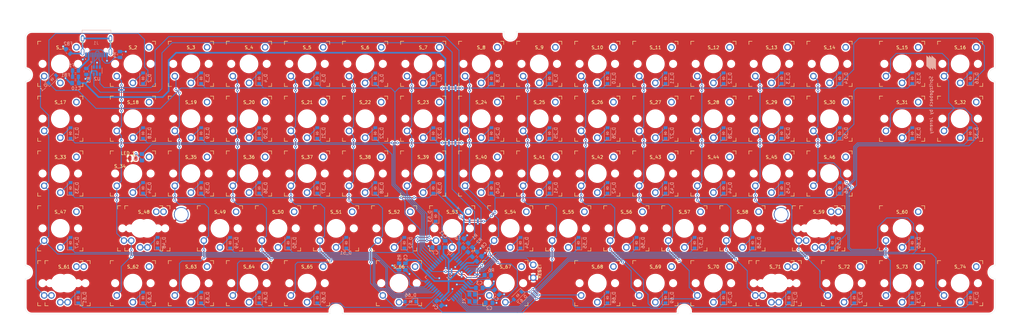
<source format=kicad_pcb>
(kicad_pcb (version 20171130) (host pcbnew "(5.1.8)-1")
  (layers (0 F.Cu signal) (31 B.Cu signal) (34 B.Paste user) (35 F.Paste user) (36 B.SilkS user) (37 F.SilkS user) (38 B.Mask user) (39 F.Mask user) (44 Edge.Cuts user))
  (net 0 "")
  (net 1 XTAL1)
  (net 2 Earth)
  (net 3 XTAL2)
  (net 4 AREF)
  (net 5 UCAP)
  (net 6 Row_3)
  (net 7 Row_0)
  (net 8 "Net-(D_1-Pad2)")
  (net 9 "Net-(D_2-Pad2)")
  (net 10 "Net-(D_3-Pad2)")
  (net 11 "Net-(D_4-Pad2)")
  (net 12 "Net-(D_5-Pad2)")
  (net 13 "Net-(D_6-Pad2)")
  (net 14 "Net-(D_7-Pad2)")
  (net 15 "Net-(D_8-Pad2)")
  (net 16 "Net-(D_9-Pad2)")
  (net 17 Row_2)
  (net 18 Row_1)
  (net 19 Row_4)
  (net 20 "Net-(J1-PadA5)")
  (net 21 D+)
  (net 22 D-)
  (net 23 "Net-(J1-PadB5)")
  (net 24 "Net-(R1-Pad1)")
  (net 25 "Net-(R2-Pad1)")
  (net 26 "Net-(R5-Pad2)")
  (net 27 RESET)
  (net 28 Col_10)
  (net 29 Col_9)
  (net 30 Col_1)
  (net 31 Col_2)
  (net 32 Col_3)
  (net 33 Col_4)
  (net 34 Col_5)
  (net 35 Col_6)
  (net 36 Col_7)
  (net 37 Col_8)
  (net 38 Col_11)
  (net 39 Col_12)
  (net 40 Col_13)
  (net 41 Col_14)
  (net 42 Col_0)
  (net 43 "Net-(U1-Pad12)")
  (net 44 VBUS)
  (net 45 USB_D+)
  (net 46 USB_D-)
  (net 47 "Net-(LED_1-Pad2)")
  (net 48 LED_1)
  (net 49 VCC)
  (net 50 "Net-(D_10-Pad2)")
  (net 51 "Net-(D_11-Pad2)")
  (net 52 "Net-(D_12-Pad2)")
  (net 53 "Net-(D_13-Pad2)")
  (net 54 "Net-(D_14-Pad2)")
  (net 55 "Net-(D_15-Pad2)")
  (net 56 "Net-(D_16-Pad2)")
  (net 57 "Net-(D_17-Pad2)")
  (net 58 "Net-(D_18-Pad2)")
  (net 59 "Net-(D_19-Pad2)")
  (net 60 "Net-(D_20-Pad2)")
  (net 61 "Net-(D_21-Pad2)")
  (net 62 "Net-(D_22-Pad2)")
  (net 63 "Net-(D_23-Pad2)")
  (net 64 "Net-(D_24-Pad2)")
  (net 65 "Net-(D_25-Pad2)")
  (net 66 "Net-(D_26-Pad2)")
  (net 67 "Net-(D_27-Pad2)")
  (net 68 "Net-(D_28-Pad2)")
  (net 69 "Net-(D_29-Pad2)")
  (net 70 "Net-(D_30-Pad2)")
  (net 71 "Net-(D_31-Pad2)")
  (net 72 "Net-(D_32-Pad2)")
  (net 73 "Net-(D_33-Pad2)")
  (net 74 "Net-(D_34-Pad2)")
  (net 75 "Net-(D_35-Pad2)")
  (net 76 "Net-(D_36-Pad2)")
  (net 77 "Net-(D_37-Pad2)")
  (net 78 "Net-(D_38-Pad2)")
  (net 79 "Net-(D_39-Pad2)")
  (net 80 "Net-(D_40-Pad2)")
  (net 81 "Net-(D_41-Pad2)")
  (net 82 "Net-(D_42-Pad2)")
  (net 83 "Net-(D_43-Pad2)")
  (net 84 "Net-(D_44-Pad2)")
  (net 85 "Net-(D_45-Pad2)")
  (net 86 "Net-(D_46-Pad2)")
  (net 87 "Net-(D_47-Pad2)")
  (net 88 "Net-(D_48-Pad2)")
  (net 89 "Net-(D_49-Pad2)")
  (net 90 "Net-(D_50-Pad2)")
  (net 91 "Net-(D_51-Pad2)")
  (net 92 "Net-(D_52-Pad2)")
  (net 93 "Net-(D_53-Pad2)")
  (net 94 "Net-(D_54-Pad2)")
  (net 95 "Net-(D_55-Pad2)")
  (net 96 "Net-(D_56-Pad2)")
  (net 97 "Net-(D_57-Pad2)")
  (net 98 "Net-(D_58-Pad2)")
  (net 99 "Net-(D_59-Pad2)")
  (net 100 "Net-(D_60-Pad2)")
  (net 101 "Net-(D_61-Pad2)")
  (net 102 "Net-(D_62-Pad2)")
  (net 103 "Net-(D_63-Pad2)")
  (net 104 "Net-(D_64-Pad2)")
  (net 105 "Net-(D_65-Pad2)")
  (net 106 "Net-(D_66-Pad2)")
  (net 107 "Net-(D_67-Pad2)")
  (net 108 "Net-(D_68-Pad2)")
  (net 109 "Net-(F1-Pad1)")
  (net 110 "Net-(D_69-Pad2)")
  (net 111 "Net-(D_70-Pad2)")
  (net 112 "Net-(D_71-Pad2)")
  (net 113 "Net-(D_72-Pad2)")
  (net 114 "Net-(D_73-Pad2)")
  (net 115 "Net-(D_74-Pad2)")
  (net 116 "Net-(U1-Pad1)")
  (net 117 "Net-(U1-Pad22)")
  (net 118 "Net-(J1-PadA8)")
  (net 119 "Net-(J1-PadB8)")
  (net 120 "Net-(U1-Pad25)")
  (net 121 "Net-(FB2-Pad1)")
  (module JJG_parts:MountingHole_4.06mm (layer F.Cu) (at 37.5 54.9)
    (fp_text reference REF**)
    (fp_text value MountingHole_4.06mm)
    (pad "" thru_hole circle (at 0 0) (size 4.5624 4.5624) (drill 4.0624) (layers *.Cu *.Mask) (net 2 Earth))
  )
  (module JJG_parts:MountingHole_4.06mm (layer F.Cu) (at 223.5 54.9)
    (fp_text reference "" hide)
    (fp_text value MountingHole_4.06mm)
    (pad "" thru_hole circle (at 0 0) (size 4.5624 4.5624) (drill 4.0624) (layers *.Cu *.Mask) (net 2 Earth))
  )
  (module JJG_parts:SW_PG1353 (layer F.Cu) (at 0 8.2)
    (fp_text reference S_1 (at 0 -5.08) (layer F.SilkS))
    (fp_text value SW_SPST)
    (pad "" thru_hole circle (at 5 -5.15) (size 2.032 2.032) (drill 1.27) (layers *.Cu *.Mask))
    (pad 1 thru_hole circle (at 0 5.9) (size 2.032 2.032) (drill 1.27) (layers *.Cu *.Mask) (net 8 "Net-(D_1-Pad2)"))
    (pad 2 thru_hole circle (at -5 3.8) (size 2.032 2.032) (drill 1.27) (layers *.Cu *.Mask) (net 42 Col_0))
    (pad "" np_thru_hole circle (at 0 0) (size 5 5) (drill 5) (layers *.Cu *.Mask))
    (pad "" np_thru_hole circle (at 5.5 0) (size 1.7018 1.7018) (drill 1.7018) (layers *.Cu *.Mask))
    (pad "" np_thru_hole circle (at -5.5 0) (size 1.7018 1.7018) (drill 1.7018) (layers *.Cu *.Mask))
  )
  (module JJG_parts:SW_PG1353 (layer F.Cu) (at 22.5 8.2)
    (fp_text reference S_2 (at 0 -5.08) (layer F.SilkS))
    (fp_text value SW_SPST)
    (pad "" thru_hole circle (at 5 -5.15) (size 2.032 2.032) (drill 1.27) (layers *.Cu *.Mask))
    (pad 1 thru_hole circle (at 0 5.9) (size 2.032 2.032) (drill 1.27) (layers *.Cu *.Mask) (net 9 "Net-(D_2-Pad2)"))
    (pad 2 thru_hole circle (at -5 3.8) (size 2.032 2.032) (drill 1.27) (layers *.Cu *.Mask) (net 30 Col_1))
    (pad "" np_thru_hole circle (at 0 0) (size 5 5) (drill 5) (layers *.Cu *.Mask))
    (pad "" np_thru_hole circle (at 5.5 0) (size 1.7018 1.7018) (drill 1.7018) (layers *.Cu *.Mask))
    (pad "" np_thru_hole circle (at -5.5 0) (size 1.7018 1.7018) (drill 1.7018) (layers *.Cu *.Mask))
  )
  (module JJG_parts:SW_PG1353 (layer F.Cu) (at 40.5 8.2)
    (fp_text reference S_3 (at 0 -5.08) (layer F.SilkS))
    (fp_text value SW_SPST)
    (pad "" thru_hole circle (at 5 -5.15) (size 2.032 2.032) (drill 1.27) (layers *.Cu *.Mask))
    (pad 1 thru_hole circle (at 0 5.9) (size 2.032 2.032) (drill 1.27) (layers *.Cu *.Mask) (net 10 "Net-(D_3-Pad2)"))
    (pad 2 thru_hole circle (at -5 3.8) (size 2.032 2.032) (drill 1.27) (layers *.Cu *.Mask) (net 31 Col_2))
    (pad "" np_thru_hole circle (at 0 0) (size 5 5) (drill 5) (layers *.Cu *.Mask))
    (pad "" np_thru_hole circle (at 5.5 0) (size 1.7018 1.7018) (drill 1.7018) (layers *.Cu *.Mask))
    (pad "" np_thru_hole circle (at -5.5 0) (size 1.7018 1.7018) (drill 1.7018) (layers *.Cu *.Mask))
  )
  (module JJG_parts:SW_PG1353 (layer F.Cu) (at 58.5 8.2)
    (fp_text reference S_4 (at 0 -5.08) (layer F.SilkS))
    (fp_text value SW_SPST)
    (pad "" thru_hole circle (at 5 -5.15) (size 2.032 2.032) (drill 1.27) (layers *.Cu *.Mask))
    (pad 1 thru_hole circle (at 0 5.9) (size 2.032 2.032) (drill 1.27) (layers *.Cu *.Mask) (net 11 "Net-(D_4-Pad2)"))
    (pad 2 thru_hole circle (at -5 3.8) (size 2.032 2.032) (drill 1.27) (layers *.Cu *.Mask) (net 32 Col_3))
    (pad "" np_thru_hole circle (at 0 0) (size 5 5) (drill 5) (layers *.Cu *.Mask))
    (pad "" np_thru_hole circle (at 5.5 0) (size 1.7018 1.7018) (drill 1.7018) (layers *.Cu *.Mask))
    (pad "" np_thru_hole circle (at -5.5 0) (size 1.7018 1.7018) (drill 1.7018) (layers *.Cu *.Mask))
  )
  (module JJG_parts:SW_PG1353 (layer F.Cu) (at 76.5 8.2)
    (fp_text reference S_5 (at 0 -5.08) (layer F.SilkS))
    (fp_text value SW_SPST)
    (pad "" thru_hole circle (at 5 -5.15) (size 2.032 2.032) (drill 1.27) (layers *.Cu *.Mask))
    (pad 1 thru_hole circle (at 0 5.9) (size 2.032 2.032) (drill 1.27) (layers *.Cu *.Mask) (net 12 "Net-(D_5-Pad2)"))
    (pad 2 thru_hole circle (at -5 3.8) (size 2.032 2.032) (drill 1.27) (layers *.Cu *.Mask) (net 33 Col_4))
    (pad "" np_thru_hole circle (at 0 0) (size 5 5) (drill 5) (layers *.Cu *.Mask))
    (pad "" np_thru_hole circle (at 5.5 0) (size 1.7018 1.7018) (drill 1.7018) (layers *.Cu *.Mask))
    (pad "" np_thru_hole circle (at -5.5 0) (size 1.7018 1.7018) (drill 1.7018) (layers *.Cu *.Mask))
  )
  (module JJG_parts:SW_PG1353 (layer F.Cu) (at 94.5 8.2)
    (fp_text reference S_6 (at 0 -5.08) (layer F.SilkS))
    (fp_text value SW_SPST)
    (pad "" thru_hole circle (at 5 -5.15) (size 2.032 2.032) (drill 1.27) (layers *.Cu *.Mask))
    (pad 1 thru_hole circle (at 0 5.9) (size 2.032 2.032) (drill 1.27) (layers *.Cu *.Mask) (net 13 "Net-(D_6-Pad2)"))
    (pad 2 thru_hole circle (at -5 3.8) (size 2.032 2.032) (drill 1.27) (layers *.Cu *.Mask) (net 34 Col_5))
    (pad "" np_thru_hole circle (at 0 0) (size 5 5) (drill 5) (layers *.Cu *.Mask))
    (pad "" np_thru_hole circle (at 5.5 0) (size 1.7018 1.7018) (drill 1.7018) (layers *.Cu *.Mask))
    (pad "" np_thru_hole circle (at -5.5 0) (size 1.7018 1.7018) (drill 1.7018) (layers *.Cu *.Mask))
  )
  (module JJG_parts:SW_PG1353 (layer F.Cu) (at 112.5 8.2)
    (fp_text reference S_7 (at 0 -5.08) (layer F.SilkS))
    (fp_text value SW_SPST)
    (pad "" thru_hole circle (at 5 -5.15) (size 2.032 2.032) (drill 1.27) (layers *.Cu *.Mask))
    (pad 1 thru_hole circle (at 0 5.9) (size 2.032 2.032) (drill 1.27) (layers *.Cu *.Mask) (net 14 "Net-(D_7-Pad2)"))
    (pad 2 thru_hole circle (at -5 3.8) (size 2.032 2.032) (drill 1.27) (layers *.Cu *.Mask) (net 35 Col_6))
    (pad "" np_thru_hole circle (at 0 0) (size 5 5) (drill 5) (layers *.Cu *.Mask))
    (pad "" np_thru_hole circle (at 5.5 0) (size 1.7018 1.7018) (drill 1.7018) (layers *.Cu *.Mask))
    (pad "" np_thru_hole circle (at -5.5 0) (size 1.7018 1.7018) (drill 1.7018) (layers *.Cu *.Mask))
  )
  (module JJG_parts:SW_PG1353 (layer F.Cu) (at 130.5 8.2)
    (fp_text reference S_8 (at 0 -5.08) (layer F.SilkS))
    (fp_text value SW_SPST)
    (pad "" thru_hole circle (at 5 -5.15) (size 2.032 2.032) (drill 1.27) (layers *.Cu *.Mask))
    (pad 1 thru_hole circle (at 0 5.9) (size 2.032 2.032) (drill 1.27) (layers *.Cu *.Mask) (net 15 "Net-(D_8-Pad2)"))
    (pad 2 thru_hole circle (at -5 3.8) (size 2.032 2.032) (drill 1.27) (layers *.Cu *.Mask) (net 36 Col_7))
    (pad "" np_thru_hole circle (at 0 0) (size 5 5) (drill 5) (layers *.Cu *.Mask))
    (pad "" np_thru_hole circle (at 5.5 0) (size 1.7018 1.7018) (drill 1.7018) (layers *.Cu *.Mask))
    (pad "" np_thru_hole circle (at -5.5 0) (size 1.7018 1.7018) (drill 1.7018) (layers *.Cu *.Mask))
  )
  (module JJG_parts:SW_PG1353 (layer F.Cu) (at 148.5 8.2)
    (fp_text reference S_9 (at 0 -5.08) (layer F.SilkS))
    (fp_text value SW_SPST)
    (pad "" thru_hole circle (at 5 -5.15) (size 2.032 2.032) (drill 1.27) (layers *.Cu *.Mask))
    (pad 1 thru_hole circle (at 0 5.9) (size 2.032 2.032) (drill 1.27) (layers *.Cu *.Mask) (net 16 "Net-(D_9-Pad2)"))
    (pad 2 thru_hole circle (at -5 3.8) (size 2.032 2.032) (drill 1.27) (layers *.Cu *.Mask) (net 37 Col_8))
    (pad "" np_thru_hole circle (at 0 0) (size 5 5) (drill 5) (layers *.Cu *.Mask))
    (pad "" np_thru_hole circle (at 5.5 0) (size 1.7018 1.7018) (drill 1.7018) (layers *.Cu *.Mask))
    (pad "" np_thru_hole circle (at -5.5 0) (size 1.7018 1.7018) (drill 1.7018) (layers *.Cu *.Mask))
  )
  (module JJG_parts:SW_PG1353 (layer F.Cu) (at 166.5 8.2)
    (fp_text reference S_10 (at 0 -5.08) (layer F.SilkS))
    (fp_text value SW_SPST)
    (pad "" thru_hole circle (at 5 -5.15) (size 2.032 2.032) (drill 1.27) (layers *.Cu *.Mask))
    (pad 1 thru_hole circle (at 0 5.9) (size 2.032 2.032) (drill 1.27) (layers *.Cu *.Mask) (net 50 "Net-(D_10-Pad2)"))
    (pad 2 thru_hole circle (at -5 3.8) (size 2.032 2.032) (drill 1.27) (layers *.Cu *.Mask) (net 29 Col_9))
    (pad "" np_thru_hole circle (at 0 0) (size 5 5) (drill 5) (layers *.Cu *.Mask))
    (pad "" np_thru_hole circle (at 5.5 0) (size 1.7018 1.7018) (drill 1.7018) (layers *.Cu *.Mask))
    (pad "" np_thru_hole circle (at -5.5 0) (size 1.7018 1.7018) (drill 1.7018) (layers *.Cu *.Mask))
  )
  (module JJG_parts:SW_PG1353 (layer F.Cu) (at 184.5 8.2)
    (fp_text reference S_11 (at 0 -5.08) (layer F.SilkS))
    (fp_text value SW_SPST)
    (pad "" thru_hole circle (at 5 -5.15) (size 2.032 2.032) (drill 1.27) (layers *.Cu *.Mask))
    (pad 1 thru_hole circle (at 0 5.9) (size 2.032 2.032) (drill 1.27) (layers *.Cu *.Mask) (net 51 "Net-(D_11-Pad2)"))
    (pad 2 thru_hole circle (at -5 3.8) (size 2.032 2.032) (drill 1.27) (layers *.Cu *.Mask) (net 28 Col_10))
    (pad "" np_thru_hole circle (at 0 0) (size 5 5) (drill 5) (layers *.Cu *.Mask))
    (pad "" np_thru_hole circle (at 5.5 0) (size 1.7018 1.7018) (drill 1.7018) (layers *.Cu *.Mask))
    (pad "" np_thru_hole circle (at -5.5 0) (size 1.7018 1.7018) (drill 1.7018) (layers *.Cu *.Mask))
  )
  (module JJG_parts:SW_PG1353 (layer F.Cu) (at 202.5 8.2)
    (fp_text reference S_12 (at 0 -5.08) (layer F.SilkS))
    (fp_text value SW_SPST)
    (pad "" thru_hole circle (at 5 -5.15) (size 2.032 2.032) (drill 1.27) (layers *.Cu *.Mask))
    (pad 1 thru_hole circle (at 0 5.9) (size 2.032 2.032) (drill 1.27) (layers *.Cu *.Mask) (net 52 "Net-(D_12-Pad2)"))
    (pad 2 thru_hole circle (at -5 3.8) (size 2.032 2.032) (drill 1.27) (layers *.Cu *.Mask) (net 38 Col_11))
    (pad "" np_thru_hole circle (at 0 0) (size 5 5) (drill 5) (layers *.Cu *.Mask))
    (pad "" np_thru_hole circle (at 5.5 0) (size 1.7018 1.7018) (drill 1.7018) (layers *.Cu *.Mask))
    (pad "" np_thru_hole circle (at -5.5 0) (size 1.7018 1.7018) (drill 1.7018) (layers *.Cu *.Mask))
  )
  (module JJG_parts:SW_PG1353 (layer F.Cu) (at 220.5 8.2)
    (fp_text reference S_13 (at 0 -5.08) (layer F.SilkS))
    (fp_text value SW_SPST)
    (pad "" thru_hole circle (at 5 -5.15) (size 2.032 2.032) (drill 1.27) (layers *.Cu *.Mask))
    (pad 1 thru_hole circle (at 0 5.9) (size 2.032 2.032) (drill 1.27) (layers *.Cu *.Mask) (net 53 "Net-(D_13-Pad2)"))
    (pad 2 thru_hole circle (at -5 3.8) (size 2.032 2.032) (drill 1.27) (layers *.Cu *.Mask) (net 39 Col_12))
    (pad "" np_thru_hole circle (at 0 0) (size 5 5) (drill 5) (layers *.Cu *.Mask))
    (pad "" np_thru_hole circle (at 5.5 0) (size 1.7018 1.7018) (drill 1.7018) (layers *.Cu *.Mask))
    (pad "" np_thru_hole circle (at -5.5 0) (size 1.7018 1.7018) (drill 1.7018) (layers *.Cu *.Mask))
  )
  (module JJG_parts:SW_PG1353 (layer F.Cu) (at 238.5 8.2)
    (fp_text reference S_14 (at 0 -5.08) (layer F.SilkS))
    (fp_text value SW_SPST)
    (pad "" thru_hole circle (at 5 -5.15) (size 2.032 2.032) (drill 1.27) (layers *.Cu *.Mask))
    (pad 1 thru_hole circle (at 0 5.9) (size 2.032 2.032) (drill 1.27) (layers *.Cu *.Mask) (net 54 "Net-(D_14-Pad2)"))
    (pad 2 thru_hole circle (at -5 3.8) (size 2.032 2.032) (drill 1.27) (layers *.Cu *.Mask) (net 40 Col_13))
    (pad "" np_thru_hole circle (at 0 0) (size 5 5) (drill 5) (layers *.Cu *.Mask))
    (pad "" np_thru_hole circle (at 5.5 0) (size 1.7018 1.7018) (drill 1.7018) (layers *.Cu *.Mask))
    (pad "" np_thru_hole circle (at -5.5 0) (size 1.7018 1.7018) (drill 1.7018) (layers *.Cu *.Mask))
  )
  (module JJG_parts:SW_PG1353 (layer F.Cu) (at 261 8.2)
    (fp_text reference S_15 (at 0 -5.08) (layer F.SilkS))
    (fp_text value SW_SPST)
    (pad "" thru_hole circle (at 5 -5.15) (size 2.032 2.032) (drill 1.27) (layers *.Cu *.Mask))
    (pad 1 thru_hole circle (at 0 5.9) (size 2.032 2.032) (drill 1.27) (layers *.Cu *.Mask) (net 55 "Net-(D_15-Pad2)"))
    (pad 2 thru_hole circle (at -5 3.8) (size 2.032 2.032) (drill 1.27) (layers *.Cu *.Mask) (net 41 Col_14))
    (pad "" np_thru_hole circle (at 0 0) (size 5 5) (drill 5) (layers *.Cu *.Mask))
    (pad "" np_thru_hole circle (at 5.5 0) (size 1.7018 1.7018) (drill 1.7018) (layers *.Cu *.Mask))
    (pad "" np_thru_hole circle (at -5.5 0) (size 1.7018 1.7018) (drill 1.7018) (layers *.Cu *.Mask))
  )
  (module JJG_parts:SW_PG1353 (layer F.Cu) (at 279 8.2)
    (fp_text reference S_16 (at 0 -5.08) (layer F.SilkS))
    (fp_text value SW_SPST)
    (pad "" thru_hole circle (at 5 -5.15) (size 2.032 2.032) (drill 1.27) (layers *.Cu *.Mask))
    (pad 1 thru_hole circle (at 0 5.9) (size 2.032 2.032) (drill 1.27) (layers *.Cu *.Mask) (net 56 "Net-(D_16-Pad2)"))
    (pad 2 thru_hole circle (at -5 3.8) (size 2.032 2.032) (drill 1.27) (layers *.Cu *.Mask) (net 41 Col_14))
    (pad "" np_thru_hole circle (at 0 0) (size 5 5) (drill 5) (layers *.Cu *.Mask))
    (pad "" np_thru_hole circle (at 5.5 0) (size 1.7018 1.7018) (drill 1.7018) (layers *.Cu *.Mask))
    (pad "" np_thru_hole circle (at -5.5 0) (size 1.7018 1.7018) (drill 1.7018) (layers *.Cu *.Mask))
  )
  (module JJG_parts:SW_PG1353 (layer F.Cu) (at 0 25.2)
    (fp_text reference S_17 (at 0 -5.08) (layer F.SilkS))
    (fp_text value SW_SPST)
    (pad "" thru_hole circle (at 5 -5.15) (size 2.032 2.032) (drill 1.27) (layers *.Cu *.Mask))
    (pad 1 thru_hole circle (at 0 5.9) (size 2.032 2.032) (drill 1.27) (layers *.Cu *.Mask) (net 57 "Net-(D_17-Pad2)"))
    (pad 2 thru_hole circle (at -5 3.8) (size 2.032 2.032) (drill 1.27) (layers *.Cu *.Mask) (net 42 Col_0))
    (pad "" np_thru_hole circle (at 0 0) (size 5 5) (drill 5) (layers *.Cu *.Mask))
    (pad "" np_thru_hole circle (at 5.5 0) (size 1.7018 1.7018) (drill 1.7018) (layers *.Cu *.Mask))
    (pad "" np_thru_hole circle (at -5.5 0) (size 1.7018 1.7018) (drill 1.7018) (layers *.Cu *.Mask))
  )
  (module JJG_parts:SW_PG1353 (layer F.Cu) (at 22.5 25.2)
    (fp_text reference S_18 (at 0 -5.08) (layer F.SilkS))
    (fp_text value SW_SPST)
    (pad "" thru_hole circle (at 5 -5.15) (size 2.032 2.032) (drill 1.27) (layers *.Cu *.Mask))
    (pad 1 thru_hole circle (at 0 5.9) (size 2.032 2.032) (drill 1.27) (layers *.Cu *.Mask) (net 58 "Net-(D_18-Pad2)"))
    (pad 2 thru_hole circle (at -5 3.8) (size 2.032 2.032) (drill 1.27) (layers *.Cu *.Mask) (net 30 Col_1))
    (pad "" np_thru_hole circle (at 0 0) (size 5 5) (drill 5) (layers *.Cu *.Mask))
    (pad "" np_thru_hole circle (at 5.5 0) (size 1.7018 1.7018) (drill 1.7018) (layers *.Cu *.Mask))
    (pad "" np_thru_hole circle (at -5.5 0) (size 1.7018 1.7018) (drill 1.7018) (layers *.Cu *.Mask))
  )
  (module JJG_parts:SW_PG1353 (layer F.Cu) (at 40.5 25.2)
    (fp_text reference S_19 (at 0 -5.08) (layer F.SilkS))
    (fp_text value SW_SPST)
    (pad "" thru_hole circle (at 5 -5.15) (size 2.032 2.032) (drill 1.27) (layers *.Cu *.Mask))
    (pad 1 thru_hole circle (at 0 5.9) (size 2.032 2.032) (drill 1.27) (layers *.Cu *.Mask) (net 59 "Net-(D_19-Pad2)"))
    (pad 2 thru_hole circle (at -5 3.8) (size 2.032 2.032) (drill 1.27) (layers *.Cu *.Mask) (net 31 Col_2))
    (pad "" np_thru_hole circle (at 0 0) (size 5 5) (drill 5) (layers *.Cu *.Mask))
    (pad "" np_thru_hole circle (at 5.5 0) (size 1.7018 1.7018) (drill 1.7018) (layers *.Cu *.Mask))
    (pad "" np_thru_hole circle (at -5.5 0) (size 1.7018 1.7018) (drill 1.7018) (layers *.Cu *.Mask))
  )
  (module JJG_parts:SW_PG1353 (layer F.Cu) (at 58.5 25.2)
    (fp_text reference S_20 (at 0 -5.08) (layer F.SilkS))
    (fp_text value SW_SPST)
    (pad "" thru_hole circle (at 5 -5.15) (size 2.032 2.032) (drill 1.27) (layers *.Cu *.Mask))
    (pad 1 thru_hole circle (at 0 5.9) (size 2.032 2.032) (drill 1.27) (layers *.Cu *.Mask) (net 60 "Net-(D_20-Pad2)"))
    (pad 2 thru_hole circle (at -5 3.8) (size 2.032 2.032) (drill 1.27) (layers *.Cu *.Mask) (net 32 Col_3))
    (pad "" np_thru_hole circle (at 0 0) (size 5 5) (drill 5) (layers *.Cu *.Mask))
    (pad "" np_thru_hole circle (at 5.5 0) (size 1.7018 1.7018) (drill 1.7018) (layers *.Cu *.Mask))
    (pad "" np_thru_hole circle (at -5.5 0) (size 1.7018 1.7018) (drill 1.7018) (layers *.Cu *.Mask))
  )
  (module JJG_parts:SW_PG1353 (layer F.Cu) (at 76.5 25.2)
    (fp_text reference S_21 (at 0 -5.08) (layer F.SilkS))
    (fp_text value SW_SPST)
    (pad "" thru_hole circle (at 5 -5.15) (size 2.032 2.032) (drill 1.27) (layers *.Cu *.Mask))
    (pad 1 thru_hole circle (at 0 5.9) (size 2.032 2.032) (drill 1.27) (layers *.Cu *.Mask) (net 61 "Net-(D_21-Pad2)"))
    (pad 2 thru_hole circle (at -5 3.8) (size 2.032 2.032) (drill 1.27) (layers *.Cu *.Mask) (net 33 Col_4))
    (pad "" np_thru_hole circle (at 0 0) (size 5 5) (drill 5) (layers *.Cu *.Mask))
    (pad "" np_thru_hole circle (at 5.5 0) (size 1.7018 1.7018) (drill 1.7018) (layers *.Cu *.Mask))
    (pad "" np_thru_hole circle (at -5.5 0) (size 1.7018 1.7018) (drill 1.7018) (layers *.Cu *.Mask))
  )
  (module JJG_parts:SW_PG1353 (layer F.Cu) (at 94.5 25.2)
    (fp_text reference S_22 (at 0 -5.08) (layer F.SilkS))
    (fp_text value SW_SPST)
    (pad "" thru_hole circle (at 5 -5.15) (size 2.032 2.032) (drill 1.27) (layers *.Cu *.Mask))
    (pad 1 thru_hole circle (at 0 5.9) (size 2.032 2.032) (drill 1.27) (layers *.Cu *.Mask) (net 62 "Net-(D_22-Pad2)"))
    (pad 2 thru_hole circle (at -5 3.8) (size 2.032 2.032) (drill 1.27) (layers *.Cu *.Mask) (net 34 Col_5))
    (pad "" np_thru_hole circle (at 0 0) (size 5 5) (drill 5) (layers *.Cu *.Mask))
    (pad "" np_thru_hole circle (at 5.5 0) (size 1.7018 1.7018) (drill 1.7018) (layers *.Cu *.Mask))
    (pad "" np_thru_hole circle (at -5.5 0) (size 1.7018 1.7018) (drill 1.7018) (layers *.Cu *.Mask))
  )
  (module JJG_parts:SW_PG1353 (layer F.Cu) (at 112.5 25.2)
    (fp_text reference S_23 (at 0 -5.08) (layer F.SilkS))
    (fp_text value SW_SPST)
    (pad "" thru_hole circle (at 5 -5.15) (size 2.032 2.032) (drill 1.27) (layers *.Cu *.Mask))
    (pad 1 thru_hole circle (at 0 5.9) (size 2.032 2.032) (drill 1.27) (layers *.Cu *.Mask) (net 63 "Net-(D_23-Pad2)"))
    (pad 2 thru_hole circle (at -5 3.8) (size 2.032 2.032) (drill 1.27) (layers *.Cu *.Mask) (net 35 Col_6))
    (pad "" np_thru_hole circle (at 0 0) (size 5 5) (drill 5) (layers *.Cu *.Mask))
    (pad "" np_thru_hole circle (at 5.5 0) (size 1.7018 1.7018) (drill 1.7018) (layers *.Cu *.Mask))
    (pad "" np_thru_hole circle (at -5.5 0) (size 1.7018 1.7018) (drill 1.7018) (layers *.Cu *.Mask))
  )
  (module JJG_parts:SW_PG1353 (layer F.Cu) (at 130.5 25.2)
    (fp_text reference S_24 (at 0 -5.08) (layer F.SilkS))
    (fp_text value SW_SPST)
    (pad "" thru_hole circle (at 5 -5.15) (size 2.032 2.032) (drill 1.27) (layers *.Cu *.Mask))
    (pad 1 thru_hole circle (at 0 5.9) (size 2.032 2.032) (drill 1.27) (layers *.Cu *.Mask) (net 64 "Net-(D_24-Pad2)"))
    (pad 2 thru_hole circle (at -5 3.8) (size 2.032 2.032) (drill 1.27) (layers *.Cu *.Mask) (net 36 Col_7))
    (pad "" np_thru_hole circle (at 0 0) (size 5 5) (drill 5) (layers *.Cu *.Mask))
    (pad "" np_thru_hole circle (at 5.5 0) (size 1.7018 1.7018) (drill 1.7018) (layers *.Cu *.Mask))
    (pad "" np_thru_hole circle (at -5.5 0) (size 1.7018 1.7018) (drill 1.7018) (layers *.Cu *.Mask))
  )
  (module JJG_parts:SW_PG1353 (layer F.Cu) (at 148.5 25.2)
    (fp_text reference S_25 (at 0 -5.08) (layer F.SilkS))
    (fp_text value SW_SPST)
    (pad "" thru_hole circle (at 5 -5.15) (size 2.032 2.032) (drill 1.27) (layers *.Cu *.Mask))
    (pad 1 thru_hole circle (at 0 5.9) (size 2.032 2.032) (drill 1.27) (layers *.Cu *.Mask) (net 65 "Net-(D_25-Pad2)"))
    (pad 2 thru_hole circle (at -5 3.8) (size 2.032 2.032) (drill 1.27) (layers *.Cu *.Mask) (net 37 Col_8))
    (pad "" np_thru_hole circle (at 0 0) (size 5 5) (drill 5) (layers *.Cu *.Mask))
    (pad "" np_thru_hole circle (at 5.5 0) (size 1.7018 1.7018) (drill 1.7018) (layers *.Cu *.Mask))
    (pad "" np_thru_hole circle (at -5.5 0) (size 1.7018 1.7018) (drill 1.7018) (layers *.Cu *.Mask))
  )
  (module JJG_parts:SW_PG1353 (layer F.Cu) (at 166.5 25.2)
    (fp_text reference S_26 (at 0 -5.08) (layer F.SilkS))
    (fp_text value SW_SPST)
    (pad "" thru_hole circle (at 5 -5.15) (size 2.032 2.032) (drill 1.27) (layers *.Cu *.Mask))
    (pad 1 thru_hole circle (at 0 5.9) (size 2.032 2.032) (drill 1.27) (layers *.Cu *.Mask) (net 66 "Net-(D_26-Pad2)"))
    (pad 2 thru_hole circle (at -5 3.8) (size 2.032 2.032) (drill 1.27) (layers *.Cu *.Mask) (net 29 Col_9))
    (pad "" np_thru_hole circle (at 0 0) (size 5 5) (drill 5) (layers *.Cu *.Mask))
    (pad "" np_thru_hole circle (at 5.5 0) (size 1.7018 1.7018) (drill 1.7018) (layers *.Cu *.Mask))
    (pad "" np_thru_hole circle (at -5.5 0) (size 1.7018 1.7018) (drill 1.7018) (layers *.Cu *.Mask))
  )
  (module JJG_parts:SW_PG1353 (layer F.Cu) (at 184.5 25.2)
    (fp_text reference S_27 (at 0 -5.08) (layer F.SilkS))
    (fp_text value SW_SPST)
    (pad "" thru_hole circle (at 5 -5.15) (size 2.032 2.032) (drill 1.27) (layers *.Cu *.Mask))
    (pad 1 thru_hole circle (at 0 5.9) (size 2.032 2.032) (drill 1.27) (layers *.Cu *.Mask) (net 67 "Net-(D_27-Pad2)"))
    (pad 2 thru_hole circle (at -5 3.8) (size 2.032 2.032) (drill 1.27) (layers *.Cu *.Mask) (net 28 Col_10))
    (pad "" np_thru_hole circle (at 0 0) (size 5 5) (drill 5) (layers *.Cu *.Mask))
    (pad "" np_thru_hole circle (at 5.5 0) (size 1.7018 1.7018) (drill 1.7018) (layers *.Cu *.Mask))
    (pad "" np_thru_hole circle (at -5.5 0) (size 1.7018 1.7018) (drill 1.7018) (layers *.Cu *.Mask))
  )
  (module JJG_parts:SW_PG1353 (layer F.Cu) (at 202.5 25.2)
    (fp_text reference S_28 (at 0 -5.08) (layer F.SilkS))
    (fp_text value SW_SPST)
    (pad "" thru_hole circle (at 5 -5.15) (size 2.032 2.032) (drill 1.27) (layers *.Cu *.Mask))
    (pad 1 thru_hole circle (at 0 5.9) (size 2.032 2.032) (drill 1.27) (layers *.Cu *.Mask) (net 68 "Net-(D_28-Pad2)"))
    (pad 2 thru_hole circle (at -5 3.8) (size 2.032 2.032) (drill 1.27) (layers *.Cu *.Mask) (net 38 Col_11))
    (pad "" np_thru_hole circle (at 0 0) (size 5 5) (drill 5) (layers *.Cu *.Mask))
    (pad "" np_thru_hole circle (at 5.5 0) (size 1.7018 1.7018) (drill 1.7018) (layers *.Cu *.Mask))
    (pad "" np_thru_hole circle (at -5.5 0) (size 1.7018 1.7018) (drill 1.7018) (layers *.Cu *.Mask))
  )
  (module JJG_parts:SW_PG1353 (layer F.Cu) (at 220.5 25.2)
    (fp_text reference S_29 (at 0 -5.08) (layer F.SilkS))
    (fp_text value SW_SPST)
    (pad "" thru_hole circle (at 5 -5.15) (size 2.032 2.032) (drill 1.27) (layers *.Cu *.Mask))
    (pad 1 thru_hole circle (at 0 5.9) (size 2.032 2.032) (drill 1.27) (layers *.Cu *.Mask) (net 69 "Net-(D_29-Pad2)"))
    (pad 2 thru_hole circle (at -5 3.8) (size 2.032 2.032) (drill 1.27) (layers *.Cu *.Mask) (net 39 Col_12))
    (pad "" np_thru_hole circle (at 0 0) (size 5 5) (drill 5) (layers *.Cu *.Mask))
    (pad "" np_thru_hole circle (at 5.5 0) (size 1.7018 1.7018) (drill 1.7018) (layers *.Cu *.Mask))
    (pad "" np_thru_hole circle (at -5.5 0) (size 1.7018 1.7018) (drill 1.7018) (layers *.Cu *.Mask))
  )
  (module JJG_parts:SW_PG1353 (layer F.Cu) (at 238.5 25.2)
    (fp_text reference S_30 (at 0 -5.08) (layer F.SilkS))
    (fp_text value SW_SPST)
    (pad "" thru_hole circle (at 5 -5.15) (size 2.032 2.032) (drill 1.27) (layers *.Cu *.Mask))
    (pad 1 thru_hole circle (at 0 5.9) (size 2.032 2.032) (drill 1.27) (layers *.Cu *.Mask) (net 70 "Net-(D_30-Pad2)"))
    (pad 2 thru_hole circle (at -5 3.8) (size 2.032 2.032) (drill 1.27) (layers *.Cu *.Mask) (net 40 Col_13))
    (pad "" np_thru_hole circle (at 0 0) (size 5 5) (drill 5) (layers *.Cu *.Mask))
    (pad "" np_thru_hole circle (at 5.5 0) (size 1.7018 1.7018) (drill 1.7018) (layers *.Cu *.Mask))
    (pad "" np_thru_hole circle (at -5.5 0) (size 1.7018 1.7018) (drill 1.7018) (layers *.Cu *.Mask))
  )
  (module JJG_parts:SW_PG1353 (layer F.Cu) (at 261 25.2)
    (fp_text reference S_31 (at 0 -5.08) (layer F.SilkS))
    (fp_text value SW_SPST)
    (pad "" thru_hole circle (at 5 -5.15) (size 2.032 2.032) (drill 1.27) (layers *.Cu *.Mask))
    (pad 1 thru_hole circle (at 0 5.9) (size 2.032 2.032) (drill 1.27) (layers *.Cu *.Mask) (net 71 "Net-(D_31-Pad2)"))
    (pad 2 thru_hole circle (at -5 3.8) (size 2.032 2.032) (drill 1.27) (layers *.Cu *.Mask) (net 41 Col_14))
    (pad "" np_thru_hole circle (at 0 0) (size 5 5) (drill 5) (layers *.Cu *.Mask))
    (pad "" np_thru_hole circle (at 5.5 0) (size 1.7018 1.7018) (drill 1.7018) (layers *.Cu *.Mask))
    (pad "" np_thru_hole circle (at -5.5 0) (size 1.7018 1.7018) (drill 1.7018) (layers *.Cu *.Mask))
  )
  (module JJG_parts:SW_PG1353 (layer F.Cu) (at 279 25.2)
    (fp_text reference S_32 (at 0 -5.08) (layer F.SilkS))
    (fp_text value SW_SPST)
    (pad "" thru_hole circle (at 5 -5.15) (size 2.032 2.032) (drill 1.27) (layers *.Cu *.Mask))
    (pad 1 thru_hole circle (at 0 5.9) (size 2.032 2.032) (drill 1.27) (layers *.Cu *.Mask) (net 72 "Net-(D_32-Pad2)"))
    (pad 2 thru_hole circle (at -5 3.8) (size 2.032 2.032) (drill 1.27) (layers *.Cu *.Mask) (net 41 Col_14))
    (pad "" np_thru_hole circle (at 0 0) (size 5 5) (drill 5) (layers *.Cu *.Mask))
    (pad "" np_thru_hole circle (at 5.5 0) (size 1.7018 1.7018) (drill 1.7018) (layers *.Cu *.Mask))
    (pad "" np_thru_hole circle (at -5.5 0) (size 1.7018 1.7018) (drill 1.7018) (layers *.Cu *.Mask))
  )
  (module JJG_parts:SW_PG1353 (layer F.Cu) (at 0 42.2)
    (fp_text reference S_33 (at 0 -5.08) (layer F.SilkS))
    (fp_text value SW_SPST)
    (pad "" thru_hole circle (at 5 -5.15) (size 2.032 2.032) (drill 1.27) (layers *.Cu *.Mask))
    (pad 1 thru_hole circle (at 0 5.9) (size 2.032 2.032) (drill 1.27) (layers *.Cu *.Mask) (net 73 "Net-(D_33-Pad2)"))
    (pad 2 thru_hole circle (at -5 3.8) (size 2.032 2.032) (drill 1.27) (layers *.Cu *.Mask) (net 42 Col_0))
    (pad "" np_thru_hole circle (at 0 0) (size 5 5) (drill 5) (layers *.Cu *.Mask))
    (pad "" np_thru_hole circle (at 5.5 0) (size 1.7018 1.7018) (drill 1.7018) (layers *.Cu *.Mask))
    (pad "" np_thru_hole circle (at -5.5 0) (size 1.7018 1.7018) (drill 1.7018) (layers *.Cu *.Mask))
  )
  (module JJG_parts:SW_PG1353 (layer F.Cu) (at 22.5 42.2)
    (fp_text reference S_34 (at -4 -2.25) (layer F.SilkS))
    (fp_text value SW_SPST)
    (pad "" thru_hole circle (at 5 -5.15) (size 2.032 2.032) (drill 1.27) (layers *.Cu *.Mask))
    (pad 1 thru_hole circle (at 0 5.9) (size 2.032 2.032) (drill 1.27) (layers *.Cu *.Mask) (net 74 "Net-(D_34-Pad2)"))
    (pad 2 thru_hole circle (at -5 3.8) (size 2.032 2.032) (drill 1.27) (layers *.Cu *.Mask) (net 30 Col_1))
    (pad "" np_thru_hole circle (at 0 0) (size 5 5) (drill 5) (layers *.Cu *.Mask))
    (pad "" np_thru_hole circle (at 5.5 0) (size 1.7018 1.7018) (drill 1.7018) (layers *.Cu *.Mask))
    (pad "" np_thru_hole circle (at -5.5 0) (size 1.7018 1.7018) (drill 1.7018) (layers *.Cu *.Mask))
  )
  (module JJG_parts:SW_PG1353 (layer F.Cu) (at 40.5 42.2)
    (fp_text reference S_35 (at 0 -5.08) (layer F.SilkS))
    (fp_text value SW_SPST)
    (pad "" thru_hole circle (at 5 -5.15) (size 2.032 2.032) (drill 1.27) (layers *.Cu *.Mask))
    (pad 1 thru_hole circle (at 0 5.9) (size 2.032 2.032) (drill 1.27) (layers *.Cu *.Mask) (net 75 "Net-(D_35-Pad2)"))
    (pad 2 thru_hole circle (at -5 3.8) (size 2.032 2.032) (drill 1.27) (layers *.Cu *.Mask) (net 31 Col_2))
    (pad "" np_thru_hole circle (at 0 0) (size 5 5) (drill 5) (layers *.Cu *.Mask))
    (pad "" np_thru_hole circle (at 5.5 0) (size 1.7018 1.7018) (drill 1.7018) (layers *.Cu *.Mask))
    (pad "" np_thru_hole circle (at -5.5 0) (size 1.7018 1.7018) (drill 1.7018) (layers *.Cu *.Mask))
  )
  (module JJG_parts:SW_PG1353 (layer F.Cu) (at 58.5 42.2)
    (fp_text reference S_36 (at 0 -5.08) (layer F.SilkS))
    (fp_text value SW_SPST)
    (pad "" thru_hole circle (at 5 -5.15) (size 2.032 2.032) (drill 1.27) (layers *.Cu *.Mask))
    (pad 1 thru_hole circle (at 0 5.9) (size 2.032 2.032) (drill 1.27) (layers *.Cu *.Mask) (net 76 "Net-(D_36-Pad2)"))
    (pad 2 thru_hole circle (at -5 3.8) (size 2.032 2.032) (drill 1.27) (layers *.Cu *.Mask) (net 32 Col_3))
    (pad "" np_thru_hole circle (at 0 0) (size 5 5) (drill 5) (layers *.Cu *.Mask))
    (pad "" np_thru_hole circle (at 5.5 0) (size 1.7018 1.7018) (drill 1.7018) (layers *.Cu *.Mask))
    (pad "" np_thru_hole circle (at -5.5 0) (size 1.7018 1.7018) (drill 1.7018) (layers *.Cu *.Mask))
  )
  (module JJG_parts:SW_PG1353 (layer F.Cu) (at 76.5 42.2)
    (fp_text reference S_37 (at 0 -5.08) (layer F.SilkS))
    (fp_text value SW_SPST)
    (pad "" thru_hole circle (at 5 -5.15) (size 2.032 2.032) (drill 1.27) (layers *.Cu *.Mask))
    (pad 1 thru_hole circle (at 0 5.9) (size 2.032 2.032) (drill 1.27) (layers *.Cu *.Mask) (net 77 "Net-(D_37-Pad2)"))
    (pad 2 thru_hole circle (at -5 3.8) (size 2.032 2.032) (drill 1.27) (layers *.Cu *.Mask) (net 33 Col_4))
    (pad "" np_thru_hole circle (at 0 0) (size 5 5) (drill 5) (layers *.Cu *.Mask))
    (pad "" np_thru_hole circle (at 5.5 0) (size 1.7018 1.7018) (drill 1.7018) (layers *.Cu *.Mask))
    (pad "" np_thru_hole circle (at -5.5 0) (size 1.7018 1.7018) (drill 1.7018) (layers *.Cu *.Mask))
  )
  (module JJG_parts:SW_PG1353 (layer F.Cu) (at 94.5 42.2)
    (fp_text reference S_38 (at 0 -5.08) (layer F.SilkS))
    (fp_text value SW_SPST)
    (pad "" thru_hole circle (at 5 -5.15) (size 2.032 2.032) (drill 1.27) (layers *.Cu *.Mask))
    (pad 1 thru_hole circle (at 0 5.9) (size 2.032 2.032) (drill 1.27) (layers *.Cu *.Mask) (net 78 "Net-(D_38-Pad2)"))
    (pad 2 thru_hole circle (at -5 3.8) (size 2.032 2.032) (drill 1.27) (layers *.Cu *.Mask) (net 34 Col_5))
    (pad "" np_thru_hole circle (at 0 0) (size 5 5) (drill 5) (layers *.Cu *.Mask))
    (pad "" np_thru_hole circle (at 5.5 0) (size 1.7018 1.7018) (drill 1.7018) (layers *.Cu *.Mask))
    (pad "" np_thru_hole circle (at -5.5 0) (size 1.7018 1.7018) (drill 1.7018) (layers *.Cu *.Mask))
  )
  (module JJG_parts:SW_PG1353 (layer F.Cu) (at 112.5 42.2)
    (fp_text reference S_39 (at 0 -5.08) (layer F.SilkS))
    (fp_text value SW_SPST)
    (pad "" thru_hole circle (at 5 -5.15) (size 2.032 2.032) (drill 1.27) (layers *.Cu *.Mask))
    (pad 1 thru_hole circle (at 0 5.9) (size 2.032 2.032) (drill 1.27) (layers *.Cu *.Mask) (net 79 "Net-(D_39-Pad2)"))
    (pad 2 thru_hole circle (at -5 3.8) (size 2.032 2.032) (drill 1.27) (layers *.Cu *.Mask) (net 35 Col_6))
    (pad "" np_thru_hole circle (at 0 0) (size 5 5) (drill 5) (layers *.Cu *.Mask))
    (pad "" np_thru_hole circle (at 5.5 0) (size 1.7018 1.7018) (drill 1.7018) (layers *.Cu *.Mask))
    (pad "" np_thru_hole circle (at -5.5 0) (size 1.7018 1.7018) (drill 1.7018) (layers *.Cu *.Mask))
  )
  (module JJG_parts:SW_PG1353 (layer F.Cu) (at 130.5 42.2)
    (fp_text reference S_40 (at 0 -5.08) (layer F.SilkS))
    (fp_text value SW_SPST)
    (pad "" thru_hole circle (at 5 -5.15) (size 2.032 2.032) (drill 1.27) (layers *.Cu *.Mask))
    (pad 1 thru_hole circle (at 0 5.9) (size 2.032 2.032) (drill 1.27) (layers *.Cu *.Mask) (net 80 "Net-(D_40-Pad2)"))
    (pad 2 thru_hole circle (at -5 3.8) (size 2.032 2.032) (drill 1.27) (layers *.Cu *.Mask) (net 36 Col_7))
    (pad "" np_thru_hole circle (at 0 0) (size 5 5) (drill 5) (layers *.Cu *.Mask))
    (pad "" np_thru_hole circle (at 5.5 0) (size 1.7018 1.7018) (drill 1.7018) (layers *.Cu *.Mask))
    (pad "" np_thru_hole circle (at -5.5 0) (size 1.7018 1.7018) (drill 1.7018) (layers *.Cu *.Mask))
  )
  (module JJG_parts:SW_PG1353 (layer F.Cu) (at 148.5 42.2)
    (fp_text reference S_41 (at 0 -5.08) (layer F.SilkS))
    (fp_text value SW_SPST)
    (pad "" thru_hole circle (at 5 -5.15) (size 2.032 2.032) (drill 1.27) (layers *.Cu *.Mask))
    (pad 1 thru_hole circle (at 0 5.9) (size 2.032 2.032) (drill 1.27) (layers *.Cu *.Mask) (net 81 "Net-(D_41-Pad2)"))
    (pad 2 thru_hole circle (at -5 3.8) (size 2.032 2.032) (drill 1.27) (layers *.Cu *.Mask) (net 37 Col_8))
    (pad "" np_thru_hole circle (at 0 0) (size 5 5) (drill 5) (layers *.Cu *.Mask))
    (pad "" np_thru_hole circle (at 5.5 0) (size 1.7018 1.7018) (drill 1.7018) (layers *.Cu *.Mask))
    (pad "" np_thru_hole circle (at -5.5 0) (size 1.7018 1.7018) (drill 1.7018) (layers *.Cu *.Mask))
  )
  (module JJG_parts:SW_PG1353 (layer F.Cu) (at 166.5 42.2)
    (fp_text reference S_42 (at 0 -5.08) (layer F.SilkS))
    (fp_text value SW_SPST)
    (pad "" thru_hole circle (at 5 -5.15) (size 2.032 2.032) (drill 1.27) (layers *.Cu *.Mask))
    (pad 1 thru_hole circle (at 0 5.9) (size 2.032 2.032) (drill 1.27) (layers *.Cu *.Mask) (net 82 "Net-(D_42-Pad2)"))
    (pad 2 thru_hole circle (at -5 3.8) (size 2.032 2.032) (drill 1.27) (layers *.Cu *.Mask) (net 29 Col_9))
    (pad "" np_thru_hole circle (at 0 0) (size 5 5) (drill 5) (layers *.Cu *.Mask))
    (pad "" np_thru_hole circle (at 5.5 0) (size 1.7018 1.7018) (drill 1.7018) (layers *.Cu *.Mask))
    (pad "" np_thru_hole circle (at -5.5 0) (size 1.7018 1.7018) (drill 1.7018) (layers *.Cu *.Mask))
  )
  (module JJG_parts:SW_PG1353 (layer F.Cu) (at 184.5 42.2)
    (fp_text reference S_43 (at 0 -5.08) (layer F.SilkS))
    (fp_text value SW_SPST)
    (pad "" thru_hole circle (at 5 -5.15) (size 2.032 2.032) (drill 1.27) (layers *.Cu *.Mask))
    (pad 1 thru_hole circle (at 0 5.9) (size 2.032 2.032) (drill 1.27) (layers *.Cu *.Mask) (net 83 "Net-(D_43-Pad2)"))
    (pad 2 thru_hole circle (at -5 3.8) (size 2.032 2.032) (drill 1.27) (layers *.Cu *.Mask) (net 28 Col_10))
    (pad "" np_thru_hole circle (at 0 0) (size 5 5) (drill 5) (layers *.Cu *.Mask))
    (pad "" np_thru_hole circle (at 5.5 0) (size 1.7018 1.7018) (drill 1.7018) (layers *.Cu *.Mask))
    (pad "" np_thru_hole circle (at -5.5 0) (size 1.7018 1.7018) (drill 1.7018) (layers *.Cu *.Mask))
  )
  (module JJG_parts:SW_PG1353 (layer F.Cu) (at 202.5 42.2)
    (fp_text reference S_44 (at 0 -5.08) (layer F.SilkS))
    (fp_text value SW_SPST)
    (pad "" thru_hole circle (at 5 -5.15) (size 2.032 2.032) (drill 1.27) (layers *.Cu *.Mask))
    (pad 1 thru_hole circle (at 0 5.9) (size 2.032 2.032) (drill 1.27) (layers *.Cu *.Mask) (net 84 "Net-(D_44-Pad2)"))
    (pad 2 thru_hole circle (at -5 3.8) (size 2.032 2.032) (drill 1.27) (layers *.Cu *.Mask) (net 38 Col_11))
    (pad "" np_thru_hole circle (at 0 0) (size 5 5) (drill 5) (layers *.Cu *.Mask))
    (pad "" np_thru_hole circle (at 5.5 0) (size 1.7018 1.7018) (drill 1.7018) (layers *.Cu *.Mask))
    (pad "" np_thru_hole circle (at -5.5 0) (size 1.7018 1.7018) (drill 1.7018) (layers *.Cu *.Mask))
  )
  (module JJG_parts:SW_PG1353 (layer F.Cu) (at 220.5 42.2)
    (fp_text reference S_45 (at 0 -5.08) (layer F.SilkS))
    (fp_text value SW_SPST)
    (pad "" thru_hole circle (at 5 -5.15) (size 2.032 2.032) (drill 1.27) (layers *.Cu *.Mask))
    (pad 1 thru_hole circle (at 0 5.9) (size 2.032 2.032) (drill 1.27) (layers *.Cu *.Mask) (net 85 "Net-(D_45-Pad2)"))
    (pad 2 thru_hole circle (at -5 3.8) (size 2.032 2.032) (drill 1.27) (layers *.Cu *.Mask) (net 39 Col_12))
    (pad "" np_thru_hole circle (at 0 0) (size 5 5) (drill 5) (layers *.Cu *.Mask))
    (pad "" np_thru_hole circle (at 5.5 0) (size 1.7018 1.7018) (drill 1.7018) (layers *.Cu *.Mask))
    (pad "" np_thru_hole circle (at -5.5 0) (size 1.7018 1.7018) (drill 1.7018) (layers *.Cu *.Mask))
  )
  (module JJG_parts:SW_PG1353 (layer F.Cu) (at 238.5 42.2)
    (fp_text reference S_46 (at 0 -5.08) (layer F.SilkS))
    (fp_text value SW_SPST)
    (pad "" thru_hole circle (at 5 -5.15) (size 2.032 2.032) (drill 1.27) (layers *.Cu *.Mask))
    (pad 1 thru_hole circle (at 0 5.9) (size 2.032 2.032) (drill 1.27) (layers *.Cu *.Mask) (net 86 "Net-(D_46-Pad2)"))
    (pad 2 thru_hole circle (at -5 3.8) (size 2.032 2.032) (drill 1.27) (layers *.Cu *.Mask) (net 40 Col_13))
    (pad "" np_thru_hole circle (at 0 0) (size 5 5) (drill 5) (layers *.Cu *.Mask))
    (pad "" np_thru_hole circle (at 5.5 0) (size 1.7018 1.7018) (drill 1.7018) (layers *.Cu *.Mask))
    (pad "" np_thru_hole circle (at -5.5 0) (size 1.7018 1.7018) (drill 1.7018) (layers *.Cu *.Mask))
  )
  (module JJG_parts:SW_PG1353 (layer F.Cu) (at 0 59.2)
    (fp_text reference S_47 (at 0 -5.08) (layer F.SilkS))
    (fp_text value SW_SPST)
    (pad "" thru_hole circle (at 5 -5.15) (size 2.032 2.032) (drill 1.27) (layers *.Cu *.Mask))
    (pad 1 thru_hole circle (at 0 5.9) (size 2.032 2.032) (drill 1.27) (layers *.Cu *.Mask) (net 87 "Net-(D_47-Pad2)"))
    (pad 2 thru_hole circle (at -5 3.8) (size 2.032 2.032) (drill 1.27) (layers *.Cu *.Mask) (net 42 Col_0))
    (pad "" np_thru_hole circle (at 0 0) (size 5 5) (drill 5) (layers *.Cu *.Mask))
    (pad "" np_thru_hole circle (at 5.5 0) (size 1.7018 1.7018) (drill 1.7018) (layers *.Cu *.Mask))
    (pad "" np_thru_hole circle (at -5.5 0) (size 1.7018 1.7018) (drill 1.7018) (layers *.Cu *.Mask))
  )
  (module JJG_parts:SW_PG1353 (layer F.Cu) (at 27 59.2)
    (fp_text reference S_48 (at -1.1 -5.08) (layer F.SilkS))
    (fp_text value SW_SPST)
    (pad "" thru_hole circle (at 5 -5.15) (size 2.032 2.032) (drill 1.27) (layers *.Cu *.Mask))
    (pad 1 thru_hole circle (at 0 5.9) (size 2.032 2.032) (drill 1.27) (layers *.Cu *.Mask) (net 88 "Net-(D_48-Pad2)"))
    (pad 2 thru_hole circle (at -5 3.8) (size 2.032 2.032) (drill 1.27) (layers *.Cu *.Mask) (net 30 Col_1))
    (pad "" np_thru_hole circle (at 0 0) (size 5 5) (drill 5) (layers *.Cu *.Mask))
    (pad "" np_thru_hole circle (at 5.5 0) (size 1.7018 1.7018) (drill 1.7018) (layers *.Cu *.Mask))
    (pad "" np_thru_hole circle (at -5.5 0) (size 1.7018 1.7018) (drill 1.7018) (layers *.Cu *.Mask))
  )
  (module JJG_parts:SW_PG1353 (layer F.Cu) (at 49.5 59.2)
    (fp_text reference S_49 (at 0 -5.08) (layer F.SilkS))
    (fp_text value SW_SPST)
    (pad "" thru_hole circle (at 5 -5.15) (size 2.032 2.032) (drill 1.27) (layers *.Cu *.Mask))
    (pad 1 thru_hole circle (at 0 5.9) (size 2.032 2.032) (drill 1.27) (layers *.Cu *.Mask) (net 89 "Net-(D_49-Pad2)"))
    (pad 2 thru_hole circle (at -5 3.8) (size 2.032 2.032) (drill 1.27) (layers *.Cu *.Mask) (net 31 Col_2))
    (pad "" np_thru_hole circle (at 0 0) (size 5 5) (drill 5) (layers *.Cu *.Mask))
    (pad "" np_thru_hole circle (at 5.5 0) (size 1.7018 1.7018) (drill 1.7018) (layers *.Cu *.Mask))
    (pad "" np_thru_hole circle (at -5.5 0) (size 1.7018 1.7018) (drill 1.7018) (layers *.Cu *.Mask))
  )
  (module JJG_parts:SW_PG1353 (layer F.Cu) (at 67.5 59.2)
    (fp_text reference S_50 (at 0 -5.08) (layer F.SilkS))
    (fp_text value SW_SPST)
    (pad "" thru_hole circle (at 5 -5.15) (size 2.032 2.032) (drill 1.27) (layers *.Cu *.Mask))
    (pad 1 thru_hole circle (at 0 5.9) (size 2.032 2.032) (drill 1.27) (layers *.Cu *.Mask) (net 90 "Net-(D_50-Pad2)"))
    (pad 2 thru_hole circle (at -5 3.8) (size 2.032 2.032) (drill 1.27) (layers *.Cu *.Mask) (net 32 Col_3))
    (pad "" np_thru_hole circle (at 0 0) (size 5 5) (drill 5) (layers *.Cu *.Mask))
    (pad "" np_thru_hole circle (at 5.5 0) (size 1.7018 1.7018) (drill 1.7018) (layers *.Cu *.Mask))
    (pad "" np_thru_hole circle (at -5.5 0) (size 1.7018 1.7018) (drill 1.7018) (layers *.Cu *.Mask))
  )
  (module JJG_parts:SW_PG1353 (layer F.Cu) (at 85.5 59.2)
    (fp_text reference S_51 (at 0 -5.08) (layer F.SilkS))
    (fp_text value SW_SPST)
    (pad "" thru_hole circle (at 5 -5.15) (size 2.032 2.032) (drill 1.27) (layers *.Cu *.Mask))
    (pad 1 thru_hole circle (at 0 5.9) (size 2.032 2.032) (drill 1.27) (layers *.Cu *.Mask) (net 91 "Net-(D_51-Pad2)"))
    (pad 2 thru_hole circle (at -5 3.8) (size 2.032 2.032) (drill 1.27) (layers *.Cu *.Mask) (net 33 Col_4))
    (pad "" np_thru_hole circle (at 0 0) (size 5 5) (drill 5) (layers *.Cu *.Mask))
    (pad "" np_thru_hole circle (at 5.5 0) (size 1.7018 1.7018) (drill 1.7018) (layers *.Cu *.Mask))
    (pad "" np_thru_hole circle (at -5.5 0) (size 1.7018 1.7018) (drill 1.7018) (layers *.Cu *.Mask))
  )
  (module JJG_parts:SW_PG1353 (layer F.Cu) (at 103.5 59.2)
    (fp_text reference S_52 (at 0 -5.08) (layer F.SilkS))
    (fp_text value SW_SPST)
    (pad "" thru_hole circle (at 5 -5.15) (size 2.032 2.032) (drill 1.27) (layers *.Cu *.Mask))
    (pad 1 thru_hole circle (at 0 5.9) (size 2.032 2.032) (drill 1.27) (layers *.Cu *.Mask) (net 92 "Net-(D_52-Pad2)"))
    (pad 2 thru_hole circle (at -5 3.8) (size 2.032 2.032) (drill 1.27) (layers *.Cu *.Mask) (net 34 Col_5))
    (pad "" np_thru_hole circle (at 0 0) (size 5 5) (drill 5) (layers *.Cu *.Mask))
    (pad "" np_thru_hole circle (at 5.5 0) (size 1.7018 1.7018) (drill 1.7018) (layers *.Cu *.Mask))
    (pad "" np_thru_hole circle (at -5.5 0) (size 1.7018 1.7018) (drill 1.7018) (layers *.Cu *.Mask))
  )
  (module JJG_parts:SW_PG1353 (layer F.Cu) (at 121.5 59.2)
    (fp_text reference S_53 (at 0 -5.08) (layer F.SilkS))
    (fp_text value SW_SPST)
    (pad "" thru_hole circle (at 5 -5.15) (size 2.032 2.032) (drill 1.27) (layers *.Cu *.Mask))
    (pad 1 thru_hole circle (at 0 5.9) (size 2.032 2.032) (drill 1.27) (layers *.Cu *.Mask) (net 93 "Net-(D_53-Pad2)"))
    (pad 2 thru_hole circle (at -5 3.8) (size 2.032 2.032) (drill 1.27) (layers *.Cu *.Mask) (net 35 Col_6))
    (pad "" np_thru_hole circle (at 0 0) (size 5 5) (drill 5) (layers *.Cu *.Mask))
    (pad "" np_thru_hole circle (at 5.5 0) (size 1.7018 1.7018) (drill 1.7018) (layers *.Cu *.Mask))
    (pad "" np_thru_hole circle (at -5.5 0) (size 1.7018 1.7018) (drill 1.7018) (layers *.Cu *.Mask))
  )
  (module JJG_parts:SW_PG1353 (layer F.Cu) (at 139.5 59.2)
    (fp_text reference S_54 (at 0 -5.08) (layer F.SilkS))
    (fp_text value SW_SPST)
    (pad "" thru_hole circle (at 5 -5.15) (size 2.032 2.032) (drill 1.27) (layers *.Cu *.Mask))
    (pad 1 thru_hole circle (at 0 5.9) (size 2.032 2.032) (drill 1.27) (layers *.Cu *.Mask) (net 94 "Net-(D_54-Pad2)"))
    (pad 2 thru_hole circle (at -5 3.8) (size 2.032 2.032) (drill 1.27) (layers *.Cu *.Mask) (net 36 Col_7))
    (pad "" np_thru_hole circle (at 0 0) (size 5 5) (drill 5) (layers *.Cu *.Mask))
    (pad "" np_thru_hole circle (at 5.5 0) (size 1.7018 1.7018) (drill 1.7018) (layers *.Cu *.Mask))
    (pad "" np_thru_hole circle (at -5.5 0) (size 1.7018 1.7018) (drill 1.7018) (layers *.Cu *.Mask))
  )
  (module JJG_parts:SW_PG1353 (layer F.Cu) (at 157.5 59.2)
    (fp_text reference S_55 (at 0 -5.08) (layer F.SilkS))
    (fp_text value SW_SPST)
    (pad "" thru_hole circle (at 5 -5.15) (size 2.032 2.032) (drill 1.27) (layers *.Cu *.Mask))
    (pad 1 thru_hole circle (at 0 5.9) (size 2.032 2.032) (drill 1.27) (layers *.Cu *.Mask) (net 95 "Net-(D_55-Pad2)"))
    (pad 2 thru_hole circle (at -5 3.8) (size 2.032 2.032) (drill 1.27) (layers *.Cu *.Mask) (net 37 Col_8))
    (pad "" np_thru_hole circle (at 0 0) (size 5 5) (drill 5) (layers *.Cu *.Mask))
    (pad "" np_thru_hole circle (at 5.5 0) (size 1.7018 1.7018) (drill 1.7018) (layers *.Cu *.Mask))
    (pad "" np_thru_hole circle (at -5.5 0) (size 1.7018 1.7018) (drill 1.7018) (layers *.Cu *.Mask))
  )
  (module JJG_parts:SW_PG1353 (layer F.Cu) (at 175.5 59.2)
    (fp_text reference S_56 (at 0 -5.08) (layer F.SilkS))
    (fp_text value SW_SPST)
    (pad "" thru_hole circle (at 5 -5.15) (size 2.032 2.032) (drill 1.27) (layers *.Cu *.Mask))
    (pad 1 thru_hole circle (at 0 5.9) (size 2.032 2.032) (drill 1.27) (layers *.Cu *.Mask) (net 96 "Net-(D_56-Pad2)"))
    (pad 2 thru_hole circle (at -5 3.8) (size 2.032 2.032) (drill 1.27) (layers *.Cu *.Mask) (net 29 Col_9))
    (pad "" np_thru_hole circle (at 0 0) (size 5 5) (drill 5) (layers *.Cu *.Mask))
    (pad "" np_thru_hole circle (at 5.5 0) (size 1.7018 1.7018) (drill 1.7018) (layers *.Cu *.Mask))
    (pad "" np_thru_hole circle (at -5.5 0) (size 1.7018 1.7018) (drill 1.7018) (layers *.Cu *.Mask))
  )
  (module JJG_parts:SW_PG1353 (layer F.Cu) (at 193.5 59.2)
    (fp_text reference S_57 (at 0 -5.08) (layer F.SilkS))
    (fp_text value SW_SPST)
    (pad "" thru_hole circle (at 5 -5.15) (size 2.032 2.032) (drill 1.27) (layers *.Cu *.Mask))
    (pad 1 thru_hole circle (at 0 5.9) (size 2.032 2.032) (drill 1.27) (layers *.Cu *.Mask) (net 97 "Net-(D_57-Pad2)"))
    (pad 2 thru_hole circle (at -5 3.8) (size 2.032 2.032) (drill 1.27) (layers *.Cu *.Mask) (net 28 Col_10))
    (pad "" np_thru_hole circle (at 0 0) (size 5 5) (drill 5) (layers *.Cu *.Mask))
    (pad "" np_thru_hole circle (at 5.5 0) (size 1.7018 1.7018) (drill 1.7018) (layers *.Cu *.Mask))
    (pad "" np_thru_hole circle (at -5.5 0) (size 1.7018 1.7018) (drill 1.7018) (layers *.Cu *.Mask))
  )
  (module JJG_parts:SW_PG1353 (layer F.Cu) (at 211.5 59.2)
    (fp_text reference S_58 (at 0 -5.08) (layer F.SilkS))
    (fp_text value SW_SPST)
    (pad "" thru_hole circle (at 5 -5.15) (size 2.032 2.032) (drill 1.27) (layers *.Cu *.Mask))
    (pad 1 thru_hole circle (at 0 5.9) (size 2.032 2.032) (drill 1.27) (layers *.Cu *.Mask) (net 98 "Net-(D_58-Pad2)"))
    (pad 2 thru_hole circle (at -5 3.8) (size 2.032 2.032) (drill 1.27) (layers *.Cu *.Mask) (net 38 Col_11))
    (pad "" np_thru_hole circle (at 0 0) (size 5 5) (drill 5) (layers *.Cu *.Mask))
    (pad "" np_thru_hole circle (at 5.5 0) (size 1.7018 1.7018) (drill 1.7018) (layers *.Cu *.Mask))
    (pad "" np_thru_hole circle (at -5.5 0) (size 1.7018 1.7018) (drill 1.7018) (layers *.Cu *.Mask))
  )
  (module JJG_parts:SW_PG1353 (layer F.Cu) (at 234 59.2)
    (fp_text reference S_59 (at 1.15 -5.08) (layer F.SilkS))
    (fp_text value SW_SPST)
    (pad "" thru_hole circle (at 5 -5.15) (size 2.032 2.032) (drill 1.27) (layers *.Cu *.Mask))
    (pad 1 thru_hole circle (at 0 5.9) (size 2.032 2.032) (drill 1.27) (layers *.Cu *.Mask) (net 99 "Net-(D_59-Pad2)"))
    (pad 2 thru_hole circle (at -5 3.8) (size 2.032 2.032) (drill 1.27) (layers *.Cu *.Mask) (net 39 Col_12))
    (pad "" np_thru_hole circle (at 0 0) (size 5 5) (drill 5) (layers *.Cu *.Mask))
    (pad "" np_thru_hole circle (at 5.5 0) (size 1.7018 1.7018) (drill 1.7018) (layers *.Cu *.Mask))
    (pad "" np_thru_hole circle (at -5.5 0) (size 1.7018 1.7018) (drill 1.7018) (layers *.Cu *.Mask))
  )
  (module JJG_parts:SW_PG1353 (layer F.Cu) (at 261 59.2)
    (fp_text reference S_60 (at 0 -5.08) (layer F.SilkS))
    (fp_text value SW_SPST)
    (pad "" thru_hole circle (at 5 -5.15) (size 2.032 2.032) (drill 1.27) (layers *.Cu *.Mask))
    (pad 1 thru_hole circle (at 0 5.9) (size 2.032 2.032) (drill 1.27) (layers *.Cu *.Mask) (net 100 "Net-(D_60-Pad2)"))
    (pad 2 thru_hole circle (at -5 3.8) (size 2.032 2.032) (drill 1.27) (layers *.Cu *.Mask) (net 40 Col_13))
    (pad "" np_thru_hole circle (at 0 0) (size 5 5) (drill 5) (layers *.Cu *.Mask))
    (pad "" np_thru_hole circle (at 5.5 0) (size 1.7018 1.7018) (drill 1.7018) (layers *.Cu *.Mask))
    (pad "" np_thru_hole circle (at -5.5 0) (size 1.7018 1.7018) (drill 1.7018) (layers *.Cu *.Mask))
  )
  (module JJG_parts:SW_PG1353 (layer F.Cu) (at 0 76.2)
    (fp_text reference S_61 (at 1.15 -5.08) (layer F.SilkS))
    (fp_text value SW_SPST)
    (pad "" thru_hole circle (at 5 -5.15) (size 2.032 2.032) (drill 1.27) (layers *.Cu *.Mask))
    (pad 1 thru_hole circle (at 0 5.9) (size 2.032 2.032) (drill 1.27) (layers *.Cu *.Mask) (net 101 "Net-(D_61-Pad2)"))
    (pad 2 thru_hole circle (at -5 3.8) (size 2.032 2.032) (drill 1.27) (layers *.Cu *.Mask) (net 42 Col_0))
    (pad "" np_thru_hole circle (at 0 0) (size 5 5) (drill 5) (layers *.Cu *.Mask))
    (pad "" np_thru_hole circle (at 5.5 0) (size 1.7018 1.7018) (drill 1.7018) (layers *.Cu *.Mask))
    (pad "" np_thru_hole circle (at -5.5 0) (size 1.7018 1.7018) (drill 1.7018) (layers *.Cu *.Mask))
  )
  (module JJG_parts:SW_PG1353 (layer F.Cu) (at 22.5 76.2)
    (fp_text reference S_62 (at 0 -5.08) (layer F.SilkS))
    (fp_text value SW_SPST)
    (pad "" thru_hole circle (at 5 -5.15) (size 2.032 2.032) (drill 1.27) (layers *.Cu *.Mask))
    (pad 1 thru_hole circle (at 0 5.9) (size 2.032 2.032) (drill 1.27) (layers *.Cu *.Mask) (net 102 "Net-(D_62-Pad2)"))
    (pad 2 thru_hole circle (at -5 3.8) (size 2.032 2.032) (drill 1.27) (layers *.Cu *.Mask) (net 30 Col_1))
    (pad "" np_thru_hole circle (at 0 0) (size 5 5) (drill 5) (layers *.Cu *.Mask))
    (pad "" np_thru_hole circle (at 5.5 0) (size 1.7018 1.7018) (drill 1.7018) (layers *.Cu *.Mask))
    (pad "" np_thru_hole circle (at -5.5 0) (size 1.7018 1.7018) (drill 1.7018) (layers *.Cu *.Mask))
  )
  (module JJG_parts:SW_PG1353 (layer F.Cu) (at 40.5 76.2)
    (fp_text reference S_63 (at 0 -5.08) (layer F.SilkS))
    (fp_text value SW_SPST)
    (pad "" thru_hole circle (at 5 -5.15) (size 2.032 2.032) (drill 1.27) (layers *.Cu *.Mask))
    (pad 1 thru_hole circle (at 0 5.9) (size 2.032 2.032) (drill 1.27) (layers *.Cu *.Mask) (net 103 "Net-(D_63-Pad2)"))
    (pad 2 thru_hole circle (at -5 3.8) (size 2.032 2.032) (drill 1.27) (layers *.Cu *.Mask) (net 31 Col_2))
    (pad "" np_thru_hole circle (at 0 0) (size 5 5) (drill 5) (layers *.Cu *.Mask))
    (pad "" np_thru_hole circle (at 5.5 0) (size 1.7018 1.7018) (drill 1.7018) (layers *.Cu *.Mask))
    (pad "" np_thru_hole circle (at -5.5 0) (size 1.7018 1.7018) (drill 1.7018) (layers *.Cu *.Mask))
  )
  (module JJG_parts:SW_PG1353 (layer F.Cu) (at 58.5 76.2)
    (fp_text reference S_64 (at 0 -5.08) (layer F.SilkS))
    (fp_text value SW_SPST)
    (pad "" thru_hole circle (at 5 -5.15) (size 2.032 2.032) (drill 1.27) (layers *.Cu *.Mask))
    (pad 1 thru_hole circle (at 0 5.9) (size 2.032 2.032) (drill 1.27) (layers *.Cu *.Mask) (net 104 "Net-(D_64-Pad2)"))
    (pad 2 thru_hole circle (at -5 3.8) (size 2.032 2.032) (drill 1.27) (layers *.Cu *.Mask) (net 32 Col_3))
    (pad "" np_thru_hole circle (at 0 0) (size 5 5) (drill 5) (layers *.Cu *.Mask))
    (pad "" np_thru_hole circle (at 5.5 0) (size 1.7018 1.7018) (drill 1.7018) (layers *.Cu *.Mask))
    (pad "" np_thru_hole circle (at -5.5 0) (size 1.7018 1.7018) (drill 1.7018) (layers *.Cu *.Mask))
  )
  (module JJG_parts:SW_PG1353 (layer F.Cu) (at 76.5 76.2)
    (fp_text reference S_65 (at 0 -5.08) (layer F.SilkS))
    (fp_text value SW_SPST)
    (pad "" thru_hole circle (at 5 -5.15) (size 2.032 2.032) (drill 1.27) (layers *.Cu *.Mask))
    (pad 1 thru_hole circle (at 0 5.9) (size 2.032 2.032) (drill 1.27) (layers *.Cu *.Mask) (net 105 "Net-(D_65-Pad2)"))
    (pad 2 thru_hole circle (at -5 3.8) (size 2.032 2.032) (drill 1.27) (layers *.Cu *.Mask) (net 33 Col_4))
    (pad "" np_thru_hole circle (at 0 0) (size 5 5) (drill 5) (layers *.Cu *.Mask))
    (pad "" np_thru_hole circle (at 5.5 0) (size 1.7018 1.7018) (drill 1.7018) (layers *.Cu *.Mask))
    (pad "" np_thru_hole circle (at -5.5 0) (size 1.7018 1.7018) (drill 1.7018) (layers *.Cu *.Mask))
  )
  (module JJG_parts:SW_PG1353 (layer F.Cu) (at 105 76.2)
    (fp_text reference S_66 (at 0 -5.08) (layer F.SilkS))
    (fp_text value SW_SPST)
    (pad "" thru_hole circle (at 5 -5.15) (size 2.032 2.032) (drill 1.27) (layers *.Cu *.Mask))
    (pad 1 thru_hole circle (at 0 5.9) (size 2.032 2.032) (drill 1.27) (layers *.Cu *.Mask) (net 106 "Net-(D_66-Pad2)"))
    (pad 2 thru_hole circle (at -5 3.8) (size 2.032 2.032) (drill 1.27) (layers *.Cu *.Mask) (net 34 Col_5))
    (pad "" np_thru_hole circle (at 0 0) (size 5 5) (drill 5) (layers *.Cu *.Mask))
    (pad "" np_thru_hole circle (at 5.5 0) (size 1.7018 1.7018) (drill 1.7018) (layers *.Cu *.Mask))
    (pad "" np_thru_hole circle (at -5.5 0) (size 1.7018 1.7018) (drill 1.7018) (layers *.Cu *.Mask))
  )
  (module JJG_parts:SW_PG1353 (layer F.Cu) (at 138 76.2)
    (fp_text reference S_67 (at 0 -5.08) (layer F.SilkS))
    (fp_text value SW_SPST)
    (pad "" thru_hole circle (at 5 -5.15) (size 2.032 2.032) (drill 1.27) (layers *.Cu *.Mask))
    (pad 1 thru_hole circle (at 0 5.9) (size 2.032 2.032) (drill 1.27) (layers *.Cu *.Mask) (net 107 "Net-(D_67-Pad2)"))
    (pad 2 thru_hole circle (at -5 3.8) (size 2.032 2.032) (drill 1.27) (layers *.Cu *.Mask) (net 36 Col_7))
    (pad "" np_thru_hole circle (at 0 0) (size 5 5) (drill 5) (layers *.Cu *.Mask))
    (pad "" np_thru_hole circle (at 5.5 0) (size 1.7018 1.7018) (drill 1.7018) (layers *.Cu *.Mask))
    (pad "" np_thru_hole circle (at -5.5 0) (size 1.7018 1.7018) (drill 1.7018) (layers *.Cu *.Mask))
  )
  (module JJG_parts:SW_PG1353 (layer F.Cu) (at 166.5 76.2)
    (fp_text reference S_68 (at 0 -5.08) (layer F.SilkS))
    (fp_text value SW_SPST)
    (pad "" thru_hole circle (at 5 -5.15) (size 2.032 2.032) (drill 1.27) (layers *.Cu *.Mask))
    (pad 1 thru_hole circle (at 0 5.9) (size 2.032 2.032) (drill 1.27) (layers *.Cu *.Mask) (net 108 "Net-(D_68-Pad2)"))
    (pad 2 thru_hole circle (at -5 3.8) (size 2.032 2.032) (drill 1.27) (layers *.Cu *.Mask) (net 37 Col_8))
    (pad "" np_thru_hole circle (at 0 0) (size 5 5) (drill 5) (layers *.Cu *.Mask))
    (pad "" np_thru_hole circle (at 5.5 0) (size 1.7018 1.7018) (drill 1.7018) (layers *.Cu *.Mask))
    (pad "" np_thru_hole circle (at -5.5 0) (size 1.7018 1.7018) (drill 1.7018) (layers *.Cu *.Mask))
  )
  (module JJG_parts:SW_PG1353 (layer F.Cu) (at 184.5 76.2)
    (fp_text reference S_69 (at 0 -5.08) (layer F.SilkS))
    (fp_text value SW_SPST)
    (pad "" thru_hole circle (at 5 -5.15) (size 2.032 2.032) (drill 1.27) (layers *.Cu *.Mask))
    (pad 1 thru_hole circle (at 0 5.9) (size 2.032 2.032) (drill 1.27) (layers *.Cu *.Mask) (net 110 "Net-(D_69-Pad2)"))
    (pad 2 thru_hole circle (at -5 3.8) (size 2.032 2.032) (drill 1.27) (layers *.Cu *.Mask) (net 29 Col_9))
    (pad "" np_thru_hole circle (at 0 0) (size 5 5) (drill 5) (layers *.Cu *.Mask))
    (pad "" np_thru_hole circle (at 5.5 0) (size 1.7018 1.7018) (drill 1.7018) (layers *.Cu *.Mask))
    (pad "" np_thru_hole circle (at -5.5 0) (size 1.7018 1.7018) (drill 1.7018) (layers *.Cu *.Mask))
  )
  (module JJG_parts:SW_PG1353 (layer F.Cu) (at 202.5 76.2)
    (fp_text reference S_70 (at 0 -5.08) (layer F.SilkS))
    (fp_text value SW_SPST)
    (pad "" thru_hole circle (at 5 -5.15) (size 2.032 2.032) (drill 1.27) (layers *.Cu *.Mask))
    (pad 1 thru_hole circle (at 0 5.9) (size 2.032 2.032) (drill 1.27) (layers *.Cu *.Mask) (net 111 "Net-(D_70-Pad2)"))
    (pad 2 thru_hole circle (at -5 3.8) (size 2.032 2.032) (drill 1.27) (layers *.Cu *.Mask) (net 28 Col_10))
    (pad "" np_thru_hole circle (at 0 0) (size 5 5) (drill 5) (layers *.Cu *.Mask))
    (pad "" np_thru_hole circle (at 5.5 0) (size 1.7018 1.7018) (drill 1.7018) (layers *.Cu *.Mask))
    (pad "" np_thru_hole circle (at -5.5 0) (size 1.7018 1.7018) (drill 1.7018) (layers *.Cu *.Mask))
  )
  (module JJG_parts:SW_PG1353 (layer F.Cu) (at 220.5 76.2)
    (fp_text reference S_71 (at 1.15 -5.1) (layer F.SilkS))
    (fp_text value SW_SPST)
    (pad "" thru_hole circle (at 5 -5.15) (size 2.032 2.032) (drill 1.27) (layers *.Cu *.Mask))
    (pad 1 thru_hole circle (at 0 5.9) (size 2.032 2.032) (drill 1.27) (layers *.Cu *.Mask) (net 112 "Net-(D_71-Pad2)"))
    (pad 2 thru_hole circle (at -5 3.8) (size 2.032 2.032) (drill 1.27) (layers *.Cu *.Mask) (net 38 Col_11))
    (pad "" np_thru_hole circle (at 0 0) (size 5 5) (drill 5) (layers *.Cu *.Mask))
    (pad "" np_thru_hole circle (at 5.5 0) (size 1.7018 1.7018) (drill 1.7018) (layers *.Cu *.Mask))
    (pad "" np_thru_hole circle (at -5.5 0) (size 1.7018 1.7018) (drill 1.7018) (layers *.Cu *.Mask))
  )
  (module JJG_parts:SW_PG1353 (layer F.Cu) (at 243 76.2)
    (fp_text reference S_72 (at 0 -5.08) (layer F.SilkS))
    (fp_text value SW_SPST)
    (pad "" thru_hole circle (at 5 -5.15) (size 2.032 2.032) (drill 1.27) (layers *.Cu *.Mask))
    (pad 1 thru_hole circle (at 0 5.9) (size 2.032 2.032) (drill 1.27) (layers *.Cu *.Mask) (net 113 "Net-(D_72-Pad2)"))
    (pad 2 thru_hole circle (at -5 3.8) (size 2.032 2.032) (drill 1.27) (layers *.Cu *.Mask) (net 39 Col_12))
    (pad "" np_thru_hole circle (at 0 0) (size 5 5) (drill 5) (layers *.Cu *.Mask))
    (pad "" np_thru_hole circle (at 5.5 0) (size 1.7018 1.7018) (drill 1.7018) (layers *.Cu *.Mask))
    (pad "" np_thru_hole circle (at -5.5 0) (size 1.7018 1.7018) (drill 1.7018) (layers *.Cu *.Mask))
  )
  (module JJG_parts:SW_PG1353 (layer F.Cu) (at 261 76.2)
    (fp_text reference S_73 (at 0 -5.08) (layer F.SilkS))
    (fp_text value SW_SPST)
    (pad "" thru_hole circle (at 5 -5.15) (size 2.032 2.032) (drill 1.27) (layers *.Cu *.Mask))
    (pad 1 thru_hole circle (at 0 5.9) (size 2.032 2.032) (drill 1.27) (layers *.Cu *.Mask) (net 114 "Net-(D_73-Pad2)"))
    (pad 2 thru_hole circle (at -5 3.8) (size 2.032 2.032) (drill 1.27) (layers *.Cu *.Mask) (net 40 Col_13))
    (pad "" np_thru_hole circle (at 0 0) (size 5 5) (drill 5) (layers *.Cu *.Mask))
    (pad "" np_thru_hole circle (at 5.5 0) (size 1.7018 1.7018) (drill 1.7018) (layers *.Cu *.Mask))
    (pad "" np_thru_hole circle (at -5.5 0) (size 1.7018 1.7018) (drill 1.7018) (layers *.Cu *.Mask))
  )
  (module JJG_parts:SW_PG1353 (layer F.Cu) (at 279 76.2)
    (fp_text reference S_74 (at 0 -5.08) (layer F.SilkS))
    (fp_text value SW_SPST)
    (pad "" thru_hole circle (at 5 -5.15) (size 2.032 2.032) (drill 1.27) (layers *.Cu *.Mask))
    (pad 1 thru_hole circle (at 0 5.9) (size 2.032 2.032) (drill 1.27) (layers *.Cu *.Mask) (net 115 "Net-(D_74-Pad2)"))
    (pad 2 thru_hole circle (at -5 3.8) (size 2.032 2.032) (drill 1.27) (layers *.Cu *.Mask) (net 41 Col_14))
    (pad "" np_thru_hole circle (at 0 0) (size 5 5) (drill 5) (layers *.Cu *.Mask))
    (pad "" np_thru_hole circle (at 5.5 0) (size 1.7018 1.7018) (drill 1.7018) (layers *.Cu *.Mask))
    (pad "" np_thru_hole circle (at -5.5 0) (size 1.7018 1.7018) (drill 1.7018) (layers *.Cu *.Mask))
  )
  (module JJG_parts:SW_PG1353 (layer F.Cu) (at 236.25 59.2)
    (fp_text reference REF**)
    (fp_text value SW_PG1353)
    (pad "" thru_hole circle (at 5 -5.15) (size 2.032 2.032) (drill 1.27) (layers *.Cu *.Mask))
    (pad 1 thru_hole circle (at 0 5.9) (size 2.032 2.032) (drill 1.27) (layers *.Cu *.Mask) (net 99 "Net-(D_59-Pad2)"))
    (pad 2 thru_hole circle (at -5 3.8) (size 2.032 2.032) (drill 1.27) (layers *.Cu *.Mask) (net 39 Col_12))
    (pad "" np_thru_hole circle (at 0 0) (size 5 5) (drill 5) (layers *.Cu *.Mask))
    (pad "" np_thru_hole circle (at 5.5 0) (size 1.7018 1.7018) (drill 1.7018) (layers *.Cu *.Mask))
    (pad "" np_thru_hole circle (at -5.5 0) (size 1.7018 1.7018) (drill 1.7018) (layers *.Cu *.Mask))
  )
  (module JJG_parts:SW_PG1353 (layer F.Cu) (at 24.75 59.2)
    (fp_text reference REF**)
    (fp_text value SW_PG1353)
    (pad "" thru_hole circle (at 5 -5.15) (size 2.032 2.032) (drill 1.27) (layers *.Cu *.Mask))
    (pad 1 thru_hole circle (at 0 5.9) (size 2.032 2.032) (drill 1.27) (layers *.Cu *.Mask) (net 88 "Net-(D_48-Pad2)"))
    (pad 2 thru_hole circle (at -5 3.8) (size 2.032 2.032) (drill 1.27) (layers *.Cu *.Mask) (net 30 Col_1))
    (pad "" np_thru_hole circle (at 0 0) (size 5 5) (drill 5) (layers *.Cu *.Mask))
    (pad "" np_thru_hole circle (at 5.5 0) (size 1.7018 1.7018) (drill 1.7018) (layers *.Cu *.Mask))
    (pad "" np_thru_hole circle (at -5.5 0) (size 1.7018 1.7018) (drill 1.7018) (layers *.Cu *.Mask))
  )
  (module JJG_parts:SW_PG1353 (layer F.Cu) (at 2.25 76.2)
    (fp_text reference REF**)
    (fp_text value SW_PG1353)
    (pad "" thru_hole circle (at 5 -5.15) (size 2.032 2.032) (drill 1.27) (layers *.Cu *.Mask))
    (pad 1 thru_hole circle (at 0 5.9) (size 2.032 2.032) (drill 1.27) (layers *.Cu *.Mask) (net 101 "Net-(D_61-Pad2)"))
    (pad 2 thru_hole circle (at -5 3.8) (size 2.032 2.032) (drill 1.27) (layers *.Cu *.Mask) (net 42 Col_0))
    (pad "" np_thru_hole circle (at 0 0) (size 5 5) (drill 5) (layers *.Cu *.Mask))
    (pad "" np_thru_hole circle (at 5.5 0) (size 1.7018 1.7018) (drill 1.7018) (layers *.Cu *.Mask))
    (pad "" np_thru_hole circle (at -5.5 0) (size 1.7018 1.7018) (drill 1.7018) (layers *.Cu *.Mask))
  )
  (module JJG_parts:SW_PG1353 (layer F.Cu) (at 222.75 76.2)
    (fp_text reference REF**)
    (fp_text value SW_PG1353)
    (pad "" thru_hole circle (at 5 -5.15) (size 2.032 2.032) (drill 1.27) (layers *.Cu *.Mask))
    (pad 1 thru_hole circle (at 0 5.9) (size 2.032 2.032) (drill 1.27) (layers *.Cu *.Mask) (net 112 "Net-(D_71-Pad2)"))
    (pad 2 thru_hole circle (at -5 3.8) (size 2.032 2.032) (drill 1.27) (layers *.Cu *.Mask) (net 38 Col_11))
    (pad "" np_thru_hole circle (at 0 0) (size 5 5) (drill 5) (layers *.Cu *.Mask))
    (pad "" np_thru_hole circle (at 5.5 0) (size 1.7018 1.7018) (drill 1.7018) (layers *.Cu *.Mask))
    (pad "" np_thru_hole circle (at -5.5 0) (size 1.7018 1.7018) (drill 1.7018) (layers *.Cu *.Mask))
  )
  (module JJG_parts:D_SOD-123_silk (layer B.Cu) (at 133.65 46.65 90)
    (fp_text reference D_40 (at 0 2 90) (layer B.SilkS) (effects (justify mirror)))
    (fp_text value D_Small_ALT)
    (pad 2 smd rect (at 1.65 0 90) (size 0.9 1.2) (layers B.Cu B.Paste B.Mask) (net 80 "Net-(D_40-Pad2)"))
    (pad 1 smd rect (at -1.65 0 90) (size 0.9 1.2) (layers B.Cu B.Paste B.Mask) (net 17 Row_2))
  )
  (module JJG_parts:D_SOD-123_silk (layer B.Cu) (at -2.5 12.95 45)
    (fp_text reference D_1 (at -3.712311 -0.106066 45) (layer B.SilkS) (effects (justify mirror)))
    (fp_text value D_Small_ALT)
    (pad 2 smd rect (at 1.65 0 45) (size 0.9 1.2) (layers B.Cu B.Paste B.Mask) (net 8 "Net-(D_1-Pad2)"))
    (pad 1 smd rect (at -1.65 0 45) (size 0.9 1.2) (layers B.Cu B.Paste B.Mask) (net 7 Row_0))
  )
  (module JJG_parts:D_SOD-123_silk (layer B.Cu) (at 25.65 12.65 90)
    (fp_text reference D_2 (at 0 2 270) (layer B.SilkS) (effects (justify mirror)))
    (fp_text value D_Small_ALT)
    (pad 2 smd rect (at 1.65 0 90) (size 0.9 1.2) (layers B.Cu B.Paste B.Mask) (net 9 "Net-(D_2-Pad2)"))
    (pad 1 smd rect (at -1.65 0 90) (size 0.9 1.2) (layers B.Cu B.Paste B.Mask) (net 7 Row_0))
  )
  (module JJG_parts:D_SOD-123_silk (layer B.Cu) (at 43.65 12.65 90)
    (fp_text reference D_3 (at 0 2 90) (layer B.SilkS) (effects (justify mirror)))
    (fp_text value D_Small_ALT)
    (pad 2 smd rect (at 1.65 0 90) (size 0.9 1.2) (layers B.Cu B.Paste B.Mask) (net 10 "Net-(D_3-Pad2)"))
    (pad 1 smd rect (at -1.65 0 90) (size 0.9 1.2) (layers B.Cu B.Paste B.Mask) (net 7 Row_0))
  )
  (module JJG_parts:D_SOD-123_silk (layer B.Cu) (at 61.65 12.65 90)
    (fp_text reference D_4 (at 0 2 90) (layer B.SilkS) (effects (justify mirror)))
    (fp_text value D_Small_ALT)
    (pad 2 smd rect (at 1.65 0 90) (size 0.9 1.2) (layers B.Cu B.Paste B.Mask) (net 11 "Net-(D_4-Pad2)"))
    (pad 1 smd rect (at -1.65 0 90) (size 0.9 1.2) (layers B.Cu B.Paste B.Mask) (net 7 Row_0))
  )
  (module JJG_parts:D_SOD-123_silk (layer B.Cu) (at 79.65 12.65 90)
    (fp_text reference D_5 (at 0 2 90) (layer B.SilkS) (effects (justify mirror)))
    (fp_text value D_Small_ALT)
    (pad 2 smd rect (at 1.65 0 90) (size 0.9 1.2) (layers B.Cu B.Paste B.Mask) (net 12 "Net-(D_5-Pad2)"))
    (pad 1 smd rect (at -1.65 0 90) (size 0.9 1.2) (layers B.Cu B.Paste B.Mask) (net 7 Row_0))
  )
  (module JJG_parts:D_SOD-123_silk (layer B.Cu) (at 97.65 12.65 90)
    (fp_text reference D_6 (at 0 2 90) (layer B.SilkS) (effects (justify mirror)))
    (fp_text value D_Small_ALT)
    (pad 2 smd rect (at 1.65 0 90) (size 0.9 1.2) (layers B.Cu B.Paste B.Mask) (net 13 "Net-(D_6-Pad2)"))
    (pad 1 smd rect (at -1.65 0 90) (size 0.9 1.2) (layers B.Cu B.Paste B.Mask) (net 7 Row_0))
  )
  (module JJG_parts:D_SOD-123_silk (layer B.Cu) (at 115.65 12.65 90)
    (fp_text reference D_7 (at 0 2 90) (layer B.SilkS) (effects (justify mirror)))
    (fp_text value D_Small_ALT)
    (pad 2 smd rect (at 1.65 0 90) (size 0.9 1.2) (layers B.Cu B.Paste B.Mask) (net 14 "Net-(D_7-Pad2)"))
    (pad 1 smd rect (at -1.65 0 90) (size 0.9 1.2) (layers B.Cu B.Paste B.Mask) (net 7 Row_0))
  )
  (module JJG_parts:D_SOD-123_silk (layer B.Cu) (at 133.65 12.65 90)
    (fp_text reference D_8 (at 0 2 90) (layer B.SilkS) (effects (justify mirror)))
    (fp_text value D_Small_ALT)
    (pad 2 smd rect (at 1.65 0 90) (size 0.9 1.2) (layers B.Cu B.Paste B.Mask) (net 15 "Net-(D_8-Pad2)"))
    (pad 1 smd rect (at -1.65 0 90) (size 0.9 1.2) (layers B.Cu B.Paste B.Mask) (net 7 Row_0))
  )
  (module JJG_parts:D_SOD-123_silk (layer B.Cu) (at 151.65 12.65 90)
    (fp_text reference D_9 (at 0 2 90) (layer B.SilkS) (effects (justify mirror)))
    (fp_text value D_Small_ALT)
    (pad 2 smd rect (at 1.65 0 90) (size 0.9 1.2) (layers B.Cu B.Paste B.Mask) (net 16 "Net-(D_9-Pad2)"))
    (pad 1 smd rect (at -1.65 0 90) (size 0.9 1.2) (layers B.Cu B.Paste B.Mask) (net 7 Row_0))
  )
  (module JJG_parts:D_SOD-123_silk (layer B.Cu) (at 169.65 12.65 90)
    (fp_text reference D_10 (at 0 2 90) (layer B.SilkS) (effects (justify mirror)))
    (fp_text value D_Small_ALT)
    (pad 2 smd rect (at 1.65 0 90) (size 0.9 1.2) (layers B.Cu B.Paste B.Mask) (net 50 "Net-(D_10-Pad2)"))
    (pad 1 smd rect (at -1.65 0 90) (size 0.9 1.2) (layers B.Cu B.Paste B.Mask) (net 7 Row_0))
  )
  (module JJG_parts:D_SOD-123_silk (layer B.Cu) (at 187.65 12.65 90)
    (fp_text reference D_11 (at 0 2 90) (layer B.SilkS) (effects (justify mirror)))
    (fp_text value D_Small_ALT)
    (pad 2 smd rect (at 1.65 0 90) (size 0.9 1.2) (layers B.Cu B.Paste B.Mask) (net 51 "Net-(D_11-Pad2)"))
    (pad 1 smd rect (at -1.65 0 90) (size 0.9 1.2) (layers B.Cu B.Paste B.Mask) (net 7 Row_0))
  )
  (module JJG_parts:D_SOD-123_silk (layer B.Cu) (at 205.65 12.65 90)
    (fp_text reference D_12 (at 0 2 90) (layer B.SilkS) (effects (justify mirror)))
    (fp_text value D_Small_ALT)
    (pad 2 smd rect (at 1.65 0 90) (size 0.9 1.2) (layers B.Cu B.Paste B.Mask) (net 52 "Net-(D_12-Pad2)"))
    (pad 1 smd rect (at -1.65 0 90) (size 0.9 1.2) (layers B.Cu B.Paste B.Mask) (net 7 Row_0))
  )
  (module JJG_parts:D_SOD-123_silk (layer B.Cu) (at 223.65 12.65 90)
    (fp_text reference D_13 (at 0 2 90) (layer B.SilkS) (effects (justify mirror)))
    (fp_text value D_Small_ALT)
    (pad 2 smd rect (at 1.65 0 90) (size 0.9 1.2) (layers B.Cu B.Paste B.Mask) (net 53 "Net-(D_13-Pad2)"))
    (pad 1 smd rect (at -1.65 0 90) (size 0.9 1.2) (layers B.Cu B.Paste B.Mask) (net 7 Row_0))
  )
  (module JJG_parts:D_SOD-123_silk (layer B.Cu) (at 241.65 12.65 90)
    (fp_text reference D_14 (at 0 2 90) (layer B.SilkS) (effects (justify mirror)))
    (fp_text value D_Small_ALT)
    (pad 2 smd rect (at 1.65 0 90) (size 0.9 1.2) (layers B.Cu B.Paste B.Mask) (net 54 "Net-(D_14-Pad2)"))
    (pad 1 smd rect (at -1.65 0 90) (size 0.9 1.2) (layers B.Cu B.Paste B.Mask) (net 7 Row_0))
  )
  (module JJG_parts:D_SOD-123_silk (layer B.Cu) (at 282.15 12.65 90)
    (fp_text reference D_16 (at 0 2 90) (layer B.SilkS) (effects (justify mirror)))
    (fp_text value D_Small_ALT)
    (pad 2 smd rect (at 1.65 0 90) (size 0.9 1.2) (layers B.Cu B.Paste B.Mask) (net 56 "Net-(D_16-Pad2)"))
    (pad 1 smd rect (at -1.65 0 90) (size 0.9 1.2) (layers B.Cu B.Paste B.Mask) (net 7 Row_0))
  )
  (module JJG_parts:D_SOD-123_silk (layer B.Cu) (at 3.15 29.65 90)
    (fp_text reference D_17 (at 0 2 90) (layer B.SilkS) (effects (justify mirror)))
    (fp_text value D_Small_ALT)
    (pad 2 smd rect (at 1.65 0 90) (size 0.9 1.2) (layers B.Cu B.Paste B.Mask) (net 57 "Net-(D_17-Pad2)"))
    (pad 1 smd rect (at -1.65 0 90) (size 0.9 1.2) (layers B.Cu B.Paste B.Mask) (net 18 Row_1))
  )
  (module JJG_parts:D_SOD-123_silk (layer B.Cu) (at 25.65 29.65 90)
    (fp_text reference D_18 (at 0 2 90) (layer B.SilkS) (effects (justify mirror)))
    (fp_text value D_Small_ALT)
    (pad 2 smd rect (at 1.65 0 90) (size 0.9 1.2) (layers B.Cu B.Paste B.Mask) (net 58 "Net-(D_18-Pad2)"))
    (pad 1 smd rect (at -1.65 0 90) (size 0.9 1.2) (layers B.Cu B.Paste B.Mask) (net 18 Row_1))
  )
  (module JJG_parts:D_SOD-123_silk (layer B.Cu) (at 43.65 29.65 90)
    (fp_text reference D_19 (at 0 2 90) (layer B.SilkS) (effects (justify mirror)))
    (fp_text value D_Small_ALT)
    (pad 2 smd rect (at 1.65 0 90) (size 0.9 1.2) (layers B.Cu B.Paste B.Mask) (net 59 "Net-(D_19-Pad2)"))
    (pad 1 smd rect (at -1.65 0 90) (size 0.9 1.2) (layers B.Cu B.Paste B.Mask) (net 18 Row_1))
  )
  (module JJG_parts:D_SOD-123_silk (layer B.Cu) (at 61.65 29.65 90)
    (fp_text reference D_20 (at 0 2 90) (layer B.SilkS) (effects (justify mirror)))
    (fp_text value D_Small_ALT)
    (pad 2 smd rect (at 1.65 0 90) (size 0.9 1.2) (layers B.Cu B.Paste B.Mask) (net 60 "Net-(D_20-Pad2)"))
    (pad 1 smd rect (at -1.65 0 90) (size 0.9 1.2) (layers B.Cu B.Paste B.Mask) (net 18 Row_1))
  )
  (module JJG_parts:D_SOD-123_silk (layer B.Cu) (at 79.65 29.65 90)
    (fp_text reference D_21 (at 0 2 90) (layer B.SilkS) (effects (justify mirror)))
    (fp_text value D_Small_ALT)
    (pad 2 smd rect (at 1.65 0 90) (size 0.9 1.2) (layers B.Cu B.Paste B.Mask) (net 61 "Net-(D_21-Pad2)"))
    (pad 1 smd rect (at -1.65 0 90) (size 0.9 1.2) (layers B.Cu B.Paste B.Mask) (net 18 Row_1))
  )
  (module JJG_parts:D_SOD-123_silk (layer B.Cu) (at 97.65 29.65 90)
    (fp_text reference D_22 (at 0 2 90) (layer B.SilkS) (effects (justify mirror)))
    (fp_text value D_Small_ALT)
    (pad 2 smd rect (at 1.65 0 90) (size 0.9 1.2) (layers B.Cu B.Paste B.Mask) (net 62 "Net-(D_22-Pad2)"))
    (pad 1 smd rect (at -1.65 0 90) (size 0.9 1.2) (layers B.Cu B.Paste B.Mask) (net 18 Row_1))
  )
  (module JJG_parts:D_SOD-123_silk (layer B.Cu) (at 115.65 29.65 90)
    (fp_text reference D_23 (at 0 2 90) (layer B.SilkS) (effects (justify mirror)))
    (fp_text value D_Small_ALT)
    (pad 2 smd rect (at 1.65 0 90) (size 0.9 1.2) (layers B.Cu B.Paste B.Mask) (net 63 "Net-(D_23-Pad2)"))
    (pad 1 smd rect (at -1.65 0 90) (size 0.9 1.2) (layers B.Cu B.Paste B.Mask) (net 18 Row_1))
  )
  (module JJG_parts:D_SOD-123_silk (layer B.Cu) (at 133.65 29.65 90)
    (fp_text reference D_24 (at 0 2 90) (layer B.SilkS) (effects (justify mirror)))
    (fp_text value D_Small_ALT)
    (pad 2 smd rect (at 1.65 0 90) (size 0.9 1.2) (layers B.Cu B.Paste B.Mask) (net 64 "Net-(D_24-Pad2)"))
    (pad 1 smd rect (at -1.65 0 90) (size 0.9 1.2) (layers B.Cu B.Paste B.Mask) (net 18 Row_1))
  )
  (module JJG_parts:D_SOD-123_silk (layer B.Cu) (at 151.65 29.65 90)
    (fp_text reference D_25 (at 0 2 90) (layer B.SilkS) (effects (justify mirror)))
    (fp_text value D_Small_ALT)
    (pad 2 smd rect (at 1.65 0 90) (size 0.9 1.2) (layers B.Cu B.Paste B.Mask) (net 65 "Net-(D_25-Pad2)"))
    (pad 1 smd rect (at -1.65 0 90) (size 0.9 1.2) (layers B.Cu B.Paste B.Mask) (net 18 Row_1))
  )
  (module JJG_parts:D_SOD-123_silk (layer B.Cu) (at 169.65 29.65 90)
    (fp_text reference D_26 (at 0 2 90) (layer B.SilkS) (effects (justify mirror)))
    (fp_text value D_Small_ALT)
    (pad 2 smd rect (at 1.65 0 90) (size 0.9 1.2) (layers B.Cu B.Paste B.Mask) (net 66 "Net-(D_26-Pad2)"))
    (pad 1 smd rect (at -1.65 0 90) (size 0.9 1.2) (layers B.Cu B.Paste B.Mask) (net 18 Row_1))
  )
  (module JJG_parts:D_SOD-123_silk (layer B.Cu) (at 187.65 29.65 90)
    (fp_text reference D_27 (at 0 2 90) (layer B.SilkS) (effects (justify mirror)))
    (fp_text value D_Small_ALT)
    (pad 2 smd rect (at 1.65 0 90) (size 0.9 1.2) (layers B.Cu B.Paste B.Mask) (net 67 "Net-(D_27-Pad2)"))
    (pad 1 smd rect (at -1.65 0 90) (size 0.9 1.2) (layers B.Cu B.Paste B.Mask) (net 18 Row_1))
  )
  (module JJG_parts:D_SOD-123_silk (layer B.Cu) (at 205.65 29.65 90)
    (fp_text reference D_28 (at 0 2 90) (layer B.SilkS) (effects (justify mirror)))
    (fp_text value D_Small_ALT)
    (pad 2 smd rect (at 1.65 0 90) (size 0.9 1.2) (layers B.Cu B.Paste B.Mask) (net 68 "Net-(D_28-Pad2)"))
    (pad 1 smd rect (at -1.65 0 90) (size 0.9 1.2) (layers B.Cu B.Paste B.Mask) (net 18 Row_1))
  )
  (module JJG_parts:D_SOD-123_silk (layer B.Cu) (at 223.65 29.65 90)
    (fp_text reference D_29 (at 0 2 90) (layer B.SilkS) (effects (justify mirror)))
    (fp_text value D_Small_ALT)
    (pad 2 smd rect (at 1.65 0 90) (size 0.9 1.2) (layers B.Cu B.Paste B.Mask) (net 69 "Net-(D_29-Pad2)"))
    (pad 1 smd rect (at -1.65 0 90) (size 0.9 1.2) (layers B.Cu B.Paste B.Mask) (net 18 Row_1))
  )
  (module JJG_parts:D_SOD-123_silk (layer B.Cu) (at 241.65 29.65 90)
    (fp_text reference D_30 (at 0 2 90) (layer B.SilkS) (effects (justify mirror)))
    (fp_text value D_Small_ALT)
    (pad 2 smd rect (at 1.65 0 90) (size 0.9 1.2) (layers B.Cu B.Paste B.Mask) (net 70 "Net-(D_30-Pad2)"))
    (pad 1 smd rect (at -1.65 0 90) (size 0.9 1.2) (layers B.Cu B.Paste B.Mask) (net 18 Row_1))
  )
  (module JJG_parts:D_SOD-123_silk (layer B.Cu) (at 264.15 12.65 90)
    (fp_text reference D_15 (at 0 2 90) (layer B.SilkS) (effects (justify mirror)))
    (fp_text value D_Small_ALT)
    (pad 2 smd rect (at 1.65 0 90) (size 0.9 1.2) (layers B.Cu B.Paste B.Mask) (net 55 "Net-(D_15-Pad2)"))
    (pad 1 smd rect (at -1.65 0 90) (size 0.9 1.2) (layers B.Cu B.Paste B.Mask) (net 18 Row_1))
  )
  (module JJG_parts:D_SOD-123_silk (layer B.Cu) (at 3.15 46.65 90)
    (fp_text reference D_33 (at 0 2 90) (layer B.SilkS) (effects (justify mirror)))
    (fp_text value D_Small_ALT)
    (pad 2 smd rect (at 1.65 0 90) (size 0.9 1.2) (layers B.Cu B.Paste B.Mask) (net 73 "Net-(D_33-Pad2)"))
    (pad 1 smd rect (at -1.65 0 90) (size 0.9 1.2) (layers B.Cu B.Paste B.Mask) (net 17 Row_2))
  )
  (module JJG_parts:D_SOD-123_silk (layer B.Cu) (at 25.65 46.65 90)
    (fp_text reference D_34 (at 0 2 90) (layer B.SilkS) (effects (justify mirror)))
    (fp_text value D_Small_ALT)
    (pad 2 smd rect (at 1.65 0 90) (size 0.9 1.2) (layers B.Cu B.Paste B.Mask) (net 74 "Net-(D_34-Pad2)"))
    (pad 1 smd rect (at -1.65 0 90) (size 0.9 1.2) (layers B.Cu B.Paste B.Mask) (net 17 Row_2))
  )
  (module JJG_parts:D_SOD-123_silk (layer B.Cu) (at 43.65 46.65 90)
    (fp_text reference D_35 (at 0 2 90) (layer B.SilkS) (effects (justify mirror)))
    (fp_text value D_Small_ALT)
    (pad 2 smd rect (at 1.65 0 90) (size 0.9 1.2) (layers B.Cu B.Paste B.Mask) (net 75 "Net-(D_35-Pad2)"))
    (pad 1 smd rect (at -1.65 0 90) (size 0.9 1.2) (layers B.Cu B.Paste B.Mask) (net 17 Row_2))
  )
  (module JJG_parts:D_SOD-123_silk (layer B.Cu) (at 61.65 46.65 90)
    (fp_text reference D_36 (at 0 2 90) (layer B.SilkS) (effects (justify mirror)))
    (fp_text value D_Small_ALT)
    (pad 2 smd rect (at 1.65 0 90) (size 0.9 1.2) (layers B.Cu B.Paste B.Mask) (net 76 "Net-(D_36-Pad2)"))
    (pad 1 smd rect (at -1.65 0 90) (size 0.9 1.2) (layers B.Cu B.Paste B.Mask) (net 17 Row_2))
  )
  (module JJG_parts:D_SOD-123_silk (layer B.Cu) (at 79.65 46.65 90)
    (fp_text reference D_37 (at 0 2 90) (layer B.SilkS) (effects (justify mirror)))
    (fp_text value D_Small_ALT)
    (pad 2 smd rect (at 1.65 0 90) (size 0.9 1.2) (layers B.Cu B.Paste B.Mask) (net 77 "Net-(D_37-Pad2)"))
    (pad 1 smd rect (at -1.65 0 90) (size 0.9 1.2) (layers B.Cu B.Paste B.Mask) (net 17 Row_2))
  )
  (module JJG_parts:D_SOD-123_silk (layer B.Cu) (at 97.65 46.65 90)
    (fp_text reference D_38 (at 0 2 90) (layer B.SilkS) (effects (justify mirror)))
    (fp_text value D_Small_ALT)
    (pad 2 smd rect (at 1.65 0 90) (size 0.9 1.2) (layers B.Cu B.Paste B.Mask) (net 78 "Net-(D_38-Pad2)"))
    (pad 1 smd rect (at -1.65 0 90) (size 0.9 1.2) (layers B.Cu B.Paste B.Mask) (net 17 Row_2))
  )
  (module JJG_parts:D_SOD-123_silk (layer B.Cu) (at 115.65 46.65 90)
    (fp_text reference D_39 (at 0 2 90) (layer B.SilkS) (effects (justify mirror)))
    (fp_text value D_Small_ALT)
    (pad 2 smd rect (at 1.65 0 90) (size 0.9 1.2) (layers B.Cu B.Paste B.Mask) (net 79 "Net-(D_39-Pad2)"))
    (pad 1 smd rect (at -1.65 0 90) (size 0.9 1.2) (layers B.Cu B.Paste B.Mask) (net 17 Row_2))
  )
  (module JJG_parts:D_SOD-123_silk (layer B.Cu) (at 151.65 46.65 90)
    (fp_text reference D_41 (at 0 2 90) (layer B.SilkS) (effects (justify mirror)))
    (fp_text value D_Small_ALT)
    (pad 2 smd rect (at 1.65 0 90) (size 0.9 1.2) (layers B.Cu B.Paste B.Mask) (net 81 "Net-(D_41-Pad2)"))
    (pad 1 smd rect (at -1.65 0 90) (size 0.9 1.2) (layers B.Cu B.Paste B.Mask) (net 17 Row_2))
  )
  (module JJG_parts:D_SOD-123_silk (layer B.Cu) (at 169.65 46.65 90)
    (fp_text reference D_42 (at 0 2 90) (layer B.SilkS) (effects (justify mirror)))
    (fp_text value D_Small_ALT)
    (pad 2 smd rect (at 1.65 0 90) (size 0.9 1.2) (layers B.Cu B.Paste B.Mask) (net 82 "Net-(D_42-Pad2)"))
    (pad 1 smd rect (at -1.65 0 90) (size 0.9 1.2) (layers B.Cu B.Paste B.Mask) (net 17 Row_2))
  )
  (module JJG_parts:D_SOD-123_silk (layer B.Cu) (at 187.65 46.65 90)
    (fp_text reference D_43 (at 0 2 90) (layer B.SilkS) (effects (justify mirror)))
    (fp_text value D_Small_ALT)
    (pad 2 smd rect (at 1.65 0 90) (size 0.9 1.2) (layers B.Cu B.Paste B.Mask) (net 83 "Net-(D_43-Pad2)"))
    (pad 1 smd rect (at -1.65 0 90) (size 0.9 1.2) (layers B.Cu B.Paste B.Mask) (net 17 Row_2))
  )
  (module JJG_parts:D_SOD-123_silk (layer B.Cu) (at 205.65 46.65 90)
    (fp_text reference D_44 (at 0 2 90) (layer B.SilkS) (effects (justify mirror)))
    (fp_text value D_Small_ALT)
    (pad 2 smd rect (at 1.65 0 90) (size 0.9 1.2) (layers B.Cu B.Paste B.Mask) (net 84 "Net-(D_44-Pad2)"))
    (pad 1 smd rect (at -1.65 0 90) (size 0.9 1.2) (layers B.Cu B.Paste B.Mask) (net 17 Row_2))
  )
  (module JJG_parts:D_SOD-123_silk (layer B.Cu) (at 223.65 46.65 90)
    (fp_text reference D_45 (at 0 2 90) (layer B.SilkS) (effects (justify mirror)))
    (fp_text value D_Small_ALT)
    (pad 2 smd rect (at 1.65 0 90) (size 0.9 1.2) (layers B.Cu B.Paste B.Mask) (net 85 "Net-(D_45-Pad2)"))
    (pad 1 smd rect (at -1.65 0 90) (size 0.9 1.2) (layers B.Cu B.Paste B.Mask) (net 17 Row_2))
  )
  (module JJG_parts:D_SOD-123_silk (layer B.Cu) (at 241.65 46.65 90)
    (fp_text reference D_46 (at 0 2 90) (layer B.SilkS) (effects (justify mirror)))
    (fp_text value D_Small_ALT)
    (pad 2 smd rect (at 1.65 0 90) (size 0.9 1.2) (layers B.Cu B.Paste B.Mask) (net 86 "Net-(D_46-Pad2)"))
    (pad 1 smd rect (at -1.65 0 90) (size 0.9 1.2) (layers B.Cu B.Paste B.Mask) (net 17 Row_2))
  )
  (module JJG_parts:D_SOD-123_silk (layer B.Cu) (at 264.15 29.65 90)
    (fp_text reference D_31 (at 0 2 90) (layer B.SilkS) (effects (justify mirror)))
    (fp_text value D_Small_ALT)
    (pad 2 smd rect (at 1.65 0 90) (size 0.9 1.2) (layers B.Cu B.Paste B.Mask) (net 71 "Net-(D_31-Pad2)"))
    (pad 1 smd rect (at -1.65 0 90) (size 0.9 1.2) (layers B.Cu B.Paste B.Mask) (net 17 Row_2))
  )
  (module JJG_parts:D_SOD-123_silk (layer B.Cu) (at 3.15 63.65 90)
    (fp_text reference D_47 (at 0 2 90) (layer B.SilkS) (effects (justify mirror)))
    (fp_text value D_Small_ALT)
    (pad 2 smd rect (at 1.65 0 90) (size 0.9 1.2) (layers B.Cu B.Paste B.Mask) (net 87 "Net-(D_47-Pad2)"))
    (pad 1 smd rect (at -1.65 0 90) (size 0.9 1.2) (layers B.Cu B.Paste B.Mask) (net 6 Row_3))
  )
  (module JJG_parts:D_SOD-123_silk (layer B.Cu) (at 30.15 63.65 90)
    (fp_text reference D_48 (at 0 2 90) (layer B.SilkS) (effects (justify mirror)))
    (fp_text value D_Small_ALT)
    (pad 2 smd rect (at 1.65 0 90) (size 0.9 1.2) (layers B.Cu B.Paste B.Mask) (net 88 "Net-(D_48-Pad2)"))
    (pad 1 smd rect (at -1.65 0 90) (size 0.9 1.2) (layers B.Cu B.Paste B.Mask) (net 6 Row_3))
  )
  (module JJG_parts:D_SOD-123_silk (layer B.Cu) (at 52.65 63.65 90)
    (fp_text reference D_49 (at 0 2 90) (layer B.SilkS) (effects (justify mirror)))
    (fp_text value D_Small_ALT)
    (pad 2 smd rect (at 1.65 0 90) (size 0.9 1.2) (layers B.Cu B.Paste B.Mask) (net 89 "Net-(D_49-Pad2)"))
    (pad 1 smd rect (at -1.65 0 90) (size 0.9 1.2) (layers B.Cu B.Paste B.Mask) (net 6 Row_3))
  )
  (module JJG_parts:D_SOD-123_silk (layer B.Cu) (at 70.65 63.65 90)
    (fp_text reference D_50 (at 0 2 90) (layer B.SilkS) (effects (justify mirror)))
    (fp_text value D_Small_ALT)
    (pad 2 smd rect (at 1.65 0 90) (size 0.9 1.2) (layers B.Cu B.Paste B.Mask) (net 90 "Net-(D_50-Pad2)"))
    (pad 1 smd rect (at -1.65 0 90) (size 0.9 1.2) (layers B.Cu B.Paste B.Mask) (net 6 Row_3))
  )
  (module JJG_parts:D_SOD-123_silk (layer B.Cu) (at 88.65 63.65 90)
    (fp_text reference D_51 (at -3.11127 -0.141421) (layer B.SilkS) (effects (justify mirror)))
    (fp_text value D_Small_ALT)
    (pad 2 smd rect (at 1.65 0 90) (size 0.9 1.2) (layers B.Cu B.Paste B.Mask) (net 91 "Net-(D_51-Pad2)"))
    (pad 1 smd rect (at -1.65 0 90) (size 0.9 1.2) (layers B.Cu B.Paste B.Mask) (net 6 Row_3))
  )
  (module JJG_parts:D_SOD-123_silk (layer B.Cu) (at 106.65 63.65 90)
    (fp_text reference D_52 (at 0 2 90) (layer B.SilkS) (effects (justify mirror)))
    (fp_text value D_Small_ALT)
    (pad 1 smd rect (at -1.65 0 90) (size 0.9 1.2) (layers B.Cu B.Paste B.Mask) (net 6 Row_3))
    (pad 2 smd rect (at 1.65 0 90) (size 0.9 1.2) (layers B.Cu B.Paste B.Mask) (net 92 "Net-(D_52-Pad2)"))
  )
  (module JJG_parts:D_SOD-123_silk (layer B.Cu) (at 116.4 55.35 90)
    (fp_text reference D_53 (at -0.1 -1.85 90) (layer B.SilkS) (effects (justify mirror)))
    (fp_text value D_Small_ALT)
    (pad 2 smd rect (at 1.65 0 90) (size 0.9 1.2) (layers B.Cu B.Paste B.Mask) (net 93 "Net-(D_53-Pad2)"))
    (pad 1 smd rect (at -1.65 0 90) (size 0.9 1.2) (layers B.Cu B.Paste B.Mask) (net 6 Row_3))
  )
  (module JJG_parts:D_SOD-123_silk (layer B.Cu) (at 142.65 63.65 90)
    (fp_text reference D_54 (at 0 2 90) (layer B.SilkS) (effects (justify mirror)))
    (fp_text value D_Small_ALT)
    (pad 1 smd rect (at -1.65 0 90) (size 0.9 1.2) (layers B.Cu B.Paste B.Mask) (net 6 Row_3))
    (pad 2 smd rect (at 1.65 0 90) (size 0.9 1.2) (layers B.Cu B.Paste B.Mask) (net 94 "Net-(D_54-Pad2)"))
  )
  (module JJG_parts:D_SOD-123_silk (layer B.Cu) (at 160.65 63.65 90)
    (fp_text reference D_55 (at 0 2 90) (layer B.SilkS) (effects (justify mirror)))
    (fp_text value D_Small_ALT)
    (pad 2 smd rect (at 1.65 0 90) (size 0.9 1.2) (layers B.Cu B.Paste B.Mask) (net 95 "Net-(D_55-Pad2)"))
    (pad 1 smd rect (at -1.65 0 90) (size 0.9 1.2) (layers B.Cu B.Paste B.Mask) (net 6 Row_3))
  )
  (module JJG_parts:D_SOD-123_silk (layer B.Cu) (at 178.65 63.65 90)
    (fp_text reference D_56 (at 0 2 90) (layer B.SilkS) (effects (justify mirror)))
    (fp_text value D_Small_ALT)
    (pad 2 smd rect (at 1.65 0 90) (size 0.9 1.2) (layers B.Cu B.Paste B.Mask) (net 96 "Net-(D_56-Pad2)"))
    (pad 1 smd rect (at -1.65 0 90) (size 0.9 1.2) (layers B.Cu B.Paste B.Mask) (net 6 Row_3))
  )
  (module JJG_parts:D_SOD-123_silk (layer B.Cu) (at 196.65 63.65 90)
    (fp_text reference D_57 (at 0 2 90) (layer B.SilkS) (effects (justify mirror)))
    (fp_text value D_Small_ALT)
    (pad 2 smd rect (at 1.65 0 90) (size 0.9 1.2) (layers B.Cu B.Paste B.Mask) (net 97 "Net-(D_57-Pad2)"))
    (pad 1 smd rect (at -1.65 0 90) (size 0.9 1.2) (layers B.Cu B.Paste B.Mask) (net 6 Row_3))
  )
  (module JJG_parts:D_SOD-123_silk (layer B.Cu) (at 214.65 63.65 90)
    (fp_text reference D_58 (at 0 2 90) (layer B.SilkS) (effects (justify mirror)))
    (fp_text value D_Small_ALT)
    (pad 2 smd rect (at 1.65 0 90) (size 0.9 1.2) (layers B.Cu B.Paste B.Mask) (net 98 "Net-(D_58-Pad2)"))
    (pad 1 smd rect (at -1.65 0 90) (size 0.9 1.2) (layers B.Cu B.Paste B.Mask) (net 6 Row_3))
  )
  (module JJG_parts:D_SOD-123_silk (layer B.Cu) (at 239.4 63.65 90)
    (fp_text reference D_59 (at 0 2 90) (layer B.SilkS) (effects (justify mirror)))
    (fp_text value D_Small_ALT)
    (pad 2 smd rect (at 1.65 0 90) (size 0.9 1.2) (layers B.Cu B.Paste B.Mask) (net 99 "Net-(D_59-Pad2)"))
    (pad 1 smd rect (at -1.65 0 90) (size 0.9 1.2) (layers B.Cu B.Paste B.Mask) (net 6 Row_3))
  )
  (module JJG_parts:D_SOD-123_silk (layer B.Cu) (at 25.65 80.65 90)
    (fp_text reference D_62 (at 0 2 90) (layer B.SilkS) (effects (justify mirror)))
    (fp_text value D_Small_ALT)
    (pad 2 smd rect (at 1.65 0 90) (size 0.9 1.2) (layers B.Cu B.Paste B.Mask) (net 102 "Net-(D_62-Pad2)"))
    (pad 1 smd rect (at -1.65 0 90) (size 0.9 1.2) (layers B.Cu B.Paste B.Mask) (net 19 Row_4))
  )
  (module JJG_parts:D_SOD-123_silk (layer B.Cu) (at 43.65 80.65 90)
    (fp_text reference D_63 (at 0 2 90) (layer B.SilkS) (effects (justify mirror)))
    (fp_text value D_Small_ALT)
    (pad 2 smd rect (at 1.65 0 90) (size 0.9 1.2) (layers B.Cu B.Paste B.Mask) (net 103 "Net-(D_63-Pad2)"))
    (pad 1 smd rect (at -1.65 0 90) (size 0.9 1.2) (layers B.Cu B.Paste B.Mask) (net 19 Row_4))
  )
  (module JJG_parts:D_SOD-123_silk (layer B.Cu) (at 61.65 80.65 90)
    (fp_text reference D_64 (at 0 2 90) (layer B.SilkS) (effects (justify mirror)))
    (fp_text value D_Small_ALT)
    (pad 2 smd rect (at 1.65 0 90) (size 0.9 1.2) (layers B.Cu B.Paste B.Mask) (net 104 "Net-(D_64-Pad2)"))
    (pad 1 smd rect (at -1.65 0 90) (size 0.9 1.2) (layers B.Cu B.Paste B.Mask) (net 19 Row_4))
  )
  (module JJG_parts:D_SOD-123_silk (layer B.Cu) (at 108.6 81.9 180)
    (fp_text reference D_66 (at 0 2) (layer B.SilkS) (effects (justify mirror)))
    (fp_text value D_Small_ALT)
    (pad 1 smd rect (at -1.65 0 180) (size 0.9 1.2) (layers B.Cu B.Paste B.Mask) (net 19 Row_4))
    (pad 2 smd rect (at 1.65 0 180) (size 0.9 1.2) (layers B.Cu B.Paste B.Mask) (net 106 "Net-(D_66-Pad2)"))
  )
  (module JJG_parts:D_SOD-123_silk (layer B.Cu) (at 141.8 80.05 225)
    (fp_text reference D_67 (at -0.141421 -1.979899 45) (layer B.SilkS) (effects (justify mirror)))
    (fp_text value D_Small_ALT)
    (pad 1 smd rect (at -1.65 0 225) (size 0.9 1.2) (layers B.Cu B.Paste B.Mask) (net 19 Row_4))
    (pad 2 smd rect (at 1.65 0 225) (size 0.9 1.2) (layers B.Cu B.Paste B.Mask) (net 107 "Net-(D_67-Pad2)"))
  )
  (module JJG_parts:D_SOD-123_silk (layer B.Cu) (at 187.65 80.65 90)
    (fp_text reference D_69 (at 0 2 90) (layer B.SilkS) (effects (justify mirror)))
    (fp_text value D_Small_ALT)
    (pad 2 smd rect (at 1.65 0 90) (size 0.9 1.2) (layers B.Cu B.Paste B.Mask) (net 110 "Net-(D_69-Pad2)"))
    (pad 1 smd rect (at -1.65 0 90) (size 0.9 1.2) (layers B.Cu B.Paste B.Mask) (net 19 Row_4))
  )
  (module JJG_parts:D_SOD-123_silk (layer B.Cu) (at 205.65 80.65 90)
    (fp_text reference D_70 (at 0 2 90) (layer B.SilkS) (effects (justify mirror)))
    (fp_text value D_Small_ALT)
    (pad 2 smd rect (at 1.65 0 90) (size 0.9 1.2) (layers B.Cu B.Paste B.Mask) (net 111 "Net-(D_70-Pad2)"))
    (pad 1 smd rect (at -1.65 0 90) (size 0.9 1.2) (layers B.Cu B.Paste B.Mask) (net 19 Row_4))
  )
  (module JJG_parts:D_SOD-123_silk (layer B.Cu) (at 225.9 80.65 90)
    (fp_text reference D_71 (at 0 2 90) (layer B.SilkS) (effects (justify mirror)))
    (fp_text value D_Small_ALT)
    (pad 2 smd rect (at 1.65 0 90) (size 0.9 1.2) (layers B.Cu B.Paste B.Mask) (net 112 "Net-(D_71-Pad2)"))
    (pad 1 smd rect (at -1.65 0 90) (size 0.9 1.2) (layers B.Cu B.Paste B.Mask) (net 19 Row_4))
  )
  (module JJG_parts:D_SOD-123_silk (layer B.Cu) (at 246.15 80.65 90)
    (fp_text reference D_72 (at 0 2 90) (layer B.SilkS) (effects (justify mirror)))
    (fp_text value D_Small_ALT)
    (pad 2 smd rect (at 1.65 0 90) (size 0.9 1.2) (layers B.Cu B.Paste B.Mask) (net 113 "Net-(D_72-Pad2)"))
    (pad 1 smd rect (at -1.65 0 90) (size 0.9 1.2) (layers B.Cu B.Paste B.Mask) (net 19 Row_4))
  )
  (module JJG_parts:D_SOD-123_silk (layer B.Cu) (at 282.15 80.65 90)
    (fp_text reference D_74 (at 0 2 90) (layer B.SilkS) (effects (justify mirror)))
    (fp_text value D_Small_ALT)
    (pad 2 smd rect (at 1.65 0 90) (size 0.9 1.2) (layers B.Cu B.Paste B.Mask) (net 115 "Net-(D_74-Pad2)"))
    (pad 1 smd rect (at -1.65 0 90) (size 0.9 1.2) (layers B.Cu B.Paste B.Mask) (net 19 Row_4))
  )
  (module JJG_parts:D_SOD-123_silk (layer B.Cu) (at 5.53125 80.65 90)
    (fp_text reference D_61 (at 0 2 90) (layer B.SilkS) (effects (justify mirror)))
    (fp_text value D_Small_ALT)
    (pad 2 smd rect (at 1.65 0 90) (size 0.9 1.2) (layers B.Cu B.Paste B.Mask) (net 101 "Net-(D_61-Pad2)"))
    (pad 1 smd rect (at -1.65 0 90) (size 0.9 1.2) (layers B.Cu B.Paste B.Mask) (net 19 Row_4))
  )
  (module JJG_parts:D_SOD-123_silk (layer B.Cu) (at 79.65 80.65 90)
    (fp_text reference D_65 (at 0 2 90) (layer B.SilkS) (effects (justify mirror)))
    (fp_text value D_Small_ALT)
    (pad 2 smd rect (at 1.65 0 90) (size 0.9 1.2) (layers B.Cu B.Paste B.Mask) (net 105 "Net-(D_65-Pad2)"))
    (pad 1 smd rect (at -1.65 0 90) (size 0.9 1.2) (layers B.Cu B.Paste B.Mask) (net 19 Row_4))
  )
  (module JJG_parts:D_SOD-123_silk (layer B.Cu) (at 264.15 63.65 90)
    (fp_text reference D_60 (at 0 2 90) (layer B.SilkS) (effects (justify mirror)))
    (fp_text value D_Small_ALT)
    (pad 2 smd rect (at 1.65 0 90) (size 0.9 1.2) (layers B.Cu B.Paste B.Mask) (net 100 "Net-(D_60-Pad2)"))
    (pad 1 smd rect (at -1.65 0 90) (size 0.9 1.2) (layers B.Cu B.Paste B.Mask) (net 6 Row_3))
  )
  (module JJG_parts:D_SOD-123_silk (layer B.Cu) (at 264.15 80.65 90)
    (fp_text reference D_73 (at 0 2 90) (layer B.SilkS) (effects (justify mirror)))
    (fp_text value D_Small_ALT)
    (pad 2 smd rect (at 1.65 0 90) (size 0.9 1.2) (layers B.Cu B.Paste B.Mask) (net 114 "Net-(D_73-Pad2)"))
    (pad 1 smd rect (at -1.65 0 90) (size 0.9 1.2) (layers B.Cu B.Paste B.Mask) (net 19 Row_4))
  )
  (module JJG_parts:D_SOD-123_silk (layer B.Cu) (at 282.15 29.65 90)
    (fp_text reference D_32 (at 0 2 90) (layer B.SilkS) (effects (justify mirror)))
    (fp_text value D_Small_ALT)
    (pad 2 smd rect (at 1.65 0 90) (size 0.9 1.2) (layers B.Cu B.Paste B.Mask) (net 72 "Net-(D_32-Pad2)"))
    (pad 1 smd rect (at -1.65 0 90) (size 0.9 1.2) (layers B.Cu B.Paste B.Mask) (net 6 Row_3))
  )
  (module JJG_parts:D_SOD-123_silk (layer B.Cu) (at 169.65 80.65 90)
    (fp_text reference D_68 (at 0 2 90) (layer B.SilkS) (effects (justify mirror)))
    (fp_text value D_Small_ALT)
    (pad 2 smd rect (at 1.65 0 90) (size 0.9 1.2) (layers B.Cu B.Paste B.Mask) (net 108 "Net-(D_68-Pad2)"))
    (pad 1 smd rect (at -1.65 0 90) (size 0.9 1.2) (layers B.Cu B.Paste B.Mask) (net 19 Row_4))
  )
  (module Resistor_SMD:R_0805_2012Metric_Pad1.20x1.40mm_HandSolder (layer B.Cu) (at 105.05 71.05 90)
    (fp_text reference R5 (at 2.8 0.1 90) (layer B.SilkS) (effects (justify mirror)))
    (fp_text value 10k)
    (pad 1 smd roundrect (at -1 0 90) (size 1.2 1.4) (layers B.Cu B.Paste B.Mask) (roundrect_rratio 0.2083325) (net 2 Earth))
    (pad 2 smd roundrect (at 1 0 90) (size 1.2 1.4) (layers B.Cu B.Paste B.Mask) (roundrect_rratio 0.2083325) (net 26 "Net-(R5-Pad2)"))
  )
  (module JJG_parts:reset_holes (layer F.Cu) (at 146.65 72.5 270)
    (fp_text reference SW1 (at 0 -1.95 90) (layer B.SilkS) (effects (justify mirror)))
    (fp_text value RESET (at 0 -1.95 90) (layer F.SilkS))
    (pad 1 thru_hole circle (at -2 0 270) (size 2.032 2.032) (drill 1.27) (layers *.Cu *.Mask) (net 27 RESET))
    (pad 2 thru_hole circle (at 2 0 270) (size 2.032 2.032) (drill 1.27) (layers *.Cu *.Mask) (net 2 Earth))
  )
  (module Capacitor_SMD:C_0805_2012Metric_Pad1.18x1.45mm_HandSolder (layer B.Cu) (at 107 71.05 270)
    (fp_text reference C5 (at -2.8 -0.05 90) (layer B.SilkS) (effects (justify mirror)))
    (fp_text value 0.1u)
    (pad 1 smd roundrect (at -1.0375 0 270) (size 1.175 1.45) (layers B.Cu B.Paste B.Mask) (roundrect_rratio 0.2127659574468085) (net 49 VCC))
    (pad 2 smd roundrect (at 1.0375 0 270) (size 1.175 1.45) (layers B.Cu B.Paste B.Mask) (roundrect_rratio 0.2127659574468085) (net 2 Earth))
  )
  (module Capacitor_SMD:C_0805_2012Metric_Pad1.18x1.45mm_HandSolder (layer B.Cu) (at 116.45 65.15 180)
    (fp_text reference C7 (at 0.15 -1.6) (layer B.SilkS) (effects (justify mirror)))
    (fp_text value 0.1u)
    (pad 2 smd roundrect (at 1.0375 0 180) (size 1.175 1.45) (layers B.Cu B.Paste B.Mask) (roundrect_rratio 0.2127659574468085) (net 2 Earth))
    (pad 1 smd roundrect (at -1.0375 0 180) (size 1.175 1.45) (layers B.Cu B.Paste B.Mask) (roundrect_rratio 0.2127659574468085) (net 4 AREF))
  )
  (module Capacitor_SMD:C_0805_2012Metric_Pad1.18x1.45mm_HandSolder (layer B.Cu) (at 135.35 79 135)
    (fp_text reference C1 (at -1.096016 -1.59099 135) (layer B.SilkS) (effects (justify mirror)))
    (fp_text value 22pF)
    (pad 1 smd roundrect (at -1.0375 0 135) (size 1.175 1.45) (layers B.Cu B.Paste B.Mask) (roundrect_rratio 0.2127659574468085) (net 2 Earth))
    (pad 2 smd roundrect (at 1.0375 0 135) (size 1.175 1.45) (layers B.Cu B.Paste B.Mask) (roundrect_rratio 0.2127659574468085) (net 1 XTAL1))
  )
  (module Capacitor_SMD:C_0805_2012Metric_Pad1.18x1.45mm_HandSolder (layer B.Cu) (at 132.95 82.3 180)
    (fp_text reference C2 (at -0.0375 -1.65) (layer B.SilkS) (effects (justify mirror)))
    (fp_text value 22pF)
    (pad 1 smd roundrect (at -1.0375 0 180) (size 1.175 1.45) (layers B.Cu B.Paste B.Mask) (roundrect_rratio 0.2127659574468085) (net 2 Earth))
    (pad 2 smd roundrect (at 1.0375 0 180) (size 1.175 1.45) (layers B.Cu B.Paste B.Mask) (roundrect_rratio 0.2127659574468085) (net 3 XTAL2))
  )
  (module Capacitor_SMD:C_0805_2012Metric_Pad1.18x1.45mm_HandSolder (layer B.Cu) (at 129.9 77.65)
    (fp_text reference C3 (at 0.05 -1.55 180) (layer B.SilkS) (effects (justify mirror)))
    (fp_text value 0.1u)
    (pad 1 smd roundrect (at -1.0375 0) (size 1.175 1.45) (layers B.Cu B.Paste B.Mask) (roundrect_rratio 0.2127659574468085) (net 49 VCC))
    (pad 2 smd roundrect (at 1.0375 0) (size 1.175 1.45) (layers B.Cu B.Paste B.Mask) (roundrect_rratio 0.2127659574468085) (net 2 Earth))
  )
  (module Capacitor_SMD:C_0805_2012Metric_Pad1.18x1.45mm_HandSolder (layer B.Cu) (at 117.45 82.4 315)
    (fp_text reference C4 (at -0.05 1.65 135) (layer B.SilkS) (effects (justify mirror)))
    (fp_text value 0.1u)
    (pad 1 smd roundrect (at -1.0375 0 315) (size 1.175 1.45) (layers B.Cu B.Paste B.Mask) (roundrect_rratio 0.2127659574468085) (net 49 VCC))
    (pad 2 smd roundrect (at 1.0375 0 315) (size 1.175 1.45) (layers B.Cu B.Paste B.Mask) (roundrect_rratio 0.2127659574468085) (net 2 Earth))
  )
  (module Capacitor_SMD:C_0805_2012Metric_Pad1.18x1.45mm_HandSolder (layer B.Cu) (at 129.85 68.65 45)
    (fp_text reference C6 (at 3.924443 0.035355 225) (layer B.SilkS) (effects (justify mirror)))
    (fp_text value 0.1u)
    (pad 2 smd roundrect (at 1.0375 0 45) (size 1.175 1.45) (layers B.Cu B.Paste B.Mask) (roundrect_rratio 0.2127659574468085) (net 2 Earth))
    (pad 1 smd roundrect (at -1.0375 0 45) (size 1.175 1.45) (layers B.Cu B.Paste B.Mask) (roundrect_rratio 0.2127659574468085) (net 49 VCC))
  )
  (module Capacitor_SMD:C_0805_2012Metric_Pad1.18x1.45mm_HandSolder (layer B.Cu) (at 128.45 67.25 45)
    (fp_text reference C8 (at 4.030509 0.070711 45) (layer B.SilkS) (effects (justify mirror)))
    (fp_text value 1u)
    (pad 1 smd roundrect (at -1.0375 0 45) (size 1.175 1.45) (layers B.Cu B.Paste B.Mask) (roundrect_rratio 0.2127659574468085) (net 5 UCAP))
    (pad 2 smd roundrect (at 1.0375 0 45) (size 1.175 1.45) (layers B.Cu B.Paste B.Mask) (roundrect_rratio 0.2127659574468085) (net 2 Earth))
  )
  (module Capacitor_SMD:C_0805_2012Metric_Pad1.18x1.45mm_HandSolder (layer B.Cu) (at 124.35 63.15 45)
    (fp_text reference C9 (at 0 -1.555635 225) (layer B.SilkS) (effects (justify mirror)))
    (fp_text value 4.7u)
    (pad 1 smd roundrect (at -1.0375 0 45) (size 1.175 1.45) (layers B.Cu B.Paste B.Mask) (roundrect_rratio 0.2127659574468085) (net 49 VCC))
    (pad 2 smd roundrect (at 1.0375 0 45) (size 1.175 1.45) (layers B.Cu B.Paste B.Mask) (roundrect_rratio 0.2127659574468085) (net 2 Earth))
  )
  (module Resistor_SMD:R_0805_2012Metric_Pad1.20x1.40mm_HandSolder (layer B.Cu) (at 125.75 64.5 45)
    (fp_text reference R1 (at 3.889087 0.070711 45) (layer B.SilkS) (effects (justify mirror)))
    (fp_text value 22)
    (pad 2 smd roundrect (at 1 0 45) (size 1.2 1.4) (layers B.Cu B.Paste B.Mask) (roundrect_rratio 0.2083325) (net 22 D-))
    (pad 1 smd roundrect (at -1 0 45) (size 1.2 1.4) (layers B.Cu B.Paste B.Mask) (roundrect_rratio 0.2083325) (net 24 "Net-(R1-Pad1)"))
  )
  (module Resistor_SMD:R_0805_2012Metric_Pad1.20x1.40mm_HandSolder (layer B.Cu) (at 127.1 65.85 45)
    (fp_text reference R2 (at 3.959798 0.070711 45) (layer B.SilkS) (effects (justify mirror)))
    (fp_text value 22)
    (pad 2 smd roundrect (at 1 0 45) (size 1.2 1.4) (layers B.Cu B.Paste B.Mask) (roundrect_rratio 0.2083325) (net 21 D+))
    (pad 1 smd roundrect (at -1 0 45) (size 1.2 1.4) (layers B.Cu B.Paste B.Mask) (roundrect_rratio 0.2083325) (net 25 "Net-(R2-Pad1)"))
  )
  (module Package_QFP:TQFP-44_10x10mm_P0.8mm (layer B.Cu) (at 120.41 74.36 225)
    (fp_text reference U1 (at -0.035355 -0.091924 225) (layer B.SilkS) (effects (justify mirror)))
    (fp_text value ATMEGA32U4)
    (pad 1 smd rect (at -5.7 4 225) (size 1.5 0.55) (layers B.Cu B.Paste B.Mask) (net 116 "Net-(U1-Pad1)"))
    (pad 2 smd rect (at -5.7 3.2 225) (size 1.5 0.55) (layers B.Cu B.Paste B.Mask) (net 49 VCC))
    (pad 3 smd rect (at -5.7 2.4 225) (size 1.5 0.55) (layers B.Cu B.Paste B.Mask) (net 24 "Net-(R1-Pad1)"))
    (pad 4 smd rect (at -5.7 1.6 225) (size 1.5 0.55) (layers B.Cu B.Paste B.Mask) (net 25 "Net-(R2-Pad1)"))
    (pad 5 smd rect (at -5.7 0.8 225) (size 1.5 0.55) (layers B.Cu B.Paste B.Mask) (net 2 Earth))
    (pad 6 smd rect (at -5.7 0 225) (size 1.5 0.55) (layers B.Cu B.Paste B.Mask) (net 5 UCAP))
    (pad 7 smd rect (at -5.7 -0.8 225) (size 1.5 0.55) (layers B.Cu B.Paste B.Mask) (net 49 VCC))
    (pad 8 smd rect (at -5.7 -1.6 225) (size 1.5 0.55) (layers B.Cu B.Paste B.Mask) (net 36 Col_7))
    (pad 9 smd rect (at -5.7 -2.4 225) (size 1.5 0.55) (layers B.Cu B.Paste B.Mask) (net 41 Col_14))
    (pad 10 smd rect (at -5.7 -3.2 225) (size 1.5 0.55) (layers B.Cu B.Paste B.Mask) (net 40 Col_13))
    (pad 11 smd rect (at -5.7 -4 225) (size 1.5 0.55) (layers B.Cu B.Paste B.Mask) (net 39 Col_12))
    (pad 12 smd rect (at -4 -5.7 135) (size 1.5 0.55) (layers B.Cu B.Paste B.Mask) (net 43 "Net-(U1-Pad12)"))
    (pad 13 smd rect (at -3.2 -5.7 135) (size 1.5 0.55) (layers B.Cu B.Paste B.Mask) (net 27 RESET))
    (pad 14 smd rect (at -2.4 -5.7 135) (size 1.5 0.55) (layers B.Cu B.Paste B.Mask) (net 49 VCC))
    (pad 15 smd rect (at -1.6 -5.7 135) (size 1.5 0.55) (layers B.Cu B.Paste B.Mask) (net 2 Earth))
    (pad 16 smd rect (at -0.8 -5.7 135) (size 1.5 0.55) (layers B.Cu B.Paste B.Mask) (net 1 XTAL1))
    (pad 17 smd rect (at 0 -5.7 135) (size 1.5 0.55) (layers B.Cu B.Paste B.Mask) (net 3 XTAL2))
    (pad 18 smd rect (at 0.8 -5.7 135) (size 1.5 0.55) (layers B.Cu B.Paste B.Mask) (net 38 Col_11))
    (pad 19 smd rect (at 1.6 -5.7 135) (size 1.5 0.55) (layers B.Cu B.Paste B.Mask) (net 28 Col_10))
    (pad 20 smd rect (at 2.4 -5.7 135) (size 1.5 0.55) (layers B.Cu B.Paste B.Mask) (net 29 Col_9))
    (pad 21 smd rect (at 3.2 -5.7 135) (size 1.5 0.55) (layers B.Cu B.Paste B.Mask) (net 37 Col_8))
    (pad 22 smd rect (at 4 -5.7 135) (size 1.5 0.55) (layers B.Cu B.Paste B.Mask) (net 117 "Net-(U1-Pad22)"))
    (pad 23 smd rect (at 5.7 -4 225) (size 1.5 0.55) (layers B.Cu B.Paste B.Mask) (net 2 Earth))
    (pad 24 smd rect (at 5.7 -3.2 225) (size 1.5 0.55) (layers B.Cu B.Paste B.Mask) (net 49 VCC))
    (pad 25 smd rect (at 5.7 -2.4 225) (size 1.5 0.55) (layers B.Cu B.Paste B.Mask) (net 120 "Net-(U1-Pad25)"))
    (pad 26 smd rect (at 5.7 -1.6 225) (size 1.5 0.55) (layers B.Cu B.Paste B.Mask) (net 19 Row_4))
    (pad 27 smd rect (at 5.7 -0.8 225) (size 1.5 0.55) (layers B.Cu B.Paste B.Mask) (net 34 Col_5))
    (pad 28 smd rect (at 5.7 0 225) (size 1.5 0.55) (layers B.Cu B.Paste B.Mask) (net 33 Col_4))
    (pad 29 smd rect (at 5.7 0.8 225) (size 1.5 0.55) (layers B.Cu B.Paste B.Mask) (net 32 Col_3))
    (pad 30 smd rect (at 5.7 1.6 225) (size 1.5 0.55) (layers B.Cu B.Paste B.Mask) (net 31 Col_2))
    (pad 31 smd rect (at 5.7 2.4 225) (size 1.5 0.55) (layers B.Cu B.Paste B.Mask) (net 30 Col_1))
    (pad 32 smd rect (at 5.7 3.2 225) (size 1.5 0.55) (layers B.Cu B.Paste B.Mask) (net 42 Col_0))
    (pad 33 smd rect (at 5.7 4 225) (size 1.5 0.55) (layers B.Cu B.Paste B.Mask) (net 26 "Net-(R5-Pad2)"))
    (pad 34 smd rect (at 4 5.7 135) (size 1.5 0.55) (layers B.Cu B.Paste B.Mask) (net 49 VCC))
    (pad 35 smd rect (at 3.2 5.7 135) (size 1.5 0.55) (layers B.Cu B.Paste B.Mask) (net 2 Earth))
    (pad 36 smd rect (at 2.4 5.7 135) (size 1.5 0.55) (layers B.Cu B.Paste B.Mask) (net 6 Row_3))
    (pad 37 smd rect (at 1.6 5.7 135) (size 1.5 0.55) (layers B.Cu B.Paste B.Mask) (net 35 Col_6))
    (pad 38 smd rect (at 0.8 5.7 135) (size 1.5 0.55) (layers B.Cu B.Paste B.Mask) (net 17 Row_2))
    (pad 39 smd rect (at 0 5.7 135) (size 1.5 0.55) (layers B.Cu B.Paste B.Mask) (net 48 LED_1))
    (pad 40 smd rect (at -0.8 5.7 135) (size 1.5 0.55) (layers B.Cu B.Paste B.Mask) (net 18 Row_1))
    (pad 41 smd rect (at -1.6 5.7 135) (size 1.5 0.55) (layers B.Cu B.Paste B.Mask) (net 7 Row_0))
    (pad 42 smd rect (at -2.4 5.7 135) (size 1.5 0.55) (layers B.Cu B.Paste B.Mask) (net 4 AREF))
    (pad 43 smd rect (at -3.2 5.7 135) (size 1.5 0.55) (layers B.Cu B.Paste B.Mask) (net 2 Earth))
    (pad 44 smd rect (at -4 5.7 135) (size 1.5 0.55) (layers B.Cu B.Paste B.Mask) (net 49 VCC))
  )
  (module Capacitor_SMD:C_0805_2012Metric_Pad1.18x1.45mm_HandSolder (layer B.Cu) (at 119.35 64.05 90)
    (fp_text reference C11 (at 3 -0.6 135) (layer B.SilkS) (effects (justify mirror)))
    (fp_text value 0.1u)
    (pad 1 smd roundrect (at -1.0375 0 90) (size 1.175 1.45) (layers B.Cu B.Paste B.Mask) (roundrect_rratio 0.2127659574468085) (net 49 VCC))
    (pad 2 smd roundrect (at 1.0375 0 90) (size 1.175 1.45) (layers B.Cu B.Paste B.Mask) (roundrect_rratio 0.2127659574468085) (net 2 Earth))
  )
  (module Capacitor_SMD:C_0805_2012Metric_Pad1.18x1.45mm_HandSolder (layer B.Cu) (at 4.7 14.15 180)
    (fp_text reference C10 (at -0.2 -1.65) (layer B.SilkS) (effects (justify mirror)))
    (fp_text value 1u)
    (pad 1 smd roundrect (at -1.0375 0 180) (size 1.175 1.45) (layers B.Cu B.Paste B.Mask) (roundrect_rratio 0.2127659574468085) (net 49 VCC))
    (pad 2 smd roundrect (at 1.0375 0 180) (size 1.175 1.45) (layers B.Cu B.Paste B.Mask) (roundrect_rratio 0.2127659574468085) (net 2 Earth))
  )
  (module Resistor_SMD:R_0805_2012Metric (layer B.Cu) (at 4.7 10.25)
    (fp_text reference F1 (at -1.15 -1.55) (layer B.SilkS) (effects (justify mirror)))
    (fp_text value Polyfuse_Small)
    (pad 2 smd roundrect (at 0.9125 0) (size 1.025 1.4) (layers B.Cu B.Paste B.Mask) (roundrect_rratio 0.2439014634146341) (net 44 VBUS))
    (pad 1 smd roundrect (at -0.9125 0) (size 1.025 1.4) (layers B.Cu B.Paste B.Mask) (roundrect_rratio 0.2439014634146341) (net 109 "Net-(F1-Pad1)"))
  )
  (module Resistor_SMD:R_0805_2012Metric (layer B.Cu) (at 4.7 12.2 180)
    (fp_text reference FB1 (at 3.05 0.5) (layer B.SilkS) (effects (justify mirror)))
    (fp_text value Ferrite_Bead_Small)
    (pad 1 smd roundrect (at -0.9125 0 180) (size 1.025 1.4) (layers B.Cu B.Paste B.Mask) (roundrect_rratio 0.2439014634146341) (net 49 VCC))
    (pad 2 smd roundrect (at 0.9125 0 180) (size 1.025 1.4) (layers B.Cu B.Paste B.Mask) (roundrect_rratio 0.2439014634146341) (net 109 "Net-(F1-Pad1)"))
  )
  (module Resistor_SMD:R_0805_2012Metric_Pad1.20x1.40mm_HandSolder (layer B.Cu) (at 132.55 73.7 180)
    (fp_text reference R6 (at -1.05 1.5) (layer B.SilkS) (effects (justify mirror)))
    (fp_text value 10k)
    (pad 2 smd roundrect (at 1 0 180) (size 1.2 1.4) (layers B.Cu B.Paste B.Mask) (roundrect_rratio 0.2083325) (net 49 VCC))
    (pad 1 smd roundrect (at -1 0 180) (size 1.2 1.4) (layers B.Cu B.Paste B.Mask) (roundrect_rratio 0.2083325) (net 27 RESET))
  )
  (module Resistor_SMD:R_0805_2012Metric_Pad1.20x1.40mm_HandSolder (layer B.Cu) (at 25.3 37.15 90)
    (fp_text reference R7 (at -0.1 -2.05 90) (layer B.SilkS) (effects (justify mirror)))
    (fp_text value 330)
    (pad 2 smd roundrect (at 1 0 90) (size 1.2 1.4) (layers B.Cu B.Paste B.Mask) (roundrect_rratio 0.2083325) (net 48 LED_1))
    (pad 1 smd roundrect (at -1 0 90) (size 1.2 1.4) (layers B.Cu B.Paste B.Mask) (roundrect_rratio 0.2083325) (net 47 "Net-(LED_1-Pad2)"))
  )
  (module Package_TO_SOT_SMD:SOT-23-6 (layer B.Cu) (at 11.325 10.3 270)
    (fp_text reference U2 (at 2.55 -0.1 180) (layer B.SilkS) (effects (justify mirror)))
    (fp_text value USBLC6-2SC6)
    (pad 5 smd rect (at 1.1 0 270) (size 1.06 0.65) (layers B.Cu B.Paste B.Mask) (net 49 VCC))
    (pad 6 smd rect (at 1.1 0.95 270) (size 1.06 0.65) (layers B.Cu B.Paste B.Mask) (net 22 D-))
    (pad 4 smd rect (at 1.1 -0.95 270) (size 1.06 0.65) (layers B.Cu B.Paste B.Mask) (net 21 D+))
    (pad 3 smd rect (at -1.1 -0.95 270) (size 1.06 0.65) (layers B.Cu B.Paste B.Mask) (net 45 USB_D+))
    (pad 2 smd rect (at -1.1 0 270) (size 1.06 0.65) (layers B.Cu B.Paste B.Mask) (net 2 Earth))
    (pad 1 smd rect (at -1.1 0.95 270) (size 1.06 0.65) (layers B.Cu B.Paste B.Mask) (net 46 USB_D-))
  )
  (module Resistor_SMD:R_0805_2012Metric (layer B.Cu) (at 8.075 10.55 90)
    (fp_text reference R3 (at -2.6 0.75 90) (layer B.SilkS) (effects (justify mirror)))
    (fp_text value 5.1k)
    (pad 2 smd roundrect (at 0.9125 0 90) (size 1.025 1.4) (layers B.Cu B.Paste B.Mask) (roundrect_rratio 0.2439014634146341) (net 20 "Net-(J1-PadA5)"))
    (pad 1 smd roundrect (at -0.9125 0 90) (size 1.025 1.4) (layers B.Cu B.Paste B.Mask) (roundrect_rratio 0.2439014634146341) (net 2 Earth))
  )
  (module Resistor_SMD:R_0805_2012Metric (layer B.Cu) (at 18.5 5.3 270)
    (fp_text reference R4 (at 0.2 1.65 90) (layer B.SilkS) (effects (justify mirror)))
    (fp_text value 5.1k)
    (pad 1 smd roundrect (at -0.9125 0 270) (size 1.025 1.4) (layers B.Cu B.Paste B.Mask) (roundrect_rratio 0.2439014634146341) (net 2 Earth))
    (pad 2 smd roundrect (at 0.9125 0 270) (size 1.025 1.4) (layers B.Cu B.Paste B.Mask) (roundrect_rratio 0.2439014634146341) (net 23 "Net-(J1-PadB5)"))
  )
  (module LED_SMD:LED_0805_2012Metric (layer F.Cu) (at 22.5 37.5)
    (fp_text reference LED_1 (at -1.5 -1.6) (layer F.SilkS))
    (fp_text value D_Small_ALT)
    (pad 1 smd roundrect (at -0.9375 0) (size 0.975 1.4) (layers F.Cu F.Paste F.Mask) (net 2 Earth))
    (pad 2 smd roundrect (at 0.9375 0) (size 0.975 1.4) (layers F.Cu F.Paste F.Mask) (net 47 "Net-(LED_1-Pad2)"))
  )
  (module Crystal:Crystal_SMD_3225-4Pin_3.2x2.5mm (layer B.Cu) (at 127.7 80.75 270)
    (fp_text reference X1 (at 1.05 2.55 90) (layer B.SilkS) (effects (justify mirror)))
    (fp_text value 16MHz)
    (pad 4 smd rect (at -1.1 0.85 270) (size 1.4 1.2) (layers B.Cu B.Paste B.Mask) (net 2 Earth))
    (pad 3 smd rect (at 1.1 0.85 270) (size 1.4 1.2) (layers B.Cu B.Paste B.Mask) (net 3 XTAL2))
    (pad 2 smd rect (at 1.1 -0.85 270) (size 1.4 1.2) (layers B.Cu B.Paste B.Mask) (net 2 Earth))
    (pad 1 smd rect (at -1.1 -0.85 270) (size 1.4 1.2) (layers B.Cu B.Paste B.Mask) (net 1 XTAL1))
  )
  (module JJG_parts:HRO_TYPE-C-31-M-12 (layer B.Cu) (at 11.225 0.325)
    (fp_text reference J1 (at -0.15 1.4) (layer B.SilkS) (effects (font (thickness 0.1)) (justify mirror)))
    (fp_text value USB_C_Receptacle)
    (pad None np_thru_hole circle (at 2.89 3.65) (size 0.7 0.7) (drill 0.7) (layers *.Cu *.Mask))
    (pad None np_thru_hole circle (at -2.89 3.65) (size 0.7 0.7) (drill 0.7) (layers *.Cu *.Mask))
    (pad S4 thru_hole oval (at 4.32 0) (size 1.05 2.1) (drill oval 0.65 1.25) (layers *.Cu *.Mask) (net 121 "Net-(FB2-Pad1)"))
    (pad S3 thru_hole oval (at -4.32 0) (size 1.05 2.1) (drill oval 0.65 1.25) (layers *.Cu *.Mask) (net 121 "Net-(FB2-Pad1)"))
    (pad S2 thru_hole oval (at 4.32 4.18) (size 1.05 2.1) (drill oval 0.65 1.75) (layers *.Cu *.Mask) (net 121 "Net-(FB2-Pad1)"))
    (pad S1 thru_hole oval (at -4.32 4.18) (size 1.05 2.1) (drill oval 0.65 1.75) (layers *.Cu *.Mask) (net 121 "Net-(FB2-Pad1)"))
    (pad B1A12 smd rect (at 3.25 5.095) (size 0.6 1.45) (layers B.Cu B.Paste B.Mask) (net 2 Earth))
    (pad B4A9 smd rect (at 2.45 5.095) (size 0.6 1.45) (layers B.Cu B.Paste B.Mask) (net 44 VBUS))
    (pad B5 smd rect (at 1.75 5.095) (size 0.3 1.45) (layers B.Cu B.Paste B.Mask) (net 23 "Net-(J1-PadB5)"))
    (pad A8 smd rect (at 1.25 5.095) (size 0.3 1.45) (layers B.Cu B.Paste B.Mask) (net 118 "Net-(J1-PadA8)"))
    (pad B6 smd rect (at 0.75 5.095) (size 0.3 1.45) (layers B.Cu B.Paste B.Mask) (net 45 USB_D+))
    (pad A7 smd rect (at 0.25 5.095) (size 0.3 1.45) (layers B.Cu B.Paste B.Mask) (net 46 USB_D-))
    (pad B8 smd rect (at -1.75 5.095) (size 0.3 1.45) (layers B.Cu B.Paste B.Mask) (net 119 "Net-(J1-PadB8)"))
    (pad A5 smd rect (at -1.25 5.095) (size 0.3 1.45) (layers B.Cu B.Paste B.Mask) (net 20 "Net-(J1-PadA5)"))
    (pad B7 smd rect (at -0.75 5.095) (size 0.3 1.45) (layers B.Cu B.Paste B.Mask) (net 46 USB_D-))
    (pad A6 smd rect (at -0.25 5.095) (size 0.3 1.45) (layers B.Cu B.Paste B.Mask) (net 45 USB_D+))
    (pad A4B9 smd rect (at -2.45 5.095) (size 0.6 1.45) (layers B.Cu B.Paste B.Mask) (net 44 VBUS))
    (pad A1B12 smd rect (at -3.25 5.095) (size 0.6 1.45) (layers B.Cu B.Paste B.Mask) (net 2 Earth))
  )
  (module Resistor_SMD:R_0805_2012Metric (layer B.Cu) (at 2.45 4.35 135)
    (fp_text reference FB2 (at 1.714734 1.679379 180) (layer B.SilkS) (effects (justify mirror)))
    (fp_text value Ferrite_Bead_Small)
    (pad 1 smd roundrect (at -0.9125 0 135) (size 1.025 1.4) (layers B.Cu B.Paste B.Mask) (roundrect_rratio 0.243902) (net 121 "Net-(FB2-Pad1)"))
    (pad 2 smd roundrect (at 0.9125 0 135) (size 1.025 1.4) (layers B.Cu B.Paste B.Mask) (roundrect_rratio 0.243902) (net 2 Earth))
  )
  (gr_arc (start 139.5 -1.05) (end 137.678001 -1.824999) (angle -226.1) (layer Edge.Cuts) (width 0.05))
  (gr_arc (start 85.53 84.95) (end 87.35 85.725) (angle -226.1) (layer Edge.Cuts) (width 0.05))
  (gr_arc (start 193.47 84.95) (end 195.29 85.725) (angle -226.1) (layer Edge.Cuts) (width 0.05))
  (gr_line (start 141.322 -1.825) (end 287.85 -1.825) (layer Edge.Cuts) (width 0.05))
  (gr_line (start 195.29 85.725) (end 287.85 85.725) (layer Edge.Cuts) (width 0.05))
  (gr_line (start 87.35 85.725) (end 191.65 85.725) (layer Edge.Cuts) (width 0.05))
  (gr_line (start 289.85 74.78) (end 289.85 83.725) (layer Edge.Cuts) (width 0.05))
  (gr_line (start 289.85 13.58) (end 289.85 70.82) (layer Edge.Cuts) (width 0.05))
  (gr_line (start -10.85 83.725) (end -10.85 74.78) (layer Edge.Cuts) (width 0.05))
  (gr_line (start -10.85 70.82) (end -10.85 13.58) (layer Edge.Cuts) (width 0.05))
  (gr_arc (start -10.85 72.8) (end -10.85 70.82) (angle 180) (layer Edge.Cuts) (width 0.05))
  (gr_arc (start -10.85 11.6) (end -10.85 9.62) (angle 180) (layer Edge.Cuts) (width 0.05))
  (gr_arc (start 289.85 72.8) (end 289.85 70.82) (angle -180) (layer Edge.Cuts) (width 0.05))
  (gr_arc (start 289.85 11.6) (end 289.85 9.62) (angle -180) (layer Edge.Cuts) (width 0.05))
  (gr_circle (center 9.562868 7.625) (end 9.762868 7.625) (layer B.SilkS) (width 0.1))
  (gr_poly (pts (xy 271.475 6.825) (xy 271.475 10.025) (xy 270.175 8.875) (xy 270.175 5.675)) (layer B.SilkS) (width 0.1))
  (gr_poly (pts (xy 270.675 6.825) (xy 270.675 10.025) (xy 269.375 8.875) (xy 269.375 5.675)) (layer B.SilkS) (width 0.1))
  (gr_poly (pts (xy 269.875 6.825) (xy 269.875 10.025) (xy 268.575 8.875) (xy 268.575 5.675)) (layer B.SilkS) (width 0.1))
  (gr_text "Spritzgeback by Jeremy" (at 269.975 20.95 90) (layer B.SilkS) (effects (font (size 1 1)) (justify mirror)))
  (gr_circle (center 120.447231 66.55) (end 120.747231 66.55) (layer B.SilkS) (width 0.12))
  (gr_line (start 123 52.95) (end 123.4 52.95) (layer B.SilkS) (width 0.12))
  (gr_line (start 123.4 52.95) (end 123.8 52.95) (layer B.SilkS) (width 0.12))
  (gr_line (start 123.4 52.45) (end 123.4 52.95) (layer B.SilkS) (width 0.12))
  (gr_arc (start -8.85 83.725) (end -8.85 85.725) (angle 90) (layer Edge.Cuts) (width 0.05))
  (gr_arc (start 287.85 83.725) (end 289.85 83.725) (angle 90) (layer Edge.Cuts) (width 0.05))
  (gr_arc (start 287.85 0.175) (end 287.85 -1.825) (angle 90) (layer Edge.Cuts) (width 0.05))
  (gr_arc (start -8.85 0.175) (end -8.85 -1.825) (angle -90) (layer Edge.Cuts) (width 0.05))
  (gr_line (start -10.85 9.62) (end -10.85 0.175) (layer Edge.Cuts) (width 0.05))
  (gr_line (start 83.71 85.725) (end -8.85 85.725) (layer Edge.Cuts) (width 0.05))
  (gr_line (start 289.85 0.175) (end 289.85 9.62) (layer Edge.Cuts) (width 0.05))
  (gr_line (start -8.85 -1.825) (end 137.678 -1.825) (layer Edge.Cuts) (width 0.05))
  (segment (start 128.55 79.464998) (end 128.55 79.65) (width 0.25) (layer B.Cu) (net 1))
  (segment (start 125.006194 77.824823) (end 125.224823 77.824823) (width 0.25) (layer B.Cu) (net 1))
  (segment (start 125.224823 77.824823) (end 125.95 78.55) (width 0.25) (layer B.Cu) (net 1))
  (segment (start 125.95 78.55) (end 127.635002 78.55) (width 0.25) (layer B.Cu) (net 1))
  (segment (start 127.635002 78.55) (end 128.55 79.464998) (width 0.25) (layer B.Cu) (net 1))
  (segment (start 128.55 79.65) (end 131.05 79.65) (width 0.25) (layer B.Cu) (net 1))
  (segment (start 132.433623 78.266377) (end 134.616377 78.266377) (width 0.25) (layer B.Cu) (net 1))
  (segment (start 131.05 79.65) (end 132.433623 78.266377) (width 0.25) (layer B.Cu) (net 1))
  (via (at 126.9 56.25) (size 0.8) (drill 0.4) (layers F.Cu B.Cu) (net 2))
  (via (at 126.9 57.75) (size 0.8) (drill 0.4) (layers F.Cu B.Cu) (net 2))
  (segment (start 126.9 56.25) (end 126.9 57.75) (width 0.508) (layer B.Cu) (net 2))
  (via (at 122.55 14.95) (size 0.8) (drill 0.4) (layers F.Cu B.Cu) (net 2))
  (via (at 122.55 16.45) (size 0.8) (drill 0.4) (layers F.Cu B.Cu) (net 2))
  (segment (start 122.55 14.95) (end 122.55 16.45) (width 0.508) (layer B.Cu) (net 2))
  (via (at 120.5 14.95) (size 0.8) (drill 0.4) (layers F.Cu B.Cu) (net 2))
  (via (at 120.5 16.45) (size 0.8) (drill 0.4) (layers F.Cu B.Cu) (net 2))
  (segment (start 120.5 14.95) (end 120.5 16.45) (width 0.508) (layer B.Cu) (net 2))
  (via (at 122.5 31.95) (size 0.8) (drill 0.4) (layers F.Cu B.Cu) (net 2))
  (via (at 122.5 33.45) (size 0.8) (drill 0.4) (layers F.Cu B.Cu) (net 2))
  (segment (start 122.5 31.95) (end 122.5 33.45) (width 0.508) (layer B.Cu) (net 2))
  (via (at 120.5 31.95) (size 0.8) (drill 0.4) (layers F.Cu B.Cu) (net 2))
  (via (at 120.5 33.45) (size 0.8) (drill 0.4) (layers F.Cu B.Cu) (net 2))
  (segment (start 120.5 31.95) (end 120.5 33.45) (width 0.508) (layer B.Cu) (net 2))
  (via (at 129.45 56.25) (size 0.8) (drill 0.4) (layers F.Cu B.Cu) (net 2))
  (via (at 129.45 57.75) (size 0.8) (drill 0.4) (layers F.Cu B.Cu) (net 2))
  (segment (start 129.45 56.25) (end 129.45 57.75) (width 0.508) (layer B.Cu) (net 2))
  (via (at 18.2 16.275) (size 0.8) (drill 0.4) (layers F.Cu B.Cu) (net 2))
  (segment (start 18.175 16.3) (end 18.2 16.275) (width 0.508) (layer F.Cu) (net 2))
  (via (at 19.7 16.275) (size 0.8) (drill 0.4) (layers F.Cu B.Cu) (net 2))
  (segment (start 18.2 16.275) (end 19.7 16.275) (width 0.508) (layer B.Cu) (net 2))
  (via (at 128.55 73.5) (size 0.8) (drill 0.4) (layers F.Cu B.Cu) (net 2))
  (via (at 130.025 73.5) (size 0.8) (drill 0.4) (layers F.Cu B.Cu) (net 2))
  (via (at 124.45 72.75) (size 0.8) (drill 0.4) (layers F.Cu B.Cu) (net 2))
  (segment (start 124.65 72.95) (end 124.45 72.75) (width 0.25) (layer B.Cu) (net 2))
  (via (at 124.45 74.200001) (size 0.8) (drill 0.4) (layers F.Cu B.Cu) (net 2))
  (segment (start 123.874823 69.763806) (end 123.874823 69.775177) (width 0.25) (layer B.Cu) (net 2))
  (segment (start 124.912742 76.6) (end 125.57188 77.259138) (width 0.25) (layer B.Cu) (net 2))
  (segment (start 122.95 76.6) (end 124.912742 76.6) (width 0.25) (layer B.Cu) (net 2))
  (via (at 122.95 76.6) (size 0.8) (drill 0.4) (layers F.Cu B.Cu) (net 2))
  (segment (start 118.642233 68.06675) (end 119.5 68.924517) (width 0.25) (layer B.Cu) (net 2))
  (via (at 119.5 71.45) (size 0.8) (drill 0.4) (layers F.Cu B.Cu) (net 2))
  (segment (start 119.5 68.924517) (end 119.5 71.45) (width 0.25) (layer B.Cu) (net 2))
  (segment (start 114.11675 72.592233) (end 114.11675 72.61675) (width 0.25) (layer B.Cu) (net 2))
  (segment (start 129.983623 67.916377) (end 130.133623 67.916377) (width 0.25) (layer B.Cu) (net 2))
  (segment (start 124.483623 62.416377) (end 124.633623 62.416377) (width 0.25) (layer B.Cu) (net 2))
  (segment (start 7.975 5.42) (end 7.82 5.42) (width 0.25) (layer B.Cu) (net 2))
  (segment (start 126.85 79.65) (end 126.85 79.95) (width 0.25) (layer B.Cu) (net 2))
  (segment (start 128.55 81.65) (end 128.55 81.85) (width 0.25) (layer B.Cu) (net 2))
  (segment (start 126.85 79.95) (end 128.55 81.65) (width 0.25) (layer B.Cu) (net 2))
  (via (at 130.1 80.85) (size 0.8) (drill 0.4) (layers F.Cu B.Cu) (net 2))
  (segment (start 129.1 81.85) (end 130.1 80.85) (width 0.25) (layer B.Cu) (net 2))
  (segment (start 128.55 81.85) (end 129.1 81.85) (width 0.25) (layer B.Cu) (net 2))
  (segment (start 14.475 5.42) (end 14.63 5.42) (width 0.25) (layer B.Cu) (net 2))
  (via (at 119.7 83.15) (size 0.8) (drill 0.4) (layers F.Cu B.Cu) (net 2))
  (segment (start 119.683623 83.133623) (end 119.7 83.15) (width 0.25) (layer B.Cu) (net 2))
  (segment (start 118.183623 83.133623) (end 119.683623 83.133623) (width 0.508) (layer B.Cu) (net 2))
  (via (at 135.25 82.3) (size 0.8) (drill 0.4) (layers F.Cu B.Cu) (net 2))
  (segment (start 133.9875 82.3) (end 135.25 82.3) (width 0.25) (layer B.Cu) (net 2))
  (via (at 137.6 79.65) (size 0.8) (drill 0.4) (layers F.Cu B.Cu) (net 2))
  (segment (start 137.516377 79.733623) (end 137.6 79.65) (width 0.25) (layer B.Cu) (net 2))
  (segment (start 136.083623 79.733623) (end 137.516377 79.733623) (width 0.25) (layer B.Cu) (net 2))
  (segment (start 119.207918 81.218936) (end 119.231064 81.218936) (width 0.25) (layer B.Cu) (net 2))
  (via (at 121.6 78) (size 0.8) (drill 0.4) (layers F.Cu B.Cu) (net 2))
  (segment (start 121.6 78.85) (end 121.6 78) (width 0.25) (layer B.Cu) (net 2))
  (segment (start 119.231064 81.218936) (end 121.6 78.85) (width 0.25) (layer B.Cu) (net 2))
  (via (at 117.5 74.65) (size 0.8) (drill 0.4) (layers F.Cu B.Cu) (net 2))
  (segment (start 116.174517 74.65) (end 117.5 74.65) (width 0.25) (layer B.Cu) (net 2))
  (segment (start 114.11675 72.592233) (end 116.174517 74.65) (width 0.25) (layer B.Cu) (net 2))
  (segment (start 130.9375 77.65) (end 133.2 77.65) (width 0.508) (layer B.Cu) (net 2))
  (via (at 134.4 75.65) (size 0.8) (drill 0.4) (layers F.Cu B.Cu) (net 2))
  (segment (start 134.4 76.45) (end 134.4 75.65) (width 0.508) (layer B.Cu) (net 2))
  (segment (start 133.2 77.65) (end 134.4 76.45) (width 0.508) (layer B.Cu) (net 2))
  (segment (start 124.45 72.75) (end 124.45 74.200001) (width 0.508) (layer B.Cu) (net 2))
  (via (at 130.3 65.4) (size 0.8) (drill 0.4) (layers F.Cu B.Cu) (net 2))
  (segment (start 129.183623 66.516377) (end 130.3 65.4) (width 0.25) (layer B.Cu) (net 2))
  (via (at 131.7 66.8) (size 0.8) (drill 0.4) (layers F.Cu B.Cu) (net 2))
  (segment (start 130.583623 67.916377) (end 131.7 66.8) (width 0.508) (layer B.Cu) (net 2))
  (via (at 121.3 73.35) (size 0.8) (drill 0.4) (layers F.Cu B.Cu) (net 2))
  (via (at 121.3 71.85) (size 0.8) (drill 0.4) (layers F.Cu B.Cu) (net 2))
  (segment (start 121.3 73.35) (end 121.3 71.85) (width 0.508) (layer B.Cu) (net 2))
  (via (at 122.45 71.2) (size 0.8) (drill 0.4) (layers F.Cu B.Cu) (net 2))
  (segment (start 123.874823 69.775177) (end 122.45 71.2) (width 0.25) (layer B.Cu) (net 2))
  (segment (start 128.55 73.5) (end 130.025 73.5) (width 0.508) (layer B.Cu) (net 2))
  (via (at 114.2 64.7) (size 0.8) (drill 0.4) (layers F.Cu B.Cu) (net 2))
  (segment (start 114.65 65.15) (end 114.2 64.7) (width 0.25) (layer B.Cu) (net 2))
  (segment (start 115.4125 65.15) (end 114.65 65.15) (width 0.25) (layer B.Cu) (net 2))
  (segment (start 119.2125 63.0125) (end 118.2 62) (width 0.508) (layer B.Cu) (net 2))
  (via (at 118.2 62) (size 0.8) (drill 0.4) (layers F.Cu B.Cu) (net 2))
  (segment (start 119.35 63.0125) (end 119.2125 63.0125) (width 0.508) (layer B.Cu) (net 2))
  (via (at 126.15 61.35) (size 0.8) (drill 0.4) (layers F.Cu B.Cu) (net 2))
  (segment (start 125.083623 62.416377) (end 126.15 61.35) (width 0.508) (layer B.Cu) (net 2))
  (via (at 108.25 73.35) (size 0.8) (drill 0.4) (layers F.Cu B.Cu) (net 2))
  (segment (start 107 72.1) (end 108.25 73.35) (width 0.508) (layer B.Cu) (net 2))
  (segment (start 107 72.0875) (end 107 72.1) (width 0.508) (layer B.Cu) (net 2))
  (segment (start 105.05 72.05) (end 104.35 72.05) (width 0.25) (layer B.Cu) (net 2))
  (via (at 102.95 70.7) (size 0.8) (drill 0.4) (layers F.Cu B.Cu) (net 2))
  (segment (start 104.3 72.05) (end 102.95 70.7) (width 0.25) (layer B.Cu) (net 2))
  (segment (start 105.05 72.05) (end 104.3 72.05) (width 0.25) (layer B.Cu) (net 2))
  (segment (start 14.475 5.42) (end 14.475 5.975) (width 0.25) (layer B.Cu) (net 2))
  (via (at 20.3 4.4) (size 0.8) (drill 0.4) (layers F.Cu B.Cu) (net 2))
  (segment (start 20.2875 4.3875) (end 20.3 4.4) (width 0.25) (layer B.Cu) (net 2))
  (segment (start 18.5 4.3875) (end 20.2875 4.3875) (width 0.25) (layer B.Cu) (net 2))
  (via (at 6.975 6.825) (size 0.8) (drill 0.4) (layers F.Cu B.Cu) (net 2))
  (segment (start 7.975 5.825) (end 6.975 6.825) (width 0.25) (layer B.Cu) (net 2))
  (segment (start 7.975 5.42) (end 7.975 5.825) (width 0.25) (layer B.Cu) (net 2))
  (via (at 7.775 12.85) (size 0.8) (drill 0.4) (layers F.Cu B.Cu) (net 2))
  (segment (start 8.075 12.55) (end 7.775 12.85) (width 0.25) (layer B.Cu) (net 2))
  (segment (start 8.075 11.4625) (end 8.075 12.55) (width 0.25) (layer B.Cu) (net 2))
  (via (at 1.6 12.65) (size 0.8) (drill 0.4) (layers F.Cu B.Cu) (net 2))
  (segment (start 3.1 14.15) (end 1.6 12.65) (width 0.508) (layer B.Cu) (net 2))
  (segment (start 3.6625 14.15) (end 3.1 14.15) (width 0.508) (layer B.Cu) (net 2))
  (via (at 11.4 7.825) (size 0.8) (drill 0.4) (layers F.Cu B.Cu) (net 2))
  (segment (start 11.325 7.9) (end 11.4 7.825) (width 0.25) (layer B.Cu) (net 2))
  (segment (start 11.325 9.2) (end 11.325 7.9) (width 0.25) (layer B.Cu) (net 2))
  (via (at 14.475 7.25) (size 0.8) (drill 0.4) (layers F.Cu B.Cu) (net 2))
  (segment (start 14.475 5.42) (end 14.475 7.25) (width 0.25) (layer B.Cu) (net 2))
  (via (at 0.9 2.8) (size 0.8) (drill 0.4) (layers F.Cu B.Cu) (net 2))
  (segment (start 1.804765 3.704765) (end 0.9 2.8) (width 0.508) (layer B.Cu) (net 2))
  (segment (start 124.440509 78.390509) (end 124.440509 78.640509) (width 0.25) (layer B.Cu) (net 3))
  (segment (start 126.85 81.75) (end 126.85 81.85) (width 0.25) (layer B.Cu) (net 3))
  (segment (start 125.7 80.6) (end 126.85 81.75) (width 0.25) (layer B.Cu) (net 3))
  (segment (start 125.7 79.65) (end 125.7 80.6) (width 0.25) (layer B.Cu) (net 3))
  (segment (start 124.440509 78.390509) (end 125.7 79.65) (width 0.25) (layer B.Cu) (net 3))
  (segment (start 126.85 81.85) (end 126.85 82) (width 0.25) (layer B.Cu) (net 3))
  (segment (start 131.337499 82.875001) (end 131.9125 82.3) (width 0.25) (layer B.Cu) (net 3))
  (segment (start 127.725001 82.875001) (end 131.337499 82.875001) (width 0.25) (layer B.Cu) (net 3))
  (segment (start 126.85 82) (end 127.725001 82.875001) (width 0.25) (layer B.Cu) (net 3))
  (segment (start 118.076548 68.632435) (end 118.076548 68.626548) (width 0.25) (layer B.Cu) (net 4))
  (segment (start 117.4875 68.0375) (end 117.4875 65.15) (width 0.25) (layer B.Cu) (net 4))
  (segment (start 118.076548 68.626548) (end 117.4875 68.0375) (width 0.25) (layer B.Cu) (net 4))
  (segment (start 126.786377 67.983623) (end 124.440509 70.329491) (width 0.25) (layer B.Cu) (net 5))
  (segment (start 127.116377 67.983623) (end 126.786377 67.983623) (width 0.25) (layer B.Cu) (net 5))
  (segment (start 114.676548 72.026548) (end 114.682435 72.026548) (width 0.25) (layer B.Cu) (net 6))
  (segment (start 114.682435 72.026548) (end 114.682435 72.026547) (width 0.25) (layer B.Cu) (net 6))
  (via (at 130.65 70.75) (size 0.8) (drill 0.4) (layers F.Cu B.Cu) (net 6))
  (segment (start 114.682435 72.032435) (end 114.682435 72.026548) (width 0.25) (layer B.Cu) (net 6))
  (via (at 119.5 72.6) (size 0.8) (drill 0.4) (layers F.Cu B.Cu) (net 6))
  (segment (start 115.25 72.6) (end 119.5 72.6) (width 0.25) (layer B.Cu) (net 6))
  (segment (start 114.682435 72.032435) (end 115.25 72.6) (width 0.25) (layer B.Cu) (net 6))
  (segment (start 123 72.6) (end 119.5 72.6) (width 0.25) (layer F.Cu) (net 6))
  (segment (start 123.875001 73.475001) (end 123 72.6) (width 0.25) (layer F.Cu) (net 6))
  (segment (start 130.65 70.75) (end 129.3 72.1) (width 0.25) (layer F.Cu) (net 6))
  (segment (start 129.3 72.1) (end 129.3 73.95) (width 0.25) (layer F.Cu) (net 6))
  (segment (start 129.3 73.95) (end 128.85 74.4) (width 0.25) (layer F.Cu) (net 6))
  (segment (start 126.149998 74.4) (end 125.224999 73.475001) (width 0.25) (layer F.Cu) (net 6))
  (segment (start 128.85 74.4) (end 126.149998 74.4) (width 0.25) (layer F.Cu) (net 6))
  (segment (start 125.224999 73.475001) (end 123.875001 73.475001) (width 0.25) (layer F.Cu) (net 6))
  (segment (start 262.825051 66.624949) (end 264.15 65.3) (width 0.25) (layer B.Cu) (net 6))
  (segment (start 130.65 70.75) (end 134.775051 66.624949) (width 0.25) (layer B.Cu) (net 6))
  (segment (start 142.649898 65.3) (end 141.324949 66.624949) (width 0.25) (layer B.Cu) (net 6))
  (segment (start 142.65 65.3) (end 142.649898 65.3) (width 0.25) (layer B.Cu) (net 6))
  (segment (start 134.775051 66.624949) (end 141.324949 66.624949) (width 0.25) (layer B.Cu) (net 6))
  (segment (start 160.65 65.3) (end 160.649898 65.3) (width 0.25) (layer B.Cu) (net 6))
  (segment (start 160.649898 65.3) (end 159.324949 66.624949) (width 0.25) (layer B.Cu) (net 6))
  (segment (start 141.324949 66.624949) (end 159.324949 66.624949) (width 0.25) (layer B.Cu) (net 6))
  (segment (start 178.65 65.3) (end 177.325051 66.624949) (width 0.25) (layer B.Cu) (net 6))
  (segment (start 159.324949 66.624949) (end 177.325051 66.624949) (width 0.25) (layer B.Cu) (net 6))
  (segment (start 196.65 65.3) (end 195.325051 66.624949) (width 0.25) (layer B.Cu) (net 6))
  (segment (start 177.325051 66.624949) (end 195.325051 66.624949) (width 0.25) (layer B.Cu) (net 6))
  (segment (start 214.65 65.3) (end 213.325051 66.624949) (width 0.25) (layer B.Cu) (net 6))
  (segment (start 195.325051 66.624949) (end 213.325051 66.624949) (width 0.25) (layer B.Cu) (net 6))
  (segment (start 239.4 65.3) (end 238.075051 66.624949) (width 0.25) (layer B.Cu) (net 6))
  (segment (start 238.075051 66.624949) (end 262.825051 66.624949) (width 0.25) (layer B.Cu) (net 6))
  (segment (start 213.325051 66.624949) (end 238.075051 66.624949) (width 0.25) (layer B.Cu) (net 6))
  (segment (start 282.15 31.3) (end 280.29999 33.15001) (width 0.25) (layer B.Cu) (net 6))
  (segment (start 247.34998 33.15) (end 247.33641 33.15) (width 0.25) (layer B.Cu) (net 6))
  (segment (start 247.34999 33.15001) (end 247.34998 33.15) (width 0.25) (layer B.Cu) (net 6))
  (segment (start 280.29999 33.15001) (end 247.34999 33.15001) (width 0.25) (layer B.Cu) (net 6))
  (segment (start 247.33641 33.15) (end 246.45001 34.0364) (width 0.25) (layer B.Cu) (net 6))
  (segment (start 246.45001 34.0364) (end 246.450009 44.136401) (width 0.25) (layer B.Cu) (net 6))
  (segment (start 246.450009 44.136401) (end 243.75 46.83641) (width 0.25) (layer B.Cu) (net 6))
  (segment (start 243.75 60.95) (end 239.4 65.3) (width 0.25) (layer B.Cu) (net 6))
  (segment (start 243.75 46.83641) (end 243.75 60.95) (width 0.25) (layer B.Cu) (net 6))
  (segment (start 114.676548 72.026548) (end 109.35 66.7) (width 0.25) (layer B.Cu) (net 6))
  (segment (start 108.05 66.7) (end 106.65 65.3) (width 0.25) (layer B.Cu) (net 6))
  (segment (start 109.35 66.7) (end 108.05 66.7) (width 0.25) (layer B.Cu) (net 6))
  (segment (start 4.55 66.7) (end 3.15 65.3) (width 0.25) (layer B.Cu) (net 6))
  (segment (start 31.55 66.7) (end 30.15 65.3) (width 0.25) (layer B.Cu) (net 6))
  (segment (start 31.65 66.7) (end 31.55 66.7) (width 0.25) (layer B.Cu) (net 6))
  (segment (start 31.65 66.7) (end 4.55 66.7) (width 0.25) (layer B.Cu) (net 6))
  (segment (start 54.05 66.7) (end 52.65 65.3) (width 0.25) (layer B.Cu) (net 6))
  (segment (start 54.5 66.7) (end 54.05 66.7) (width 0.25) (layer B.Cu) (net 6))
  (segment (start 54.5 66.7) (end 31.65 66.7) (width 0.25) (layer B.Cu) (net 6))
  (segment (start 72.05 66.7) (end 70.65 65.3) (width 0.25) (layer B.Cu) (net 6))
  (segment (start 72.3 66.7) (end 72.05 66.7) (width 0.25) (layer B.Cu) (net 6))
  (segment (start 72.3 66.7) (end 54.5 66.7) (width 0.25) (layer B.Cu) (net 6))
  (segment (start 90.05 66.7) (end 88.65 65.3) (width 0.25) (layer B.Cu) (net 6))
  (segment (start 90.35 66.7) (end 90.05 66.7) (width 0.25) (layer B.Cu) (net 6))
  (segment (start 108.05 66.7) (end 90.35 66.7) (width 0.25) (layer B.Cu) (net 6))
  (segment (start 90.35 66.7) (end 72.3 66.7) (width 0.25) (layer B.Cu) (net 6))
  (via (at 110.82497 61.999997) (size 0.8) (drill 0.4) (layers F.Cu B.Cu) (net 6))
  (segment (start 114.374997 61.999997) (end 114.375 62) (width 0.25) (layer F.Cu) (net 6))
  (via (at 114.375 62) (size 0.8) (drill 0.4) (layers F.Cu B.Cu) (net 6))
  (segment (start 110.82497 61.999997) (end 114.374997 61.999997) (width 0.25) (layer F.Cu) (net 6))
  (segment (start 114.375 59.025) (end 116.4 57) (width 0.25) (layer B.Cu) (net 6))
  (segment (start 114.375 62) (end 114.375 59.025) (width 0.25) (layer B.Cu) (net 6))
  (segment (start 109.35 62.909282) (end 109.35 66.7) (width 0.25) (layer B.Cu) (net 6))
  (segment (start 110.259285 61.999997) (end 109.35 62.909282) (width 0.25) (layer B.Cu) (net 6))
  (segment (start 110.82497 61.999997) (end 110.259285 61.999997) (width 0.25) (layer B.Cu) (net 6))
  (segment (start 117.510862 69.19812) (end 112.9 64.587258) (width 0.25) (layer B.Cu) (net 7))
  (segment (start 114.25 15.7) (end 115.65 14.3) (width 0.25) (layer B.Cu) (net 7))
  (via (at 118.5 15.7) (size 0.8) (drill 0.4) (layers F.Cu B.Cu) (net 7))
  (segment (start 114.25 15.7) (end 118.5 15.7) (width 0.25) (layer B.Cu) (net 7))
  (via (at 124.35 15.7) (size 0.8) (drill 0.4) (layers F.Cu B.Cu) (net 7))
  (segment (start 118.5 15.7) (end 124.35 15.7) (width 0.25) (layer F.Cu) (net 7))
  (segment (start 240.25 15.7) (end 241.65 14.3) (width 0.25) (layer B.Cu) (net 7))
  (segment (start 132.25 15.7) (end 133.65 14.3) (width 0.25) (layer B.Cu) (net 7))
  (segment (start 130.55 15.7) (end 132.25 15.7) (width 0.25) (layer B.Cu) (net 7))
  (segment (start 124.35 15.7) (end 130.55 15.7) (width 0.25) (layer B.Cu) (net 7))
  (segment (start 150.25 15.7) (end 151.65 14.3) (width 0.25) (layer B.Cu) (net 7))
  (segment (start 168.25 15.7) (end 169.65 14.3) (width 0.25) (layer B.Cu) (net 7))
  (segment (start 167.1 15.7) (end 168.25 15.7) (width 0.25) (layer B.Cu) (net 7))
  (segment (start 186.25 15.7) (end 187.65 14.3) (width 0.25) (layer B.Cu) (net 7))
  (segment (start 185.3 15.7) (end 186.25 15.7) (width 0.25) (layer B.Cu) (net 7))
  (segment (start 167.1 15.7) (end 185.3 15.7) (width 0.25) (layer B.Cu) (net 7))
  (segment (start 204.25 15.7) (end 205.65 14.3) (width 0.25) (layer B.Cu) (net 7))
  (segment (start 202.95 15.7) (end 204.25 15.7) (width 0.25) (layer B.Cu) (net 7))
  (segment (start 185.3 15.7) (end 202.95 15.7) (width 0.25) (layer B.Cu) (net 7))
  (segment (start 220.95 15.7) (end 222.25 15.7) (width 0.25) (layer B.Cu) (net 7))
  (segment (start 202.95 15.7) (end 220.95 15.7) (width 0.25) (layer B.Cu) (net 7))
  (segment (start 222.25 15.7) (end 223.65 14.3) (width 0.25) (layer B.Cu) (net 7))
  (segment (start 220.95 15.7) (end 240.25 15.7) (width 0.25) (layer B.Cu) (net 7))
  (segment (start 112.9 55.45) (end 112.9 54.57718) (width 0.25) (layer B.Cu) (net 7))
  (segment (start 112.9 64.587258) (end 112.9 55.45) (width 0.25) (layer B.Cu) (net 7))
  (segment (start 112.9 54.57718) (end 103.750018 45.427198) (width 0.25) (layer B.Cu) (net 7))
  (segment (start 103.750018 45.427198) (end 103.750018 16.949982) (width 0.25) (layer B.Cu) (net 7))
  (segment (start 103.750018 16.949982) (end 105 15.7) (width 0.25) (layer B.Cu) (net 7))
  (segment (start 105 15.7) (end 114.25 15.7) (width 0.25) (layer B.Cu) (net 7))
  (segment (start 103.749982 16.949982) (end 102.5 15.7) (width 0.25) (layer B.Cu) (net 7))
  (segment (start 103.750018 16.949982) (end 103.749982 16.949982) (width 0.25) (layer B.Cu) (net 7))
  (segment (start 45.05 15.7) (end 43.65 14.3) (width 0.25) (layer B.Cu) (net 7))
  (segment (start 45.95 15.7) (end 45.05 15.7) (width 0.25) (layer B.Cu) (net 7))
  (segment (start 63.05 15.7) (end 61.65 14.3) (width 0.25) (layer B.Cu) (net 7))
  (segment (start 45.95 15.7) (end 63.75 15.7) (width 0.25) (layer B.Cu) (net 7))
  (segment (start 63.75 15.7) (end 63.05 15.7) (width 0.25) (layer B.Cu) (net 7))
  (segment (start 81.05 15.7) (end 79.65 14.3) (width 0.25) (layer B.Cu) (net 7))
  (segment (start 82.35 15.7) (end 81.05 15.7) (width 0.25) (layer B.Cu) (net 7))
  (segment (start 63.75 15.7) (end 82.35 15.7) (width 0.25) (layer B.Cu) (net 7))
  (segment (start 99.05 15.7) (end 97.65 14.3) (width 0.25) (layer B.Cu) (net 7))
  (segment (start 99.6 15.7) (end 99.05 15.7) (width 0.25) (layer B.Cu) (net 7))
  (segment (start 82.35 15.7) (end 99.6 15.7) (width 0.25) (layer B.Cu) (net 7))
  (segment (start 99.6 15.7) (end 102.5 15.7) (width 0.25) (layer B.Cu) (net 7))
  (segment (start 246 9.95) (end 241.65 14.3) (width 0.25) (layer B.Cu) (net 7))
  (segment (start 247.65 0.25) (end 246 1.9) (width 0.25) (layer B.Cu) (net 7))
  (segment (start 284.15 0.25) (end 247.65 0.25) (width 0.25) (layer B.Cu) (net 7))
  (segment (start 286.5 2.6) (end 284.15 0.25) (width 0.25) (layer B.Cu) (net 7))
  (segment (start 246 1.9) (end 246 9.95) (width 0.25) (layer B.Cu) (net 7))
  (segment (start 286.5 9.95) (end 286.5 2.6) (width 0.25) (layer B.Cu) (net 7))
  (segment (start 282.15 14.3) (end 286.5 9.95) (width 0.25) (layer B.Cu) (net 7))
  (segment (start 26.1 9.15) (end 26.1 0.65) (width 0.25) (layer B.Cu) (net 7))
  (segment (start 27.15 10.2) (end 26.1 9.15) (width 0.25) (layer B.Cu) (net 7))
  (segment (start 27.15 12.8) (end 27.15 10.2) (width 0.25) (layer B.Cu) (net 7))
  (segment (start 25.65 14.3) (end 27.15 12.8) (width 0.25) (layer B.Cu) (net 7))
  (segment (start 37.4 15.7) (end 45.95 15.7) (width 0.25) (layer B.Cu) (net 7))
  (segment (start 5.5 16.45) (end 11.05 22) (width 0.25) (layer B.Cu) (net 7))
  (segment (start 31.1 22) (end 37.4 15.7) (width 0.25) (layer B.Cu) (net 7))
  (segment (start 11.05 22) (end 31.1 22) (width 0.25) (layer B.Cu) (net 7))
  (segment (start -3.55 14) (end -3.666726 14.116726) (width 0.25) (layer B.Cu) (net 7))
  (segment (start -3.55 0.85) (end -3.55 14) (width 0.25) (layer B.Cu) (net 7))
  (segment (start -1.333452 16.45) (end 5.5 16.45) (width 0.25) (layer B.Cu) (net 7))
  (segment (start -3.666726 14.116726) (end -1.333452 16.45) (width 0.25) (layer B.Cu) (net 7))
  (segment (start 142.35 15.7) (end 167.1 15.7) (width 0.25) (layer B.Cu) (net 7))
  (segment (start 132.25 15.7) (end 142.35 15.7) (width 0.25) (layer B.Cu) (net 7))
  (segment (start -1.475 -1.225) (end -3.55 0.85) (width 0.25) (layer B.Cu) (net 7))
  (segment (start 24.225 -1.225) (end 26.1 0.65) (width 0.25) (layer B.Cu) (net 7))
  (segment (start 24.225 -1.225) (end -1.475 -1.225) (width 0.25) (layer B.Cu) (net 7))
  (segment (start 0 14.1) (end 0 13.2) (width 0.25) (layer B.Cu) (net 8))
  (segment (start -1.333274 12.766726) (end 0 14.1) (width 0.25) (layer B.Cu) (net 8))
  (segment (start -1.333274 11.783274) (end -1.333274 12.766726) (width 0.25) (layer B.Cu) (net 8))
  (segment (start 25.6 11) (end 25.65 11) (width 0.25) (layer B.Cu) (net 9))
  (segment (start 22.5 14.1) (end 25.6 11) (width 0.25) (layer B.Cu) (net 9))
  (segment (start 43.6 11) (end 43.65 11) (width 0.25) (layer B.Cu) (net 10))
  (segment (start 40.5 14.1) (end 43.6 11) (width 0.25) (layer B.Cu) (net 10))
  (segment (start 61.6 11) (end 61.65 11) (width 0.25) (layer B.Cu) (net 11))
  (segment (start 58.5 14.1) (end 61.6 11) (width 0.25) (layer B.Cu) (net 11))
  (segment (start 79.6 11) (end 79.65 11) (width 0.25) (layer B.Cu) (net 12))
  (segment (start 76.5 14.1) (end 79.6 11) (width 0.25) (layer B.Cu) (net 12))
  (segment (start 97.6 11) (end 97.65 11) (width 0.25) (layer B.Cu) (net 13))
  (segment (start 94.5 14.1) (end 97.6 11) (width 0.25) (layer B.Cu) (net 13))
  (segment (start 115.6 11) (end 115.65 11) (width 0.25) (layer B.Cu) (net 14))
  (segment (start 112.5 14.1) (end 115.6 11) (width 0.25) (layer B.Cu) (net 14))
  (segment (start 133.6 11) (end 133.65 11) (width 0.25) (layer B.Cu) (net 15))
  (segment (start 130.5 14.1) (end 133.6 11) (width 0.25) (layer B.Cu) (net 15))
  (segment (start 151.6 11) (end 151.65 11) (width 0.25) (layer B.Cu) (net 16))
  (segment (start 148.5 14.1) (end 151.6 11) (width 0.25) (layer B.Cu) (net 16))
  (segment (start 111.54997 66.631341) (end 115.813806 70.895177) (width 0.25) (layer B.Cu) (net 17))
  (segment (start 135.05 49.7) (end 133.65 48.3) (width 0.25) (layer B.Cu) (net 17))
  (segment (start 241.65 48.3) (end 240.25 49.7) (width 0.25) (layer B.Cu) (net 17))
  (segment (start 247.15 32.7) (end 262.75 32.7) (width 0.25) (layer B.Cu) (net 17))
  (segment (start 246 33.85) (end 247.15 32.7) (width 0.25) (layer B.Cu) (net 17))
  (segment (start 246 43.95) (end 246 33.85) (width 0.25) (layer B.Cu) (net 17))
  (segment (start 262.75 32.7) (end 264.15 31.3) (width 0.25) (layer B.Cu) (net 17))
  (segment (start 241.65 48.3) (end 246 43.95) (width 0.25) (layer B.Cu) (net 17))
  (segment (start 151.65 48.3) (end 150.25 49.7) (width 0.25) (layer B.Cu) (net 17))
  (segment (start 150.25 49.7) (end 135.05 49.7) (width 0.25) (layer B.Cu) (net 17))
  (segment (start 169.65 48.3) (end 168.25 49.7) (width 0.25) (layer B.Cu) (net 17))
  (segment (start 168.25 49.7) (end 150.25 49.7) (width 0.25) (layer B.Cu) (net 17))
  (segment (start 187.65 48.3) (end 186.25 49.7) (width 0.25) (layer B.Cu) (net 17))
  (segment (start 186.25 49.7) (end 168.25 49.7) (width 0.25) (layer B.Cu) (net 17))
  (segment (start 205.65 48.3) (end 204.25 49.7) (width 0.25) (layer B.Cu) (net 17))
  (segment (start 204.25 49.7) (end 186.25 49.7) (width 0.25) (layer B.Cu) (net 17))
  (segment (start 223.65 48.3) (end 222.25 49.7) (width 0.25) (layer B.Cu) (net 17))
  (segment (start 222.25 49.7) (end 204.25 49.7) (width 0.25) (layer B.Cu) (net 17))
  (segment (start 240.25 49.7) (end 222.25 49.7) (width 0.25) (layer B.Cu) (net 17))
  (segment (start 115.65 48.404) (end 115.65 48.3) (width 0.25) (layer B.Cu) (net 17))
  (via (at 131.2 57) (size 0.8) (drill 0.4) (layers F.Cu B.Cu) (net 17))
  (via (at 133.737347 55.262653) (size 0.8) (drill 0.4) (layers F.Cu B.Cu) (net 17))
  (segment (start 132 57) (end 133.737347 55.262653) (width 0.25) (layer B.Cu) (net 17))
  (segment (start 131.2 57) (end 132 57) (width 0.25) (layer B.Cu) (net 17))
  (via (at 134.762653 54.237347) (size 0.8) (drill 0.4) (layers F.Cu B.Cu) (net 17))
  (segment (start 133.737347 55.262653) (end 134.762653 54.237347) (width 0.25) (layer F.Cu) (net 17))
  (segment (start 134.762653 49.987347) (end 135.05 49.7) (width 0.25) (layer B.Cu) (net 17))
  (segment (start 134.762653 54.237347) (end 134.762653 49.987347) (width 0.25) (layer B.Cu) (net 17))
  (segment (start 114.25 49.7) (end 115.65 48.3) (width 0.25) (layer B.Cu) (net 17))
  (segment (start 97.65 48.3) (end 99.05 49.7) (width 0.25) (layer B.Cu) (net 17))
  (via (at 105.7 49.7) (size 0.8) (drill 0.4) (layers F.Cu B.Cu) (net 17))
  (segment (start 105.7 49.7) (end 99.05 49.7) (width 0.25) (layer B.Cu) (net 17))
  (segment (start 4.55 49.7) (end 3.15 48.3) (width 0.25) (layer B.Cu) (net 17))
  (segment (start 111.54997 66.631341) (end 111.54997 59.44997) (width 0.25) (layer B.Cu) (net 17))
  (segment (start 111.54997 59.44997) (end 106.85 54.75) (width 0.25) (layer B.Cu) (net 17))
  (segment (start 106.85 50.85) (end 105.7 49.7) (width 0.25) (layer B.Cu) (net 17))
  (segment (start 106.85 54.75) (end 106.85 50.85) (width 0.25) (layer B.Cu) (net 17))
  (via (at 109.7 49.7) (size 0.8) (drill 0.4) (layers F.Cu B.Cu) (net 17))
  (segment (start 105.7 49.7) (end 109.7 49.7) (width 0.25) (layer F.Cu) (net 17))
  (segment (start 109.7 49.7) (end 114.25 49.7) (width 0.25) (layer B.Cu) (net 17))
  (segment (start 27.05 49.7) (end 25.65 48.3) (width 0.25) (layer B.Cu) (net 17))
  (segment (start 27.05 49.7) (end 4.55 49.7) (width 0.25) (layer B.Cu) (net 17))
  (segment (start 45 49.7) (end 45 49.65) (width 0.25) (layer B.Cu) (net 17))
  (segment (start 45 49.65) (end 43.65 48.3) (width 0.25) (layer B.Cu) (net 17))
  (segment (start 45 49.7) (end 27.05 49.7) (width 0.25) (layer B.Cu) (net 17))
  (segment (start 63.05 49.7) (end 61.65 48.3) (width 0.25) (layer B.Cu) (net 17))
  (segment (start 63.3 49.7) (end 63.05 49.7) (width 0.25) (layer B.Cu) (net 17))
  (segment (start 63.3 49.7) (end 45 49.7) (width 0.25) (layer B.Cu) (net 17))
  (segment (start 81.05 49.7) (end 79.65 48.3) (width 0.25) (layer B.Cu) (net 17))
  (segment (start 81.35 49.7) (end 81.05 49.7) (width 0.25) (layer B.Cu) (net 17))
  (segment (start 99.05 49.7) (end 81.35 49.7) (width 0.25) (layer B.Cu) (net 17))
  (segment (start 81.35 49.7) (end 63.3 49.7) (width 0.25) (layer B.Cu) (net 17))
  (via (at 124.2 55.65) (size 0.8) (drill 0.4) (layers F.Cu B.Cu) (net 17))
  (segment (start 125.55 57) (end 124.2 55.65) (width 0.25) (layer F.Cu) (net 17))
  (segment (start 116.85 48.3) (end 115.65 48.3) (width 0.25) (layer B.Cu) (net 17))
  (segment (start 124.2 55.65) (end 116.85 48.3) (width 0.25) (layer B.Cu) (net 17))
  (segment (start 125.55 57) (end 131.2 57) (width 0.25) (layer F.Cu) (net 17))
  (segment (start 116.945177 69.763806) (end 116.945177 69.745177) (width 0.25) (layer B.Cu) (net 18))
  (segment (start 116.945177 69.763806) (end 112.44999 65.268619) (width 0.25) (layer B.Cu) (net 18))
  (segment (start 241.65 31.3) (end 240.25 32.7) (width 0.25) (layer B.Cu) (net 18))
  (segment (start 246.95 15.7) (end 262.75 15.7) (width 0.25) (layer B.Cu) (net 18))
  (segment (start 246.05 16.6) (end 246.95 15.7) (width 0.25) (layer B.Cu) (net 18))
  (segment (start 246.05 26.9) (end 246.05 16.6) (width 0.25) (layer B.Cu) (net 18))
  (segment (start 262.75 15.7) (end 264.15 14.3) (width 0.25) (layer B.Cu) (net 18))
  (segment (start 241.65 31.3) (end 246.05 26.9) (width 0.25) (layer B.Cu) (net 18))
  (via (at 124.35 32.7) (size 0.8) (drill 0.4) (layers F.Cu B.Cu) (net 18))
  (via (at 118.5 32.7) (size 0.8) (drill 0.4) (layers F.Cu B.Cu) (net 18))
  (segment (start 124.35 32.7) (end 118.5 32.7) (width 0.25) (layer F.Cu) (net 18))
  (segment (start 117.05 32.7) (end 115.65 31.3) (width 0.25) (layer B.Cu) (net 18))
  (segment (start 118.5 32.7) (end 117.05 32.7) (width 0.25) (layer B.Cu) (net 18))
  (segment (start 132.25 32.7) (end 133.65 31.3) (width 0.25) (layer B.Cu) (net 18))
  (segment (start 131.6 32.7) (end 132.25 32.7) (width 0.25) (layer B.Cu) (net 18))
  (segment (start 135.05 32.7) (end 131.6 32.7) (width 0.25) (layer B.Cu) (net 18))
  (segment (start 131.6 32.7) (end 124.35 32.7) (width 0.25) (layer B.Cu) (net 18))
  (segment (start 150.25 32.7) (end 151.65 31.3) (width 0.25) (layer B.Cu) (net 18))
  (segment (start 149.35 32.7) (end 150.25 32.7) (width 0.25) (layer B.Cu) (net 18))
  (segment (start 149.35 32.7) (end 135.05 32.7) (width 0.25) (layer B.Cu) (net 18))
  (segment (start 168.25 32.7) (end 169.65 31.3) (width 0.25) (layer B.Cu) (net 18))
  (segment (start 167.25 32.7) (end 168.25 32.7) (width 0.25) (layer B.Cu) (net 18))
  (segment (start 167.25 32.7) (end 149.35 32.7) (width 0.25) (layer B.Cu) (net 18))
  (segment (start 186.25 32.7) (end 187.65 31.3) (width 0.25) (layer B.Cu) (net 18))
  (segment (start 185.25 32.7) (end 186.25 32.7) (width 0.25) (layer B.Cu) (net 18))
  (segment (start 185.25 32.7) (end 167.25 32.7) (width 0.25) (layer B.Cu) (net 18))
  (segment (start 203.45 32.7) (end 204.25 32.7) (width 0.25) (layer B.Cu) (net 18))
  (segment (start 204.25 32.7) (end 205.65 31.3) (width 0.25) (layer B.Cu) (net 18))
  (segment (start 203.45 32.7) (end 185.25 32.7) (width 0.25) (layer B.Cu) (net 18))
  (segment (start 222.25 32.7) (end 223.65 31.3) (width 0.25) (layer B.Cu) (net 18))
  (segment (start 221.45 32.7) (end 222.25 32.7) (width 0.25) (layer B.Cu) (net 18))
  (segment (start 240.25 32.7) (end 221.45 32.7) (width 0.25) (layer B.Cu) (net 18))
  (segment (start 221.45 32.7) (end 203.45 32.7) (width 0.25) (layer B.Cu) (net 18))
  (segment (start 4.55 32.7) (end 3.15 31.3) (width 0.25) (layer B.Cu) (net 18))
  (segment (start 97.65 31.3) (end 99.05 32.7) (width 0.25) (layer B.Cu) (net 18))
  (segment (start 112.44999 55.44999) (end 112.449989 54.763579) (width 0.25) (layer B.Cu) (net 18))
  (segment (start 112.44999 65.268619) (end 112.44999 55.44999) (width 0.25) (layer B.Cu) (net 18))
  (segment (start 112.449989 54.763579) (end 103.30001 45.6136) (width 0.25) (layer B.Cu) (net 18))
  (segment (start 103.30001 45.6136) (end 103.300009 36.113599) (width 0.25) (layer B.Cu) (net 18))
  (via (at 104.5 32.7) (size 0.8) (drill 0.4) (layers F.Cu B.Cu) (net 18))
  (segment (start 117.05 32.7) (end 104.5 32.7) (width 0.25) (layer B.Cu) (net 18))
  (via (at 102.95 32.7) (size 0.8) (drill 0.4) (layers F.Cu B.Cu) (net 18))
  (segment (start 104.5 32.7) (end 102.95 32.7) (width 0.25) (layer F.Cu) (net 18))
  (segment (start 103.300009 33.050009) (end 102.95 32.7) (width 0.25) (layer B.Cu) (net 18))
  (segment (start 103.300009 36.113599) (end 103.300009 33.050009) (width 0.25) (layer B.Cu) (net 18))
  (segment (start 102.95 32.7) (end 99.05 32.7) (width 0.25) (layer B.Cu) (net 18))
  (segment (start 27.05 32.7) (end 25.65 31.3) (width 0.25) (layer B.Cu) (net 18))
  (segment (start 27.15 32.7) (end 27.05 32.7) (width 0.25) (layer B.Cu) (net 18))
  (segment (start 27.15 32.7) (end 4.55 32.7) (width 0.25) (layer B.Cu) (net 18))
  (segment (start 45.05 32.7) (end 43.65 31.3) (width 0.25) (layer B.Cu) (net 18))
  (segment (start 45.15 32.7) (end 45.05 32.7) (width 0.25) (layer B.Cu) (net 18))
  (segment (start 45.15 32.7) (end 27.15 32.7) (width 0.25) (layer B.Cu) (net 18))
  (segment (start 63.5 32.7) (end 63.05 32.7) (width 0.25) (layer B.Cu) (net 18))
  (segment (start 63.05 32.7) (end 61.65 31.3) (width 0.25) (layer B.Cu) (net 18))
  (segment (start 63.5 32.7) (end 45.15 32.7) (width 0.25) (layer B.Cu) (net 18))
  (segment (start 81.05 32.7) (end 79.65 31.3) (width 0.25) (layer B.Cu) (net 18))
  (segment (start 81.45 32.7) (end 81.05 32.7) (width 0.25) (layer B.Cu) (net 18))
  (segment (start 99.05 32.7) (end 81.45 32.7) (width 0.25) (layer B.Cu) (net 18))
  (segment (start 81.45 32.7) (end 63.5 32.7) (width 0.25) (layer B.Cu) (net 18))
  (segment (start 5.25 82.3) (end 5.25 82.4) (width 0.25) (layer B.Cu) (net 19))
  (segment (start 117.510862 79.52188) (end 117.47812 79.52188) (width 0.25) (layer B.Cu) (net 19))
  (segment (start 115.132742 81.9) (end 117.510862 79.52188) (width 0.25) (layer B.Cu) (net 19))
  (segment (start 118.473781 85.241039) (end 115.132742 81.9) (width 0.25) (layer B.Cu) (net 19))
  (via (at 145.7 78.9) (size 0.8) (drill 0.4) (layers F.Cu B.Cu) (net 19))
  (segment (start 145.683274 78.883274) (end 145.7 78.9) (width 0.25) (layer B.Cu) (net 19))
  (segment (start 143.466726 78.883274) (end 145.683274 78.883274) (width 0.25) (layer B.Cu) (net 19))
  (via (at 147.717318 80.917318) (size 0.8) (drill 0.4) (layers F.Cu B.Cu) (net 19))
  (segment (start 145.7 78.9) (end 147.717318 80.917318) (width 0.25) (layer F.Cu) (net 19))
  (segment (start 168.25 83.7) (end 169.65 82.3) (width 0.25) (layer B.Cu) (net 19))
  (segment (start 280.75 83.7) (end 282.15 82.3) (width 0.25) (layer B.Cu) (net 19))
  (segment (start 187.65 82.3) (end 186.25 83.7) (width 0.25) (layer B.Cu) (net 19))
  (segment (start 205.65 82.3) (end 204.25 83.7) (width 0.25) (layer B.Cu) (net 19))
  (segment (start 225.9 82.3) (end 224.95 83.25) (width 0.25) (layer B.Cu) (net 19))
  (segment (start 224.95 83.25) (end 224.5 83.7) (width 0.25) (layer B.Cu) (net 19))
  (segment (start 204.25 83.7) (end 224.5 83.7) (width 0.25) (layer B.Cu) (net 19))
  (segment (start 246.15 82.3) (end 244.75 83.7) (width 0.25) (layer B.Cu) (net 19))
  (segment (start 224.5 83.7) (end 244.75 83.7) (width 0.25) (layer B.Cu) (net 19))
  (segment (start 264.15 82.3) (end 262.75 83.7) (width 0.25) (layer B.Cu) (net 19))
  (segment (start 262.75 83.7) (end 280.75 83.7) (width 0.25) (layer B.Cu) (net 19))
  (segment (start 244.75 83.7) (end 262.75 83.7) (width 0.25) (layer B.Cu) (net 19))
  (segment (start 143.393597 85.241039) (end 141.691039 85.241039) (width 0.25) (layer B.Cu) (net 19))
  (segment (start 147.717318 80.917318) (end 143.393597 85.241039) (width 0.25) (layer B.Cu) (net 19))
  (segment (start 141.691039 85.241039) (end 118.473781 85.241039) (width 0.25) (layer B.Cu) (net 19))
  (segment (start 147.717318 80.917318) (end 158.417318 80.917318) (width 0.25) (layer B.Cu) (net 19))
  (segment (start 158.417318 80.917318) (end 159 81.5) (width 0.25) (layer B.Cu) (net 19))
  (segment (start 159 81.5) (end 159 83) (width 0.25) (layer B.Cu) (net 19))
  (segment (start 159.7 83.7) (end 168.25 83.7) (width 0.25) (layer B.Cu) (net 19))
  (segment (start 159 83) (end 159.7 83.7) (width 0.25) (layer B.Cu) (net 19))
  (segment (start 5.53125 82.3) (end 5.55 82.3) (width 0.25) (layer B.Cu) (net 19))
  (segment (start 5.55 82.3) (end 6.95 83.7) (width 0.25) (layer B.Cu) (net 19))
  (segment (start 79.65 82.3) (end 81.05 83.7) (width 0.25) (layer B.Cu) (net 19))
  (segment (start 61.65 82.3) (end 63.05 83.7) (width 0.25) (layer B.Cu) (net 19))
  (segment (start 63.05 83.7) (end 81.05 83.7) (width 0.25) (layer B.Cu) (net 19))
  (segment (start 45.05 83.7) (end 43.65 82.3) (width 0.25) (layer B.Cu) (net 19))
  (segment (start 45.3 83.7) (end 45.05 83.7) (width 0.25) (layer B.Cu) (net 19))
  (segment (start 45.3 83.7) (end 63.05 83.7) (width 0.25) (layer B.Cu) (net 19))
  (segment (start 27.05 83.7) (end 25.65 82.3) (width 0.25) (layer B.Cu) (net 19))
  (segment (start 27.15 83.7) (end 27.05 83.7) (width 0.25) (layer B.Cu) (net 19))
  (segment (start 6.95 83.7) (end 27.15 83.7) (width 0.25) (layer B.Cu) (net 19))
  (segment (start 27.15 83.7) (end 45.3 83.7) (width 0.25) (layer B.Cu) (net 19))
  (segment (start 113.332742 83.7) (end 115.132742 81.9) (width 0.25) (layer B.Cu) (net 19))
  (segment (start 113.032732 84.00001) (end 113.332742 83.7) (width 0.25) (layer B.Cu) (net 19))
  (segment (start 112.35001 84.00001) (end 110.25 81.9) (width 0.25) (layer B.Cu) (net 19))
  (segment (start 112.60001 84.00001) (end 112.35001 84.00001) (width 0.25) (layer B.Cu) (net 19))
  (segment (start 112.60001 84.00001) (end 113.032732 84.00001) (width 0.25) (layer B.Cu) (net 19))
  (segment (start 185.89999 84.05001) (end 186.25 83.7) (width 0.25) (layer B.Cu) (net 19))
  (segment (start 183.1136 84.05001) (end 185.89999 84.05001) (width 0.25) (layer B.Cu) (net 19))
  (segment (start 182.76359 83.7) (end 183.1136 84.05001) (width 0.25) (layer B.Cu) (net 19))
  (segment (start 168.25 83.7) (end 182.76359 83.7) (width 0.25) (layer B.Cu) (net 19))
  (segment (start 103.3636 84.00001) (end 112.60001 84.00001) (width 0.25) (layer B.Cu) (net 19))
  (segment (start 103.06359 83.7) (end 103.3636 84.00001) (width 0.25) (layer B.Cu) (net 19))
  (segment (start 88.15 83.7) (end 103.06359 83.7) (width 0.25) (layer B.Cu) (net 19))
  (segment (start 84.25 82.4) (end 86.85 82.4) (width 0.25) (layer B.Cu) (net 19))
  (segment (start 82.95 83.7) (end 84.25 82.4) (width 0.25) (layer B.Cu) (net 19))
  (segment (start 86.85 82.4) (end 88.15 83.7) (width 0.25) (layer B.Cu) (net 19))
  (segment (start 81.05 83.7) (end 82.95 83.7) (width 0.25) (layer B.Cu) (net 19))
  (segment (start 196.15 83.7) (end 204.25 83.7) (width 0.25) (layer B.Cu) (net 19))
  (segment (start 194.85 82.4) (end 196.15 83.7) (width 0.25) (layer B.Cu) (net 19))
  (segment (start 192.15 82.4) (end 194.85 82.4) (width 0.25) (layer B.Cu) (net 19))
  (segment (start 190.85 83.7) (end 192.15 82.4) (width 0.25) (layer B.Cu) (net 19))
  (segment (start 186.25 83.7) (end 190.85 83.7) (width 0.25) (layer B.Cu) (net 19))
  (segment (start 9.975 7.7375) (end 8.075 9.6375) (width 0.25) (layer B.Cu) (net 20))
  (segment (start 9.975 5.42) (end 9.975 7.7375) (width 0.25) (layer B.Cu) (net 20))
  (segment (start 130.45 62.5) (end 127.807107 65.142893) (width 0.25) (layer B.Cu) (net 21))
  (segment (start 130.45 52.934682) (end 130.45 62.5) (width 0.25) (layer B.Cu) (net 21))
  (segment (start 123.6 4) (end 123.6 46.084682) (width 0.25) (layer B.Cu) (net 21))
  (segment (start 33.6 -0.25) (end 119.35 -0.25) (width 0.25) (layer B.Cu) (net 21))
  (segment (start 29.4 3.95) (end 33.6 -0.25) (width 0.25) (layer B.Cu) (net 21))
  (segment (start 119.35 -0.25) (end 123.6 4) (width 0.25) (layer B.Cu) (net 21))
  (segment (start 29.4 14.25) (end 29.4 3.95) (width 0.25) (layer B.Cu) (net 21))
  (segment (start 28.1 15.55) (end 29.4 14.25) (width 0.25) (layer B.Cu) (net 21))
  (segment (start 123.6 46.084682) (end 130.45 52.934682) (width 0.25) (layer B.Cu) (net 21))
  (segment (start 13.582002 15.55) (end 28.1 15.55) (width 0.25) (layer B.Cu) (net 21))
  (segment (start 12.3 14.267998) (end 13.582002 15.55) (width 0.25) (layer B.Cu) (net 21))
  (segment (start 12.3 11.55) (end 12.3 14.267998) (width 0.25) (layer B.Cu) (net 21))
  (segment (start 12.4 17) (end 10.4 15) (width 0.25) (layer B.Cu) (net 22))
  (segment (start 30.4 17) (end 12.4 17) (width 0.25) (layer B.Cu) (net 22))
  (segment (start 31.5 4.8) (end 31.5 15.9) (width 0.25) (layer B.Cu) (net 22))
  (segment (start 34.65 1.65) (end 31.5 4.8) (width 0.25) (layer B.Cu) (net 22))
  (segment (start 118.55 1.65) (end 34.65 1.65) (width 0.25) (layer B.Cu) (net 22))
  (segment (start 121.5 4.6) (end 118.55 1.65) (width 0.25) (layer B.Cu) (net 22))
  (segment (start 10.4 15) (end 10.4 11.55) (width 0.25) (layer B.Cu) (net 22))
  (segment (start 121.5 47.065318) (end 121.5 4.6) (width 0.25) (layer B.Cu) (net 22))
  (segment (start 128.45 54.015318) (end 121.5 47.065318) (width 0.25) (layer B.Cu) (net 22))
  (segment (start 31.5 15.9) (end 30.4 17) (width 0.25) (layer B.Cu) (net 22))
  (segment (start 128.45 61.8) (end 128.45 54.015318) (width 0.25) (layer B.Cu) (net 22))
  (segment (start 126.457107 63.792893) (end 128.45 61.8) (width 0.25) (layer B.Cu) (net 22))
  (segment (start 12.975 5.42) (end 12.975 7.025) (width 0.25) (layer B.Cu) (net 23))
  (segment (start 12.975 7.025) (end 13.95 8) (width 0.25) (layer B.Cu) (net 23))
  (segment (start 13.95 8) (end 15.125 8) (width 0.25) (layer B.Cu) (net 23))
  (segment (start 16.9125 6.2125) (end 18.5 6.2125) (width 0.25) (layer B.Cu) (net 23))
  (segment (start 15.125 8) (end 16.9125 6.2125) (width 0.25) (layer B.Cu) (net 23))
  (segment (start 124.442893 66.932994) (end 122.743452 68.632435) (width 0.25) (layer B.Cu) (net 24))
  (segment (start 124.442893 65.207107) (end 124.442893 66.932994) (width 0.25) (layer B.Cu) (net 24))
  (segment (start 125.792893 66.557107) (end 125.792893 66.707107) (width 0.25) (layer B.Cu) (net 25))
  (segment (start 123.309138 69.190862) (end 123.309138 69.19812) (width 0.25) (layer B.Cu) (net 25))
  (segment (start 125.792893 66.707107) (end 123.309138 69.190862) (width 0.25) (layer B.Cu) (net 25))
  (segment (start 113.220253 75.892893) (end 113.551064 75.562082) (width 0.25) (layer B.Cu) (net 26))
  (segment (start 112.100272 75.562082) (end 107.58819 71.05) (width 0.25) (layer B.Cu) (net 26))
  (segment (start 113.551064 75.562082) (end 112.100272 75.562082) (width 0.25) (layer B.Cu) (net 26))
  (segment (start 106.05 71.05) (end 105.05 70.05) (width 0.25) (layer B.Cu) (net 26))
  (segment (start 107.58819 71.05) (end 106.05 71.05) (width 0.25) (layer B.Cu) (net 26))
  (segment (start 132.925901 75.024099) (end 129.575901 75.024099) (width 0.25) (layer B.Cu) (net 27))
  (segment (start 133.55 74.4) (end 132.925901 75.024099) (width 0.25) (layer B.Cu) (net 27))
  (segment (start 133.55 73.7) (end 133.55 74.4) (width 0.25) (layer B.Cu) (net 27))
  (segment (start 127.187359 76.611876) (end 126.70325 76.127767) (width 0.25) (layer B.Cu) (net 27))
  (segment (start 127.988124 76.611876) (end 127.187359 76.611876) (width 0.25) (layer B.Cu) (net 27))
  (segment (start 129.575901 75.024099) (end 127.988124 76.611876) (width 0.25) (layer B.Cu) (net 27))
  (segment (start 133.55 73.7) (end 133.55 70.88641) (width 0.25) (layer B.Cu) (net 27))
  (segment (start 133.55 70.88641) (end 136.011421 68.424989) (width 0.25) (layer B.Cu) (net 27))
  (segment (start 144.574989 68.424989) (end 146.65 70.5) (width 0.25) (layer B.Cu) (net 27))
  (segment (start 136.011421 68.424989) (end 144.574989 68.424989) (width 0.25) (layer B.Cu) (net 27))
  (via (at 188.5 65.85) (size 0.8) (drill 0.4) (layers F.Cu B.Cu) (net 28))
  (segment (start 188.5 63) (end 188.5 65.85) (width 0.25) (layer B.Cu) (net 28))
  (via (at 191.85 69.2) (size 0.8) (drill 0.4) (layers F.Cu B.Cu) (net 28))
  (segment (start 188.5 65.85) (end 191.85 69.2) (width 0.25) (layer F.Cu) (net 28))
  (segment (start 195 77.5) (end 197.5 80) (width 0.25) (layer B.Cu) (net 28))
  (segment (start 195 72.35) (end 195 77.5) (width 0.25) (layer B.Cu) (net 28))
  (segment (start 191.85 69.2) (end 195 72.35) (width 0.25) (layer B.Cu) (net 28))
  (segment (start 142.4455 83.89101) (end 157.461511 68.874999) (width 0.25) (layer B.Cu) (net 28))
  (segment (start 123.908923 81.430335) (end 126.369599 83.891011) (width 0.25) (layer B.Cu) (net 28))
  (segment (start 123.908922 80.158922) (end 123.908923 81.430335) (width 0.25) (layer B.Cu) (net 28))
  (segment (start 123.309138 79.559138) (end 123.908922 80.158922) (width 0.25) (layer B.Cu) (net 28))
  (segment (start 126.369599 83.891011) (end 142.4455 83.89101) (width 0.25) (layer B.Cu) (net 28))
  (segment (start 123.309138 79.52188) (end 123.309138 79.559138) (width 0.25) (layer B.Cu) (net 28))
  (via (at 179.5 48.95) (size 0.8) (drill 0.4) (layers F.Cu B.Cu) (net 28))
  (segment (start 179.5 46) (end 179.5 48.95) (width 0.25) (layer B.Cu) (net 28))
  (via (at 179.5 50.45) (size 0.8) (drill 0.4) (layers F.Cu B.Cu) (net 28))
  (segment (start 179.5 48.95) (end 179.5 50.45) (width 0.25) (layer F.Cu) (net 28))
  (segment (start 180.75 51.7) (end 179.5 50.45) (width 0.25) (layer B.Cu) (net 28))
  (segment (start 188.6 51.7) (end 180.75 51.7) (width 0.25) (layer B.Cu) (net 28))
  (segment (start 189.85 52.95) (end 188.6 51.7) (width 0.25) (layer B.Cu) (net 28))
  (segment (start 189.85 61.65) (end 189.85 52.95) (width 0.25) (layer B.Cu) (net 28))
  (segment (start 188.5 63) (end 189.85 61.65) (width 0.25) (layer B.Cu) (net 28))
  (segment (start 179.5 46) (end 180.9 44.6) (width 0.25) (layer B.Cu) (net 28))
  (via (at 180.9 33.45) (size 0.8) (drill 0.4) (layers F.Cu B.Cu) (net 28))
  (segment (start 180.9 44.6) (end 180.9 33.45) (width 0.25) (layer B.Cu) (net 28))
  (via (at 180.9 31.95) (size 0.8) (drill 0.4) (layers F.Cu B.Cu) (net 28))
  (segment (start 180.9 33.45) (end 180.9 31.95) (width 0.25) (layer F.Cu) (net 28))
  (segment (start 180.9 30.4) (end 179.5 29) (width 0.25) (layer B.Cu) (net 28))
  (segment (start 180.9 31.95) (end 180.9 30.4) (width 0.25) (layer B.Cu) (net 28))
  (segment (start 179.5 29) (end 180.9 27.6) (width 0.25) (layer B.Cu) (net 28))
  (via (at 180.9 16.45) (size 0.8) (drill 0.4) (layers F.Cu B.Cu) (net 28))
  (segment (start 180.9 27.6) (end 180.9 16.45) (width 0.25) (layer B.Cu) (net 28))
  (via (at 180.9 14.95) (size 0.8) (drill 0.4) (layers F.Cu B.Cu) (net 28))
  (segment (start 180.9 16.45) (end 180.9 14.95) (width 0.25) (layer F.Cu) (net 28))
  (segment (start 180.9 13.4) (end 179.5 12) (width 0.25) (layer B.Cu) (net 28))
  (segment (start 180.9 14.95) (end 180.9 13.4) (width 0.25) (layer B.Cu) (net 28))
  (segment (start 174.598001 68.874999) (end 180.7 74.976998) (width 0.25) (layer B.Cu) (net 28))
  (segment (start 172.424999 68.874999) (end 174.598001 68.874999) (width 0.25) (layer B.Cu) (net 28))
  (segment (start 157.461511 68.874999) (end 172.424999 68.874999) (width 0.25) (layer B.Cu) (net 28))
  (segment (start 180.841001 75.117999) (end 180.841001 78.341001) (width 0.25) (layer B.Cu) (net 28))
  (segment (start 180.7 74.976998) (end 180.841001 75.117999) (width 0.25) (layer B.Cu) (net 28))
  (segment (start 180.841001 78.341001) (end 182.25 79.75) (width 0.25) (layer B.Cu) (net 28))
  (segment (start 182.25 79.75) (end 182.25 82.55) (width 0.25) (layer B.Cu) (net 28))
  (segment (start 182.25 82.55) (end 183.3 83.6) (width 0.25) (layer B.Cu) (net 28))
  (segment (start 183.3 83.6) (end 185.2 83.6) (width 0.25) (layer B.Cu) (net 28))
  (segment (start 185.2 83.6) (end 186.35 82.45) (width 0.25) (layer B.Cu) (net 28))
  (segment (start 186.35 82.45) (end 186.35 81.964998) (width 0.25) (layer B.Cu) (net 28))
  (segment (start 196.467501 81.032499) (end 187.282499 81.032499) (width 0.25) (layer B.Cu) (net 28))
  (segment (start 197.5 80) (end 196.467501 81.032499) (width 0.25) (layer B.Cu) (net 28))
  (segment (start 186.35 81.964998) (end 187.282499 81.032499) (width 0.25) (layer B.Cu) (net 28))
  (via (at 170.5 65.85) (size 0.8) (drill 0.4) (layers F.Cu B.Cu) (net 29))
  (segment (start 170.5 63) (end 170.5 65.85) (width 0.25) (layer B.Cu) (net 29))
  (via (at 174.3 69.65) (size 0.8) (drill 0.4) (layers F.Cu B.Cu) (net 29))
  (segment (start 170.5 65.85) (end 174.3 69.65) (width 0.25) (layer F.Cu) (net 29))
  (segment (start 173.975009 69.325009) (end 174.3 69.65) (width 0.25) (layer B.Cu) (net 29))
  (segment (start 157.674991 69.325009) (end 173.975009 69.325009) (width 0.25) (layer B.Cu) (net 29))
  (segment (start 157.67494 69.32506) (end 157.674991 69.325009) (width 0.25) (layer B.Cu) (net 29))
  (segment (start 157.64786 69.32506) (end 157.67494 69.32506) (width 0.25) (layer B.Cu) (net 29))
  (segment (start 126.1832 84.34102) (end 142.631901 84.341019) (width 0.25) (layer B.Cu) (net 29))
  (segment (start 123.458914 81.616736) (end 126.1832 84.34102) (width 0.25) (layer B.Cu) (net 29))
  (segment (start 123.458914 80.858914) (end 123.458914 81.616736) (width 0.25) (layer B.Cu) (net 29))
  (segment (start 142.631901 84.341019) (end 157.64786 69.32506) (width 0.25) (layer B.Cu) (net 29))
  (segment (start 122.743452 80.143452) (end 123.458914 80.858914) (width 0.25) (layer B.Cu) (net 29))
  (segment (start 122.743452 80.087565) (end 122.743452 80.143452) (width 0.25) (layer B.Cu) (net 29))
  (segment (start 177 72.35) (end 174.3 69.65) (width 0.25) (layer B.Cu) (net 29))
  (segment (start 177 77.5) (end 177 72.35) (width 0.25) (layer B.Cu) (net 29))
  (segment (start 179.5 80) (end 177 77.5) (width 0.25) (layer B.Cu) (net 29))
  (via (at 161.5 48.95) (size 0.8) (drill 0.4) (layers F.Cu B.Cu) (net 29))
  (segment (start 161.5 46) (end 161.5 48.95) (width 0.25) (layer B.Cu) (net 29))
  (via (at 161.5 50.45) (size 0.8) (drill 0.4) (layers F.Cu B.Cu) (net 29))
  (segment (start 161.5 48.95) (end 161.5 50.45) (width 0.25) (layer F.Cu) (net 29))
  (segment (start 162.75 51.7) (end 161.5 50.45) (width 0.25) (layer B.Cu) (net 29))
  (segment (start 170.7 51.7) (end 162.75 51.7) (width 0.25) (layer B.Cu) (net 29))
  (segment (start 171.9 52.9) (end 170.7 51.7) (width 0.25) (layer B.Cu) (net 29))
  (segment (start 171.9 61.6) (end 171.9 52.9) (width 0.25) (layer B.Cu) (net 29))
  (segment (start 170.5 63) (end 171.9 61.6) (width 0.25) (layer B.Cu) (net 29))
  (segment (start 161.5 46) (end 162.9 44.6) (width 0.25) (layer B.Cu) (net 29))
  (via (at 162.9 33.45) (size 0.8) (drill 0.4) (layers F.Cu B.Cu) (net 29))
  (segment (start 162.9 44.6) (end 162.9 33.45) (width 0.25) (layer B.Cu) (net 29))
  (via (at 162.9 31.95) (size 0.8) (drill 0.4) (layers F.Cu B.Cu) (net 29))
  (segment (start 162.9 33.45) (end 162.9 31.95) (width 0.25) (layer F.Cu) (net 29))
  (segment (start 162.9 30.4) (end 161.5 29) (width 0.25) (layer B.Cu) (net 29))
  (segment (start 162.9 31.95) (end 162.9 30.4) (width 0.25) (layer B.Cu) (net 29))
  (segment (start 161.5 29) (end 162.9 27.6) (width 0.25) (layer B.Cu) (net 29))
  (via (at 162.9 16.45) (size 0.8) (drill 0.4) (layers F.Cu B.Cu) (net 29))
  (segment (start 162.9 27.6) (end 162.9 16.45) (width 0.25) (layer B.Cu) (net 29))
  (via (at 162.9 14.95) (size 0.8) (drill 0.4) (layers F.Cu B.Cu) (net 29))
  (segment (start 162.9 16.45) (end 162.9 14.95) (width 0.25) (layer F.Cu) (net 29))
  (segment (start 162.9 13.4) (end 161.5 12) (width 0.25) (layer B.Cu) (net 29))
  (segment (start 162.9 14.95) (end 162.9 13.4) (width 0.25) (layer B.Cu) (net 29))
  (segment (start 19.75 63) (end 22 63) (width 0.25) (layer B.Cu) (net 30))
  (via (at 22 65.95) (size 0.8) (drill 0.4) (layers F.Cu B.Cu) (net 30))
  (segment (start 22 65.95) (end 22 63) (width 0.25) (layer B.Cu) (net 30))
  (via (at 22 67.9) (size 0.8) (drill 0.4) (layers F.Cu B.Cu) (net 30))
  (segment (start 22 65.95) (end 22 67.9) (width 0.25) (layer F.Cu) (net 30))
  (segment (start 113.549976 77.825911) (end 114.682435 76.693452) (width 0.25) (layer B.Cu) (net 30))
  (segment (start 106.291029 79.408971) (end 107.874089 77.825911) (width 0.25) (layer B.Cu) (net 30))
  (segment (start 103.758971 79.408971) (end 106.291029 79.408971) (width 0.25) (layer B.Cu) (net 30))
  (segment (start 107.874089 77.825911) (end 113.549976 77.825911) (width 0.25) (layer B.Cu) (net 30))
  (segment (start 22.29998 67.60002) (end 97.740608 67.60002) (width 0.25) (layer B.Cu) (net 30))
  (segment (start 22 67.9) (end 22.29998 67.60002) (width 0.25) (layer B.Cu) (net 30))
  (segment (start 22 67.9) (end 18.9 71) (width 0.25) (layer B.Cu) (net 30))
  (segment (start 18.9 78.6) (end 17.5 80) (width 0.25) (layer B.Cu) (net 30))
  (segment (start 18.9 71) (end 18.9 78.6) (width 0.25) (layer B.Cu) (net 30))
  (segment (start 19.75 63) (end 17.5 60.75) (width 0.25) (layer B.Cu) (net 30))
  (via (at 17.5 50.45) (size 0.8) (drill 0.4) (layers F.Cu B.Cu) (net 30))
  (segment (start 17.5 60.75) (end 17.5 50.45) (width 0.25) (layer B.Cu) (net 30))
  (segment (start 17.5 46) (end 18.9 44.6) (width 0.25) (layer B.Cu) (net 30))
  (via (at 18.9 33.45) (size 0.8) (drill 0.4) (layers F.Cu B.Cu) (net 30))
  (segment (start 18.9 44.6) (end 18.9 33.45) (width 0.25) (layer B.Cu) (net 30))
  (segment (start 17.5 29) (end 18.95 27.55) (width 0.25) (layer B.Cu) (net 30))
  (via (at 18.95 22.75) (size 0.8) (drill 0.4) (layers F.Cu B.Cu) (net 30))
  (segment (start 18.95 27.55) (end 18.95 22.75) (width 0.25) (layer B.Cu) (net 30))
  (via (at 18.95 21.25) (size 0.8) (drill 0.4) (layers F.Cu B.Cu) (net 30))
  (segment (start 18.95 22.75) (end 18.95 21.25) (width 0.25) (layer F.Cu) (net 30))
  (via (at 18.95 19.354) (size 0.8) (drill 0.4) (layers F.Cu B.Cu) (net 30))
  (segment (start 18.95 21.25) (end 18.95 19.354) (width 0.25) (layer B.Cu) (net 30))
  (via (at 18.95 14.825) (size 0.8) (drill 0.4) (layers F.Cu B.Cu) (net 30))
  (segment (start 18.95 19.354) (end 18.95 14.825) (width 0.25) (layer F.Cu) (net 30))
  (segment (start 18.95 13.45) (end 17.5 12) (width 0.25) (layer B.Cu) (net 30))
  (segment (start 18.95 14.825) (end 18.95 13.45) (width 0.25) (layer B.Cu) (net 30))
  (segment (start 17.5 48.95) (end 17.5 46) (width 0.25) (layer B.Cu) (net 30))
  (segment (start 17.5 50.45) (end 17.5 48.95) (width 0.25) (layer F.Cu) (net 30))
  (via (at 17.5 48.95) (size 0.8) (drill 0.4) (layers F.Cu B.Cu) (net 30))
  (segment (start 18.9 30.4) (end 17.5 29) (width 0.25) (layer B.Cu) (net 30))
  (segment (start 18.9 31.95) (end 18.9 30.4) (width 0.25) (layer B.Cu) (net 30))
  (segment (start 18.9 33.45) (end 18.9 31.95) (width 0.25) (layer F.Cu) (net 30))
  (via (at 18.9 31.95) (size 0.8) (drill 0.4) (layers F.Cu B.Cu) (net 30))
  (segment (start 103.758971 79.408971) (end 101.40001 77.05001) (width 0.25) (layer B.Cu) (net 30))
  (segment (start 101.40001 77.05001) (end 101.40001 71.259422) (width 0.25) (layer B.Cu) (net 30))
  (segment (start 101.40001 71.259422) (end 101.070294 70.929706) (width 0.25) (layer B.Cu) (net 30))
  (segment (start 97.740608 67.60002) (end 101.070294 70.929706) (width 0.25) (layer B.Cu) (net 30))
  (segment (start 115.24812 77.259138) (end 115.24084 77.259138) (width 0.25) (layer B.Cu) (net 31))
  (via (at 44.5 68.35) (size 0.8) (drill 0.4) (layers F.Cu B.Cu) (net 31))
  (via (at 44.5 65.95) (size 0.8) (drill 0.4) (layers F.Cu B.Cu) (net 31))
  (segment (start 44.5 68.35) (end 44.5 65.95) (width 0.25) (layer F.Cu) (net 31))
  (segment (start 44.5 65.95) (end 44.5 63) (width 0.25) (layer B.Cu) (net 31))
  (segment (start 108.060489 78.275921) (end 114.231337 78.275921) (width 0.25) (layer B.Cu) (net 31))
  (segment (start 106.47743 79.85898) (end 108.060489 78.275921) (width 0.25) (layer B.Cu) (net 31))
  (segment (start 103.57257 79.85898) (end 106.47743 79.85898) (width 0.25) (layer B.Cu) (net 31))
  (segment (start 114.231337 78.275921) (end 115.24812 77.259138) (width 0.25) (layer B.Cu) (net 31))
  (segment (start 44.79997 68.05003) (end 97.554208 68.05003) (width 0.25) (layer B.Cu) (net 31))
  (segment (start 44.5 68.35) (end 44.79997 68.05003) (width 0.25) (layer B.Cu) (net 31))
  (segment (start 44.5 68.35) (end 43.55 69.3) (width 0.25) (layer B.Cu) (net 31))
  (segment (start 35.5 80) (end 36.95 78.55) (width 0.25) (layer B.Cu) (net 31))
  (segment (start 36.95 78.55) (end 36.95 70.05) (width 0.25) (layer B.Cu) (net 31))
  (segment (start 37.7 69.3) (end 43.55 69.3) (width 0.25) (layer B.Cu) (net 31))
  (segment (start 36.95 70.05) (end 37.7 69.3) (width 0.25) (layer B.Cu) (net 31))
  (via (at 35.5 48.95) (size 0.8) (drill 0.4) (layers F.Cu B.Cu) (net 31))
  (segment (start 35.5 46) (end 35.5 48.95) (width 0.25) (layer B.Cu) (net 31))
  (via (at 35.5 50.45) (size 0.8) (drill 0.4) (layers F.Cu B.Cu) (net 31))
  (segment (start 35.5 48.95) (end 35.5 50.45) (width 0.25) (layer F.Cu) (net 31))
  (segment (start 36.7 51.65) (end 35.5 50.45) (width 0.25) (layer B.Cu) (net 31))
  (segment (start 44.75 51.65) (end 36.7 51.65) (width 0.25) (layer B.Cu) (net 31))
  (segment (start 45.95 52.85) (end 44.75 51.65) (width 0.25) (layer B.Cu) (net 31))
  (segment (start 45.95 61.55) (end 45.95 52.85) (width 0.25) (layer B.Cu) (net 31))
  (segment (start 44.5 63) (end 45.95 61.55) (width 0.25) (layer B.Cu) (net 31))
  (segment (start 35.5 46) (end 36.9 44.6) (width 0.25) (layer B.Cu) (net 31))
  (via (at 36.9 33.875) (size 0.8) (drill 0.4) (layers F.Cu B.Cu) (net 31))
  (segment (start 36.9 44.6) (end 36.9 33.875) (width 0.25) (layer B.Cu) (net 31))
  (via (at 36.9 31.975) (size 0.8) (drill 0.4) (layers F.Cu B.Cu) (net 31))
  (segment (start 36.9 33.875) (end 36.9 31.975) (width 0.25) (layer F.Cu) (net 31))
  (segment (start 36.9 30.4) (end 35.5 29) (width 0.25) (layer B.Cu) (net 31))
  (segment (start 36.9 31.975) (end 36.9 30.4) (width 0.25) (layer B.Cu) (net 31))
  (segment (start 35.5 29) (end 36.9 27.6) (width 0.25) (layer B.Cu) (net 31))
  (via (at 36.9 17.25) (size 0.8) (drill 0.4) (layers F.Cu B.Cu) (net 31))
  (segment (start 36.9 27.6) (end 36.9 17.25) (width 0.25) (layer B.Cu) (net 31))
  (via (at 35.85 16.2) (size 0.8) (drill 0.4) (layers F.Cu B.Cu) (net 31))
  (segment (start 36.9 17.25) (end 35.85 16.2) (width 0.25) (layer F.Cu) (net 31))
  (segment (start 35.85 12.35) (end 35.5 12) (width 0.25) (layer B.Cu) (net 31))
  (segment (start 35.85 16.2) (end 35.85 12.35) (width 0.25) (layer B.Cu) (net 31))
  (segment (start 103.57257 79.85898) (end 100.95 77.23641) (width 0.25) (layer B.Cu) (net 31))
  (segment (start 100.95 77.23641) (end 100.95 71.445822) (width 0.25) (layer B.Cu) (net 31))
  (segment (start 100.95 71.445822) (end 100.927089 71.422911) (width 0.25) (layer B.Cu) (net 31))
  (segment (start 97.554208 68.05003) (end 100.927089 71.422911) (width 0.25) (layer B.Cu) (net 31))
  (via (at 62.5 65.95) (size 0.8) (drill 0.4) (layers F.Cu B.Cu) (net 32))
  (segment (start 62.5 65.95) (end 62.5 63) (width 0.25) (layer B.Cu) (net 32))
  (via (at 65.35 68.8) (size 0.8) (drill 0.4) (layers F.Cu B.Cu) (net 32))
  (segment (start 62.5 65.95) (end 65.35 68.8) (width 0.25) (layer F.Cu) (net 32))
  (segment (start 65.64996 68.50004) (end 65.35 68.8) (width 0.25) (layer B.Cu) (net 32))
  (segment (start 64.85 69.3) (end 65.35 68.8) (width 0.25) (layer B.Cu) (net 32))
  (segment (start 55.7 69.3) (end 64.85 69.3) (width 0.25) (layer B.Cu) (net 32))
  (segment (start 54.95 70.05) (end 55.7 69.3) (width 0.25) (layer B.Cu) (net 32))
  (segment (start 54.95 78.55) (end 54.95 70.05) (width 0.25) (layer B.Cu) (net 32))
  (segment (start 53.5 80) (end 54.95 78.55) (width 0.25) (layer B.Cu) (net 32))
  (via (at 53.5 48.95) (size 0.8) (drill 0.4) (layers F.Cu B.Cu) (net 32))
  (segment (start 53.5 46) (end 53.5 48.95) (width 0.25) (layer B.Cu) (net 32))
  (via (at 53.5 50.45) (size 0.8) (drill 0.4) (layers F.Cu B.Cu) (net 32))
  (segment (start 53.5 48.95) (end 53.5 50.45) (width 0.25) (layer F.Cu) (net 32))
  (segment (start 53.5 50.45) (end 54.75 51.7) (width 0.25) (layer B.Cu) (net 32))
  (segment (start 54.75 51.7) (end 62.6 51.7) (width 0.25) (layer B.Cu) (net 32))
  (segment (start 62.6 51.7) (end 63.9 53) (width 0.25) (layer B.Cu) (net 32))
  (segment (start 63.9 61.6) (end 62.5 63) (width 0.25) (layer B.Cu) (net 32))
  (segment (start 63.9 53) (end 63.9 61.6) (width 0.25) (layer B.Cu) (net 32))
  (segment (start 53.5 46) (end 54.95 44.55) (width 0.25) (layer B.Cu) (net 32))
  (via (at 54.95 33.875) (size 0.8) (drill 0.4) (layers F.Cu B.Cu) (net 32))
  (segment (start 54.95 44.55) (end 54.95 33.875) (width 0.25) (layer B.Cu) (net 32))
  (via (at 54.95 31.975) (size 0.8) (drill 0.4) (layers F.Cu B.Cu) (net 32))
  (segment (start 54.95 33.875) (end 54.95 31.975) (width 0.25) (layer F.Cu) (net 32))
  (segment (start 54.95 30.45) (end 53.5 29) (width 0.25) (layer B.Cu) (net 32))
  (segment (start 54.95 31.975) (end 54.95 30.45) (width 0.25) (layer B.Cu) (net 32))
  (segment (start 53.5 29) (end 54.9 27.6) (width 0.25) (layer B.Cu) (net 32))
  (via (at 54.9 16.45) (size 0.8) (drill 0.4) (layers F.Cu B.Cu) (net 32))
  (segment (start 54.9 27.6) (end 54.9 16.45) (width 0.25) (layer B.Cu) (net 32))
  (via (at 54.9 14.95) (size 0.8) (drill 0.4) (layers F.Cu B.Cu) (net 32))
  (segment (start 54.9 16.45) (end 54.9 14.95) (width 0.25) (layer F.Cu) (net 32))
  (segment (start 54.9 13.4) (end 53.5 12) (width 0.25) (layer B.Cu) (net 32))
  (segment (start 54.9 14.95) (end 54.9 13.4) (width 0.25) (layer B.Cu) (net 32))
  (segment (start 96.67286 68.50004) (end 96.20004 68.50004) (width 0.25) (layer B.Cu) (net 32))
  (segment (start 97.500019 69.327199) (end 96.67286 68.50004) (width 0.25) (layer B.Cu) (net 32))
  (segment (start 99.13201 77.85919) (end 97.50002 76.2272) (width 0.25) (layer B.Cu) (net 32))
  (segment (start 100.93637 77.85919) (end 99.13201 77.85919) (width 0.25) (layer B.Cu) (net 32))
  (segment (start 103.38617 80.30899) (end 100.93637 77.85919) (width 0.25) (layer B.Cu) (net 32))
  (segment (start 108.246889 78.725931) (end 106.663831 80.308989) (width 0.25) (layer B.Cu) (net 32))
  (segment (start 114.912698 78.725931) (end 108.246889 78.725931) (width 0.25) (layer B.Cu) (net 32))
  (segment (start 97.50002 76.2272) (end 97.500019 69.327199) (width 0.25) (layer B.Cu) (net 32))
  (segment (start 106.663831 80.308989) (end 103.38617 80.30899) (width 0.25) (layer B.Cu) (net 32))
  (segment (start 115.813806 77.824823) (end 114.912698 78.725931) (width 0.25) (layer B.Cu) (net 32))
  (segment (start 96.20004 68.50004) (end 65.64996 68.50004) (width 0.25) (layer B.Cu) (net 32))
  (segment (start 116.379491 78.390509) (end 116.359491 78.390509) (width 0.25) (layer B.Cu) (net 33))
  (segment (start 116.359491 78.390509) (end 115.574059 79.175941) (width 0.25) (layer B.Cu) (net 33))
  (segment (start 108.433289 79.175941) (end 106.85023 80.758998) (width 0.25) (layer B.Cu) (net 33))
  (segment (start 115.574059 79.175941) (end 108.433289 79.175941) (width 0.25) (layer B.Cu) (net 33))
  (segment (start 103.199769 80.758999) (end 100.74997 78.3092) (width 0.25) (layer B.Cu) (net 33))
  (segment (start 106.85023 80.758998) (end 103.199769 80.758999) (width 0.25) (layer B.Cu) (net 33))
  (via (at 80.5 65.95) (size 0.8) (drill 0.4) (layers F.Cu B.Cu) (net 33))
  (segment (start 80.5 65.95) (end 80.5 63) (width 0.25) (layer B.Cu) (net 33))
  (via (at 83.85 69.3) (size 0.8) (drill 0.4) (layers F.Cu B.Cu) (net 33))
  (segment (start 80.5 65.95) (end 83.85 69.3) (width 0.25) (layer F.Cu) (net 33))
  (segment (start 83.85 69.3) (end 84.19995 68.95005) (width 0.25) (layer B.Cu) (net 33))
  (segment (start 83.45 69.7) (end 83.85 69.3) (width 0.25) (layer B.Cu) (net 33))
  (segment (start 81.65 69.7) (end 83.45 69.7) (width 0.25) (layer B.Cu) (net 33))
  (segment (start 73.541001 69.708999) (end 81.641001 69.708999) (width 0.25) (layer B.Cu) (net 33))
  (segment (start 72.85 70.4) (end 73.541001 69.708999) (width 0.25) (layer B.Cu) (net 33))
  (segment (start 81.641001 69.708999) (end 81.65 69.7) (width 0.25) (layer B.Cu) (net 33))
  (segment (start 72.85 78.65) (end 72.85 70.4) (width 0.25) (layer B.Cu) (net 33))
  (segment (start 71.5 80) (end 72.85 78.65) (width 0.25) (layer B.Cu) (net 33))
  (via (at 71.5 48.95) (size 0.8) (drill 0.4) (layers F.Cu B.Cu) (net 33))
  (segment (start 71.5 46) (end 71.5 48.95) (width 0.25) (layer B.Cu) (net 33))
  (via (at 71.5 50.45) (size 0.8) (drill 0.4) (layers F.Cu B.Cu) (net 33))
  (segment (start 71.5 48.95) (end 71.5 50.45) (width 0.25) (layer F.Cu) (net 33))
  (segment (start 72.75 51.7) (end 71.5 50.45) (width 0.25) (layer B.Cu) (net 33))
  (segment (start 80.75 51.7) (end 72.75 51.7) (width 0.25) (layer B.Cu) (net 33))
  (segment (start 81.95 52.9) (end 80.75 51.7) (width 0.25) (layer B.Cu) (net 33))
  (segment (start 81.95 61.55) (end 81.95 52.9) (width 0.25) (layer B.Cu) (net 33))
  (segment (start 80.5 63) (end 81.95 61.55) (width 0.25) (layer B.Cu) (net 33))
  (segment (start 71.5 46) (end 72.95 44.55) (width 0.25) (layer B.Cu) (net 33))
  (via (at 72.95 33.875) (size 0.8) (drill 0.4) (layers F.Cu B.Cu) (net 33))
  (segment (start 72.95 44.55) (end 72.95 33.875) (width 0.25) (layer B.Cu) (net 33))
  (via (at 72.95 31.975) (size 0.8) (drill 0.4) (layers F.Cu B.Cu) (net 33))
  (segment (start 72.95 33.875) (end 72.95 31.975) (width 0.25) (layer F.Cu) (net 33))
  (segment (start 72.95 30.45) (end 71.5 29) (width 0.25) (layer B.Cu) (net 33))
  (segment (start 72.95 31.975) (end 72.95 30.45) (width 0.25) (layer B.Cu) (net 33))
  (segment (start 71.5 29) (end 72.95 27.55) (width 0.25) (layer B.Cu) (net 33))
  (via (at 72.95 16.45) (size 0.8) (drill 0.4) (layers F.Cu B.Cu) (net 33))
  (segment (start 72.95 27.55) (end 72.95 16.45) (width 0.25) (layer B.Cu) (net 33))
  (via (at 72.95 14.95) (size 0.8) (drill 0.4) (layers F.Cu B.Cu) (net 33))
  (segment (start 72.95 16.45) (end 72.95 14.95) (width 0.25) (layer F.Cu) (net 33))
  (segment (start 72.95 13.45) (end 71.5 12) (width 0.25) (layer B.Cu) (net 33))
  (segment (start 72.95 14.95) (end 72.95 13.45) (width 0.25) (layer B.Cu) (net 33))
  (segment (start 100.74997 78.3092) (end 98.94561 78.3092) (width 0.25) (layer B.Cu) (net 33))
  (segment (start 98.94561 78.3092) (end 97.05001 76.4136) (width 0.25) (layer B.Cu) (net 33))
  (segment (start 96.48646 68.95005) (end 96.35005 68.95005) (width 0.25) (layer B.Cu) (net 33))
  (segment (start 97.05001 69.5136) (end 96.48646 68.95005) (width 0.25) (layer B.Cu) (net 33))
  (segment (start 97.05001 76.4136) (end 97.05001 69.5136) (width 0.25) (layer B.Cu) (net 33))
  (segment (start 84.19995 68.95005) (end 96.35005 68.95005) (width 0.25) (layer B.Cu) (net 33))
  (segment (start 116.945177 78.956194) (end 116.943806 78.956194) (width 0.25) (layer B.Cu) (net 34))
  (segment (start 116.945177 78.956194) (end 115.151371 80.75) (width 0.25) (layer B.Cu) (net 34))
  (segment (start 100 80.1) (end 100 80) (width 0.25) (layer F.Cu) (net 34))
  (segment (start 109.764998 80.75) (end 106.964998 83.55) (width 0.25) (layer B.Cu) (net 34))
  (segment (start 115.151371 80.75) (end 109.764998 80.75) (width 0.25) (layer B.Cu) (net 34))
  (segment (start 103.55 83.55) (end 100 80) (width 0.25) (layer B.Cu) (net 34))
  (segment (start 106.964998 83.55) (end 103.55 83.55) (width 0.25) (layer B.Cu) (net 34))
  (via (at 89.5 48.95) (size 0.8) (drill 0.4) (layers F.Cu B.Cu) (net 34))
  (segment (start 89.5 46) (end 89.5 48.95) (width 0.25) (layer B.Cu) (net 34))
  (via (at 89.5 50.45) (size 0.8) (drill 0.4) (layers F.Cu B.Cu) (net 34))
  (segment (start 89.5 48.95) (end 89.5 50.45) (width 0.25) (layer F.Cu) (net 34))
  (segment (start 90.75 51.7) (end 89.5 50.45) (width 0.25) (layer B.Cu) (net 34))
  (segment (start 98.65 51.7) (end 90.75 51.7) (width 0.25) (layer B.Cu) (net 34))
  (segment (start 99.9 52.95) (end 98.65 51.7) (width 0.25) (layer B.Cu) (net 34))
  (segment (start 99.9 61.6) (end 99.9 52.95) (width 0.25) (layer B.Cu) (net 34))
  (segment (start 98.5 63) (end 99.9 61.6) (width 0.25) (layer B.Cu) (net 34))
  (segment (start 100 80) (end 96.6 76.6) (width 0.25) (layer B.Cu) (net 34))
  (segment (start 89.5 46) (end 90.9 44.6) (width 0.25) (layer B.Cu) (net 34))
  (via (at 90.9 33.875) (size 0.8) (drill 0.4) (layers F.Cu B.Cu) (net 34))
  (segment (start 90.9 44.6) (end 90.9 33.875) (width 0.25) (layer B.Cu) (net 34))
  (via (at 90.9 31.975) (size 0.8) (drill 0.4) (layers F.Cu B.Cu) (net 34))
  (segment (start 90.9 33.875) (end 90.9 31.975) (width 0.25) (layer F.Cu) (net 34))
  (segment (start 90.9 30.4) (end 89.5 29) (width 0.25) (layer B.Cu) (net 34))
  (segment (start 90.9 31.975) (end 90.9 30.4) (width 0.25) (layer B.Cu) (net 34))
  (segment (start 89.5 29) (end 90.9 27.6) (width 0.25) (layer B.Cu) (net 34))
  (via (at 90.9 16.45) (size 0.8) (drill 0.4) (layers F.Cu B.Cu) (net 34))
  (segment (start 90.9 27.6) (end 90.9 16.45) (width 0.25) (layer B.Cu) (net 34))
  (via (at 90.9 14.95) (size 0.8) (drill 0.4) (layers F.Cu B.Cu) (net 34))
  (segment (start 90.9 16.45) (end 90.9 14.95) (width 0.25) (layer F.Cu) (net 34))
  (segment (start 90.9 13.4) (end 89.5 12) (width 0.25) (layer B.Cu) (net 34))
  (segment (start 90.9 14.95) (end 90.9 13.4) (width 0.25) (layer B.Cu) (net 34))
  (segment (start 96.6 76.6) (end 96.35 76.35) (width 0.25) (layer B.Cu) (net 34))
  (via (at 96.193077 69.681973) (size 0.8) (drill 0.4) (layers F.Cu B.Cu) (net 34))
  (segment (start 96.193077 76.193077) (end 96.193077 69.681973) (width 0.25) (layer B.Cu) (net 34))
  (segment (start 96.35 76.35) (end 96.193077 76.193077) (width 0.25) (layer B.Cu) (net 34))
  (via (at 96.2 65.975) (size 0.8) (drill 0.4) (layers F.Cu B.Cu) (net 34))
  (segment (start 96.193077 65.981923) (end 96.2 65.975) (width 0.25) (layer F.Cu) (net 34))
  (segment (start 96.193077 69.681973) (end 96.193077 65.981923) (width 0.25) (layer F.Cu) (net 34))
  (segment (start 96.2 65.3) (end 96.2 65.975) (width 0.25) (layer B.Cu) (net 34))
  (segment (start 98.5 63) (end 96.2 65.3) (width 0.25) (layer B.Cu) (net 34))
  (segment (start 115.24812 71.460862) (end 115.24812 71.44812) (width 0.25) (layer B.Cu) (net 35))
  (segment (start 115.24812 71.460862) (end 115.24812 71.49812) (width 0.25) (layer B.Cu) (net 35))
  (segment (start 115.24812 71.460862) (end 115.260862 71.460862) (width 0.25) (layer B.Cu) (net 35))
  (segment (start 115.24812 71.460862) (end 110.81875 67.031492) (width 0.25) (layer B.Cu) (net 35))
  (via (at 110.82497 63) (size 0.8) (drill 0.4) (layers F.Cu B.Cu) (net 35))
  (segment (start 110.81875 63.00622) (end 110.82497 63) (width 0.25) (layer B.Cu) (net 35))
  (segment (start 110.81875 67.031492) (end 110.81875 63.00622) (width 0.25) (layer B.Cu) (net 35))
  (via (at 113.65 63) (size 0.8) (drill 0.4) (layers F.Cu B.Cu) (net 35))
  (segment (start 110.82497 63) (end 113.65 63) (width 0.25) (layer F.Cu) (net 35))
  (segment (start 113.65 63) (end 116.5 63) (width 0.25) (layer B.Cu) (net 35))
  (segment (start 107.5 48.54077) (end 107.5 46) (width 0.25) (layer B.Cu) (net 35))
  (segment (start 113.65 54.69077) (end 107.5 48.54077) (width 0.25) (layer B.Cu) (net 35))
  (segment (start 113.65 63) (end 113.65 54.69077) (width 0.25) (layer B.Cu) (net 35))
  (segment (start 107.5 46) (end 108.95 44.55) (width 0.25) (layer B.Cu) (net 35))
  (via (at 108.95 33.45) (size 0.8) (drill 0.4) (layers F.Cu B.Cu) (net 35))
  (segment (start 108.95 44.55) (end 108.95 33.45) (width 0.25) (layer B.Cu) (net 35))
  (via (at 108.95 31.95) (size 0.8) (drill 0.4) (layers F.Cu B.Cu) (net 35))
  (segment (start 108.95 33.45) (end 108.95 31.95) (width 0.25) (layer F.Cu) (net 35))
  (segment (start 108.95 30.45) (end 107.5 29) (width 0.25) (layer B.Cu) (net 35))
  (segment (start 108.95 31.95) (end 108.95 30.45) (width 0.25) (layer B.Cu) (net 35))
  (segment (start 107.5 29) (end 108.95 27.55) (width 0.25) (layer B.Cu) (net 35))
  (via (at 108.95 16.45) (size 0.8) (drill 0.4) (layers F.Cu B.Cu) (net 35))
  (segment (start 108.95 27.55) (end 108.95 16.45) (width 0.25) (layer B.Cu) (net 35))
  (via (at 108.95 14.95) (size 0.8) (drill 0.4) (layers F.Cu B.Cu) (net 35))
  (segment (start 108.95 16.45) (end 108.95 14.95) (width 0.25) (layer F.Cu) (net 35))
  (segment (start 108.95 13.45) (end 107.5 12) (width 0.25) (layer B.Cu) (net 35))
  (segment (start 108.95 14.95) (end 108.95 13.45) (width 0.25) (layer B.Cu) (net 35))
  (segment (start 125.57188 71.460862) (end 125.57188 71.42812) (width 0.25) (layer B.Cu) (net 36))
  (segment (start 126.255744 70.776998) (end 125.57188 71.460862) (width 0.25) (layer B.Cu) (net 36))
  (segment (start 129.55 70.776998) (end 126.255744 70.776998) (width 0.25) (layer B.Cu) (net 36))
  (segment (start 133.126998 67.2) (end 129.55 70.776998) (width 0.25) (layer B.Cu) (net 36))
  (via (at 133.126998 67.2) (size 0.8) (drill 0.4) (layers F.Cu B.Cu) (net 36))
  (segment (start 133.126998 64.373002) (end 134.5 63) (width 0.25) (layer B.Cu) (net 36))
  (segment (start 133.126998 67.2) (end 133.126998 64.373002) (width 0.25) (layer B.Cu) (net 36))
  (segment (start 125.5 29) (end 126.9 27.6) (width 0.25) (layer B.Cu) (net 36))
  (via (at 126.9 16.45) (size 0.8) (drill 0.4) (layers F.Cu B.Cu) (net 36))
  (segment (start 126.9 27.6) (end 126.9 16.45) (width 0.25) (layer B.Cu) (net 36))
  (via (at 126.9 14.95) (size 0.8) (drill 0.4) (layers F.Cu B.Cu) (net 36))
  (segment (start 126.9 16.45) (end 126.9 14.95) (width 0.25) (layer F.Cu) (net 36))
  (segment (start 126.9 13.4) (end 125.5 12) (width 0.25) (layer B.Cu) (net 36))
  (segment (start 126.9 14.95) (end 126.9 13.4) (width 0.25) (layer B.Cu) (net 36))
  (segment (start 125.5 29) (end 126.85 30.35) (width 0.25) (layer B.Cu) (net 36))
  (via (at 126.85 31.95) (size 0.8) (drill 0.4) (layers F.Cu B.Cu) (net 36))
  (segment (start 126.85 30.35) (end 126.85 31.95) (width 0.25) (layer B.Cu) (net 36))
  (via (at 126.85 33.45) (size 0.8) (drill 0.4) (layers F.Cu B.Cu) (net 36))
  (segment (start 126.85 31.95) (end 126.85 33.45) (width 0.25) (layer F.Cu) (net 36))
  (segment (start 126.85 44.65) (end 125.5 46) (width 0.25) (layer B.Cu) (net 36))
  (segment (start 126.85 33.45) (end 126.85 44.65) (width 0.25) (layer B.Cu) (net 36))
  (segment (start 125.5 46) (end 135.85 56.35) (width 0.25) (layer B.Cu) (net 36))
  (segment (start 135.85 61.65) (end 134.5 63) (width 0.25) (layer B.Cu) (net 36))
  (segment (start 135.85 56.35) (end 135.85 61.65) (width 0.25) (layer B.Cu) (net 36))
  (via (at 135.680858 69.780858) (size 0.8) (drill 0.4) (layers F.Cu B.Cu) (net 36))
  (segment (start 135.680858 69.75386) (end 135.680858 69.780858) (width 0.25) (layer F.Cu) (net 36))
  (segment (start 133.126998 67.2) (end 135.680858 69.75386) (width 0.25) (layer F.Cu) (net 36))
  (segment (start 134.05 81.1) (end 132.95 80) (width 0.25) (layer B.Cu) (net 36))
  (segment (start 136.55 81.1) (end 134.05 81.1) (width 0.25) (layer B.Cu) (net 36))
  (segment (start 137.25 80.4) (end 136.55 81.1) (width 0.25) (layer B.Cu) (net 36))
  (segment (start 138.6 80.4) (end 137.25 80.4) (width 0.25) (layer B.Cu) (net 36))
  (segment (start 141.7 77.3) (end 138.6 80.4) (width 0.25) (layer B.Cu) (net 36))
  (segment (start 141.7 72.2) (end 141.7 77.3) (width 0.25) (layer B.Cu) (net 36))
  (segment (start 139.7 70.2) (end 141.7 72.2) (width 0.25) (layer B.Cu) (net 36))
  (segment (start 136.1 70.2) (end 139.7 70.2) (width 0.25) (layer B.Cu) (net 36))
  (segment (start 135.680858 69.780858) (end 136.1 70.2) (width 0.25) (layer B.Cu) (net 36))
  (via (at 148.2 79.85) (size 0.8) (drill 0.4) (layers F.Cu B.Cu) (net 37))
  (segment (start 148.170335 79.879665) (end 148.2 79.85) (width 0.25) (layer B.Cu) (net 37))
  (via (at 146.512397 78.162397) (size 0.8) (drill 0.4) (layers F.Cu B.Cu) (net 37))
  (segment (start 148.2 79.85) (end 146.512397 78.162397) (width 0.25) (layer F.Cu) (net 37))
  (segment (start 142.818302 84.791028) (end 147.75933 79.85) (width 0.25) (layer B.Cu) (net 37))
  (segment (start 147.75933 79.85) (end 148.2 79.85) (width 0.25) (layer B.Cu) (net 37))
  (segment (start 122.177767 80.677767) (end 122.177767 80.65325) (width 0.25) (layer B.Cu) (net 37))
  (segment (start 123.008904 81.508904) (end 122.177767 80.677767) (width 0.25) (layer B.Cu) (net 37))
  (segment (start 123.008905 81.803137) (end 123.008904 81.508904) (width 0.25) (layer B.Cu) (net 37))
  (segment (start 125.996801 84.791029) (end 123.008905 81.803137) (width 0.25) (layer B.Cu) (net 37))
  (segment (start 142.818302 84.791028) (end 125.996801 84.791029) (width 0.25) (layer B.Cu) (net 37))
  (segment (start 146.512397 78.162397) (end 152.5 72.174794) (width 0.25) (layer B.Cu) (net 37))
  (via (at 152.5 68.75) (size 0.8) (drill 0.4) (layers F.Cu B.Cu) (net 37))
  (segment (start 152.5 72.174794) (end 152.5 68.75) (width 0.25) (layer B.Cu) (net 37))
  (via (at 152.5 65.85) (size 0.8) (drill 0.4) (layers F.Cu B.Cu) (net 37))
  (segment (start 152.5 68.75) (end 152.5 65.85) (width 0.25) (layer F.Cu) (net 37))
  (segment (start 152.5 65.85) (end 152.5 63) (width 0.25) (layer B.Cu) (net 37))
  (segment (start 161.35 79.85) (end 161.5 80) (width 0.25) (layer B.Cu) (net 37))
  (segment (start 148.2 79.85) (end 161.35 79.85) (width 0.25) (layer B.Cu) (net 37))
  (via (at 143.5 48.95) (size 0.8) (drill 0.4) (layers F.Cu B.Cu) (net 37))
  (segment (start 143.5 46) (end 143.5 48.95) (width 0.25) (layer B.Cu) (net 37))
  (via (at 143.5 50.45) (size 0.8) (drill 0.4) (layers F.Cu B.Cu) (net 37))
  (segment (start 143.5 48.95) (end 143.5 50.45) (width 0.25) (layer F.Cu) (net 37))
  (segment (start 144.75 51.7) (end 143.5 50.45) (width 0.25) (layer B.Cu) (net 37))
  (segment (start 152.65 51.7) (end 144.75 51.7) (width 0.25) (layer B.Cu) (net 37))
  (segment (start 153.85 52.9) (end 152.65 51.7) (width 0.25) (layer B.Cu) (net 37))
  (segment (start 153.85 61.65) (end 153.85 52.9) (width 0.25) (layer B.Cu) (net 37))
  (segment (start 152.5 63) (end 153.85 61.65) (width 0.25) (layer B.Cu) (net 37))
  (segment (start 143.5 46) (end 144.9 44.6) (width 0.25) (layer B.Cu) (net 37))
  (via (at 144.9 33.45) (size 0.8) (drill 0.4) (layers F.Cu B.Cu) (net 37))
  (segment (start 144.9 44.6) (end 144.9 33.45) (width 0.25) (layer B.Cu) (net 37))
  (via (at 144.9 31.95) (size 0.8) (drill 0.4) (layers F.Cu B.Cu) (net 37))
  (segment (start 144.9 33.45) (end 144.9 31.95) (width 0.25) (layer F.Cu) (net 37))
  (segment (start 144.9 30.4) (end 143.5 29) (width 0.25) (layer B.Cu) (net 37))
  (segment (start 144.9 31.95) (end 144.9 30.4) (width 0.25) (layer B.Cu) (net 37))
  (segment (start 143.5 29) (end 144.9 27.6) (width 0.25) (layer B.Cu) (net 37))
  (via (at 144.9 16.45) (size 0.8) (drill 0.4) (layers F.Cu B.Cu) (net 37))
  (segment (start 144.9 27.6) (end 144.9 16.45) (width 0.25) (layer B.Cu) (net 37))
  (via (at 144.9 14.95) (size 0.8) (drill 0.4) (layers F.Cu B.Cu) (net 37))
  (segment (start 144.9 16.45) (end 144.9 14.95) (width 0.25) (layer F.Cu) (net 37))
  (segment (start 144.9 13.4) (end 143.5 12) (width 0.25) (layer B.Cu) (net 37))
  (segment (start 144.9 14.95) (end 144.9 13.4) (width 0.25) (layer B.Cu) (net 37))
  (segment (start 196.324989 68.424999) (end 197.274999 68.424999) (width 0.25) (layer B.Cu) (net 38))
  (segment (start 215.5 80) (end 217.75 80) (width 0.25) (layer B.Cu) (net 38))
  (via (at 206.5 65.85) (size 0.8) (drill 0.4) (layers F.Cu B.Cu) (net 38))
  (segment (start 206.5 63) (end 206.5 65.85) (width 0.25) (layer B.Cu) (net 38))
  (via (at 209.4 68.75) (size 0.8) (drill 0.4) (layers F.Cu B.Cu) (net 38))
  (segment (start 206.5 65.85) (end 209.4 68.75) (width 0.25) (layer F.Cu) (net 38))
  (segment (start 213 77.5) (end 215.5 80) (width 0.25) (layer B.Cu) (net 38))
  (segment (start 213 72.35) (end 209.4 68.75) (width 0.25) (layer B.Cu) (net 38))
  (segment (start 213 77.5) (end 213 72.35) (width 0.25) (layer B.Cu) (net 38))
  (via (at 197.5 48.95) (size 0.8) (drill 0.4) (layers F.Cu B.Cu) (net 38))
  (segment (start 197.5 46) (end 197.5 48.95) (width 0.25) (layer B.Cu) (net 38))
  (via (at 197.5 50.45) (size 0.8) (drill 0.4) (layers F.Cu B.Cu) (net 38))
  (segment (start 197.5 48.95) (end 197.5 50.45) (width 0.25) (layer F.Cu) (net 38))
  (segment (start 198.75 51.7) (end 197.5 50.45) (width 0.25) (layer B.Cu) (net 38))
  (segment (start 206.65 51.7) (end 198.75 51.7) (width 0.25) (layer B.Cu) (net 38))
  (segment (start 207.9 52.95) (end 206.65 51.7) (width 0.25) (layer B.Cu) (net 38))
  (segment (start 207.9 61.6) (end 207.9 52.95) (width 0.25) (layer B.Cu) (net 38))
  (segment (start 206.5 63) (end 207.9 61.6) (width 0.25) (layer B.Cu) (net 38))
  (segment (start 197.5 46) (end 198.9 44.6) (width 0.25) (layer B.Cu) (net 38))
  (via (at 198.9 33.45) (size 0.8) (drill 0.4) (layers F.Cu B.Cu) (net 38))
  (segment (start 198.9 44.6) (end 198.9 33.45) (width 0.25) (layer B.Cu) (net 38))
  (via (at 198.9 31.95) (size 0.8) (drill 0.4) (layers F.Cu B.Cu) (net 38))
  (segment (start 198.9 33.45) (end 198.9 31.95) (width 0.25) (layer F.Cu) (net 38))
  (segment (start 198.9 30.4) (end 197.5 29) (width 0.25) (layer B.Cu) (net 38))
  (segment (start 198.9 31.95) (end 198.9 30.4) (width 0.25) (layer B.Cu) (net 38))
  (segment (start 197.5 29) (end 198.9 27.6) (width 0.25) (layer B.Cu) (net 38))
  (via (at 198.9 16.45) (size 0.8) (drill 0.4) (layers F.Cu B.Cu) (net 38))
  (segment (start 198.9 27.6) (end 198.9 16.45) (width 0.25) (layer B.Cu) (net 38))
  (via (at 198.9 14.95) (size 0.8) (drill 0.4) (layers F.Cu B.Cu) (net 38))
  (segment (start 198.9 16.45) (end 198.9 14.95) (width 0.25) (layer F.Cu) (net 38))
  (segment (start 198.9 13.4) (end 197.5 12) (width 0.25) (layer B.Cu) (net 38))
  (segment (start 198.9 14.95) (end 198.9 13.4) (width 0.25) (layer B.Cu) (net 38))
  (segment (start 209.074989 68.424989) (end 209.4 68.75) (width 0.25) (layer B.Cu) (net 38))
  (segment (start 126.555999 83.441001) (end 142.259099 83.441001) (width 0.25) (layer B.Cu) (net 38))
  (segment (start 157.275111 68.424989) (end 209.074989 68.424989) (width 0.25) (layer B.Cu) (net 38))
  (segment (start 124.358932 81.243934) (end 126.555999 83.441001) (width 0.25) (layer B.Cu) (net 38))
  (segment (start 124.358932 79.440303) (end 124.358932 81.243934) (width 0.25) (layer B.Cu) (net 38))
  (segment (start 142.259099 83.441001) (end 157.275111 68.424989) (width 0.25) (layer B.Cu) (net 38))
  (segment (start 123.874823 78.956194) (end 124.358932 79.440303) (width 0.25) (layer B.Cu) (net 38))
  (segment (start 229 63) (end 231.25 63) (width 0.25) (layer B.Cu) (net 39))
  (segment (start 235.5 77.5) (end 238 80) (width 0.25) (layer B.Cu) (net 39))
  (via (at 229 65.85) (size 0.8) (drill 0.4) (layers F.Cu B.Cu) (net 39))
  (segment (start 229 63) (end 229 65.85) (width 0.25) (layer B.Cu) (net 39))
  (via (at 231.45 68.3) (size 0.8) (drill 0.4) (layers F.Cu B.Cu) (net 39))
  (segment (start 229 65.85) (end 231.45 68.3) (width 0.25) (layer F.Cu) (net 39))
  (segment (start 235.5 72.35) (end 235.5 72.7) (width 0.25) (layer B.Cu) (net 39))
  (segment (start 231.45 68.3) (end 235.5 72.35) (width 0.25) (layer B.Cu) (net 39))
  (segment (start 235.5 72.7) (end 235.5 77.5) (width 0.25) (layer B.Cu) (net 39))
  (segment (start 235.5 72.4) (end 235.5 72.7) (width 0.25) (layer B.Cu) (net 39))
  (segment (start 135.825021 67.974979) (end 231.124979 67.974979) (width 0.25) (layer B.Cu) (net 39))
  (segment (start 131.3 72.5) (end 135.825021 67.974979) (width 0.25) (layer B.Cu) (net 39))
  (segment (start 127.95 72.5) (end 131.3 72.5) (width 0.25) (layer B.Cu) (net 39))
  (segment (start 231.124979 67.974979) (end 231.45 68.3) (width 0.25) (layer B.Cu) (net 39))
  (segment (start 127.292082 73.157918) (end 127.95 72.5) (width 0.25) (layer B.Cu) (net 39))
  (segment (start 127.268936 73.157918) (end 127.292082 73.157918) (width 0.25) (layer B.Cu) (net 39))
  (via (at 215.5 48.95) (size 0.8) (drill 0.4) (layers F.Cu B.Cu) (net 39))
  (segment (start 215.5 46) (end 215.5 48.95) (width 0.25) (layer B.Cu) (net 39))
  (via (at 215.5 50.45) (size 0.8) (drill 0.4) (layers F.Cu B.Cu) (net 39))
  (segment (start 215.5 48.95) (end 215.5 50.45) (width 0.25) (layer F.Cu) (net 39))
  (segment (start 215.5 50.45) (end 216.75 51.7) (width 0.25) (layer B.Cu) (net 39))
  (segment (start 216.75 51.7) (end 226.2 51.7) (width 0.25) (layer B.Cu) (net 39))
  (segment (start 226.2 51.7) (end 226.8 52.3) (width 0.25) (layer B.Cu) (net 39))
  (segment (start 226.8 60.8) (end 229 63) (width 0.25) (layer B.Cu) (net 39))
  (segment (start 226.8 52.3) (end 226.8 60.8) (width 0.25) (layer B.Cu) (net 39))
  (segment (start 215.5 46) (end 216.95 44.55) (width 0.25) (layer B.Cu) (net 39))
  (via (at 216.95 33.45) (size 0.8) (drill 0.4) (layers F.Cu B.Cu) (net 39))
  (segment (start 216.95 44.55) (end 216.95 33.45) (width 0.25) (layer B.Cu) (net 39))
  (via (at 216.95 31.95) (size 0.8) (drill 0.4) (layers F.Cu B.Cu) (net 39))
  (segment (start 216.95 33.45) (end 216.95 31.95) (width 0.25) (layer F.Cu) (net 39))
  (segment (start 216.95 30.45) (end 215.5 29) (width 0.25) (layer B.Cu) (net 39))
  (segment (start 216.95 31.95) (end 216.95 30.45) (width 0.25) (layer B.Cu) (net 39))
  (segment (start 215.5 29) (end 216.95 27.55) (width 0.25) (layer B.Cu) (net 39))
  (via (at 216.95 16.45) (size 0.8) (drill 0.4) (layers F.Cu B.Cu) (net 39))
  (segment (start 216.95 27.55) (end 216.95 16.45) (width 0.25) (layer B.Cu) (net 39))
  (via (at 216.95 14.95) (size 0.8) (drill 0.4) (layers F.Cu B.Cu) (net 39))
  (segment (start 216.95 16.45) (end 216.95 14.95) (width 0.25) (layer F.Cu) (net 39))
  (segment (start 216.95 13.45) (end 215.5 12) (width 0.25) (layer B.Cu) (net 39))
  (segment (start 216.95 14.95) (end 216.95 13.45) (width 0.25) (layer B.Cu) (net 39))
  (segment (start 126.70325 72.592233) (end 126.707767 72.592233) (width 0.25) (layer B.Cu) (net 40))
  (segment (start 135.625031 67.524969) (end 136.070853 67.524969) (width 0.25) (layer B.Cu) (net 40))
  (segment (start 131.10001 72.04999) (end 135.625031 67.524969) (width 0.25) (layer B.Cu) (net 40))
  (segment (start 127.245493 72.04999) (end 131.10001 72.04999) (width 0.25) (layer B.Cu) (net 40))
  (segment (start 126.70325 72.592233) (end 127.245493 72.04999) (width 0.25) (layer B.Cu) (net 40))
  (segment (start 251.924969 67.524969) (end 252.374969 67.524969) (width 0.25) (layer B.Cu) (net 40))
  (segment (start 136.070853 67.524969) (end 251.924969 67.524969) (width 0.25) (layer B.Cu) (net 40))
  (via (at 256 67.85) (size 0.8) (drill 0.4) (layers F.Cu B.Cu) (net 40))
  (segment (start 255.674969 67.524969) (end 256 67.85) (width 0.25) (layer B.Cu) (net 40))
  (segment (start 252.374969 67.524969) (end 255.674969 67.524969) (width 0.25) (layer B.Cu) (net 40))
  (segment (start 256 67.85) (end 257.35 69.2) (width 0.25) (layer B.Cu) (net 40))
  (segment (start 257.35 78.65) (end 256 80) (width 0.25) (layer B.Cu) (net 40))
  (segment (start 257.35 69.2) (end 257.35 78.65) (width 0.25) (layer B.Cu) (net 40))
  (segment (start 233.5 46) (end 234.9 44.6) (width 0.25) (layer B.Cu) (net 40))
  (via (at 234.9 33.45) (size 0.8) (drill 0.4) (layers F.Cu B.Cu) (net 40))
  (via (at 234.9 31.9) (size 0.8) (drill 0.4) (layers F.Cu B.Cu) (net 40))
  (segment (start 234.9 33.45) (end 234.9 31.9) (width 0.25) (layer F.Cu) (net 40))
  (segment (start 234.9 30.4) (end 233.5 29) (width 0.25) (layer B.Cu) (net 40))
  (segment (start 234.9 31.9) (end 234.9 30.4) (width 0.25) (layer B.Cu) (net 40))
  (segment (start 234.9 44.6) (end 234.9 39.3) (width 0.25) (layer B.Cu) (net 40))
  (via (at 243.85 45) (size 0.8) (drill 0.4) (layers F.Cu B.Cu) (net 40))
  (via (at 245.25 46.4) (size 0.8) (drill 0.4) (layers F.Cu B.Cu) (net 40))
  (segment (start 243.85 45) (end 245.25 46.4) (width 0.25) (layer F.Cu) (net 40))
  (segment (start 256 65.85) (end 256 67.85) (width 0.25) (layer F.Cu) (net 40))
  (segment (start 256 63) (end 256 65.85) (width 0.25) (layer B.Cu) (net 40))
  (via (at 256 65.85) (size 0.8) (drill 0.4) (layers F.Cu B.Cu) (net 40))
  (segment (start 255.675061 66.174939) (end 256 65.85) (width 0.25) (layer B.Cu) (net 40))
  (segment (start 244.200011 65.286421) (end 245.088529 66.174939) (width 0.25) (layer B.Cu) (net 40))
  (segment (start 244.20001 47.44999) (end 244.200011 65.286421) (width 0.25) (layer B.Cu) (net 40))
  (segment (start 245.088529 66.174939) (end 255.675061 66.174939) (width 0.25) (layer B.Cu) (net 40))
  (segment (start 245.25 46.4) (end 244.20001 47.44999) (width 0.25) (layer B.Cu) (net 40))
  (segment (start 233.5 29) (end 234.9 27.6) (width 0.25) (layer B.Cu) (net 40))
  (via (at 234.9 16.45) (size 0.8) (drill 0.4) (layers F.Cu B.Cu) (net 40))
  (segment (start 234.9 27.6) (end 234.9 16.45) (width 0.25) (layer B.Cu) (net 40))
  (via (at 234.9 14.95) (size 0.8) (drill 0.4) (layers F.Cu B.Cu) (net 40))
  (segment (start 234.9 16.45) (end 234.9 14.95) (width 0.25) (layer F.Cu) (net 40))
  (segment (start 234.9 13.4) (end 233.5 12) (width 0.25) (layer B.Cu) (net 40))
  (segment (start 234.9 14.95) (end 234.9 13.4) (width 0.25) (layer B.Cu) (net 40))
  (segment (start 239.825002 38.9) (end 234.9 38.9) (width 0.25) (layer B.Cu) (net 40))
  (segment (start 241.95 41.024998) (end 239.825002 38.9) (width 0.25) (layer B.Cu) (net 40))
  (segment (start 241.95 43.1) (end 241.95 41.024998) (width 0.25) (layer B.Cu) (net 40))
  (segment (start 243.85 45) (end 241.95 43.1) (width 0.25) (layer B.Cu) (net 40))
  (segment (start 234.9 38.9) (end 234.9 33.45) (width 0.25) (layer B.Cu) (net 40))
  (segment (start 234.9 39.3) (end 234.9 38.9) (width 0.25) (layer B.Cu) (net 40))
  (segment (start 126.137565 72.026548) (end 126.137565 72.012435) (width 0.25) (layer B.Cu) (net 41))
  (segment (start 126.137565 72.026548) (end 126.373452 72.026548) (width 0.25) (layer B.Cu) (net 41))
  (segment (start 271.5 68.4) (end 271.5 77.5) (width 0.25) (layer B.Cu) (net 41))
  (segment (start 271.5 77.5) (end 274 80) (width 0.25) (layer B.Cu) (net 41))
  (segment (start 130.966973 71.533027) (end 135.425041 67.074959) (width 0.25) (layer B.Cu) (net 41))
  (segment (start 130.966973 71.542439) (end 130.966973 71.533027) (width 0.25) (layer B.Cu) (net 41))
  (segment (start 126.707561 71.542439) (end 130.966973 71.542439) (width 0.25) (layer B.Cu) (net 41))
  (segment (start 126.223452 72.026548) (end 126.707561 71.542439) (width 0.25) (layer B.Cu) (net 41))
  (segment (start 270.174959 67.074959) (end 271.5 68.4) (width 0.25) (layer B.Cu) (net 41))
  (segment (start 126.137565 72.026548) (end 126.223452 72.026548) (width 0.25) (layer B.Cu) (net 41))
  (segment (start 135.425041 67.074959) (end 264.175041 67.074959) (width 0.25) (layer B.Cu) (net 41))
  (segment (start 264.175041 67.074959) (end 270.174959 67.074959) (width 0.25) (layer B.Cu) (net 41))
  (segment (start 275.45 13.45) (end 274 12) (width 0.25) (layer B.Cu) (net 41))
  (segment (start 275.45 27.55) (end 275.45 23.749998) (width 0.25) (layer B.Cu) (net 41))
  (segment (start 274 29) (end 275.45 27.55) (width 0.25) (layer B.Cu) (net 41))
  (segment (start 265.65 60.95) (end 265.65 65.8) (width 0.25) (layer B.Cu) (net 41))
  (segment (start 264.55 59.85) (end 265.65 60.95) (width 0.25) (layer B.Cu) (net 41))
  (segment (start 252.825071 65.724929) (end 253.45 65.1) (width 0.25) (layer B.Cu) (net 41))
  (segment (start 245.274929 65.724929) (end 252.825071 65.724929) (width 0.25) (layer B.Cu) (net 41))
  (segment (start 244.65002 65.10002) (end 245.274929 65.724929) (width 0.25) (layer B.Cu) (net 41))
  (segment (start 244.65002 48.072982) (end 244.65002 65.10002) (width 0.25) (layer B.Cu) (net 41))
  (segment (start 264.375041 67.074959) (end 264.175041 67.074959) (width 0.25) (layer B.Cu) (net 41))
  (segment (start 256 29) (end 257.35 27.65) (width 0.25) (layer B.Cu) (net 41))
  (segment (start 246.900019 45.822983) (end 244.65002 48.072982) (width 0.25) (layer B.Cu) (net 41))
  (segment (start 253.45 58.75) (end 256.25 55.95) (width 0.25) (layer B.Cu) (net 41))
  (segment (start 257.35 27.65) (end 257.35 23.65) (width 0.25) (layer B.Cu) (net 41))
  (segment (start 253.45 65.1) (end 253.45 58.75) (width 0.25) (layer B.Cu) (net 41))
  (segment (start 280.375002 21.95) (end 282.6 24.174998) (width 0.25) (layer B.Cu) (net 41))
  (segment (start 264.55 57.75) (end 264.55 59.85) (width 0.25) (layer B.Cu) (net 41))
  (segment (start 257.35 23.65) (end 259.05 21.95) (width 0.25) (layer B.Cu) (net 41))
  (segment (start 282.6 24.174998) (end 282.6 25.85) (width 0.25) (layer B.Cu) (net 41))
  (segment (start 282.6 25.85) (end 284.25 27.5) (width 0.25) (layer B.Cu) (net 41))
  (segment (start 256.25 55.95) (end 262.75 55.95) (width 0.25) (layer B.Cu) (net 41))
  (segment (start 284.25 27.5) (end 284.25 31.1) (width 0.25) (layer B.Cu) (net 41))
  (segment (start 265.65 65.8) (end 264.375041 67.074959) (width 0.25) (layer B.Cu) (net 41))
  (segment (start 284.25 31.1) (end 281.74998 33.60002) (width 0.25) (layer B.Cu) (net 41))
  (segment (start 246.900019 34.222801) (end 246.900019 45.822983) (width 0.25) (layer B.Cu) (net 41))
  (segment (start 262.75 55.95) (end 264.55 57.75) (width 0.25) (layer B.Cu) (net 41))
  (segment (start 281.74998 33.60002) (end 247.5228 33.60002) (width 0.25) (layer B.Cu) (net 41))
  (segment (start 247.5228 33.60002) (end 246.900019 34.222801) (width 0.25) (layer B.Cu) (net 41))
  (segment (start 275.450002 23.749998) (end 277.25 21.95) (width 0.25) (layer B.Cu) (net 41))
  (segment (start 277.25 21.95) (end 280.375002 21.95) (width 0.25) (layer B.Cu) (net 41))
  (segment (start 275.45 23.749998) (end 275.450002 23.749998) (width 0.25) (layer B.Cu) (net 41))
  (segment (start 259.05 21.95) (end 277.25 21.95) (width 0.25) (layer B.Cu) (net 41))
  (segment (start 277.25 21.95) (end 275.45 20.15) (width 0.25) (layer B.Cu) (net 41))
  (segment (start 275.45 20.15) (end 275.45 13.45) (width 0.25) (layer B.Cu) (net 41))
  (segment (start 275.35 10.65) (end 274 12) (width 0.25) (layer B.Cu) (net 41))
  (segment (start 275.35 6.85) (end 275.35 10.65) (width 0.25) (layer B.Cu) (net 41))
  (segment (start 273.45 4.95) (end 275.35 6.85) (width 0.25) (layer B.Cu) (net 41))
  (segment (start 257.4 6.75) (end 259.2 4.95) (width 0.25) (layer B.Cu) (net 41))
  (segment (start 257.4 10.6) (end 257.4 6.75) (width 0.25) (layer B.Cu) (net 41))
  (segment (start 259.2 4.95) (end 273.45 4.95) (width 0.25) (layer B.Cu) (net 41))
  (segment (start 256 12) (end 257.4 10.6) (width 0.25) (layer B.Cu) (net 41))
  (segment (start 114.11675 76.127767) (end 114.11675 76.13325) (width 0.25) (layer B.Cu) (net 42))
  (segment (start -5 80) (end -2.75 80) (width 0.25) (layer B.Cu) (net 42))
  (segment (start -5 80) (end -7.5 77.5) (width 0.25) (layer B.Cu) (net 42))
  (segment (start -7.5 65.5) (end -5 63) (width 0.25) (layer B.Cu) (net 42))
  (segment (start -7.5 77.5) (end -7.5 65.5) (width 0.25) (layer B.Cu) (net 42))
  (segment (start -5 63) (end -3.6 61.6) (width 0.25) (layer B.Cu) (net 42))
  (segment (start -5 29) (end -3.6 30.4) (width 0.25) (layer B.Cu) (net 42))
  (segment (start -3.6 30.4) (end -3.6 31) (width 0.25) (layer B.Cu) (net 42))
  (segment (start -3.6 44.6) (end -3.6 43.4) (width 0.25) (layer B.Cu) (net 42))
  (segment (start -5 46) (end -3.6 44.6) (width 0.25) (layer B.Cu) (net 42))
  (segment (start -3.6 43.4) (end -3.6 31) (width 0.25) (layer B.Cu) (net 42))
  (segment (start -3.6 47.4) (end -3.6 48.35) (width 0.25) (layer B.Cu) (net 42))
  (segment (start -5 46) (end -3.6 47.4) (width 0.25) (layer B.Cu) (net 42))
  (segment (start -3.6 61.6) (end -3.6 48.35) (width 0.25) (layer B.Cu) (net 42))
  (segment (start 97.927008 67.15001) (end -0.84999 67.15001) (width 0.25) (layer B.Cu) (net 42))
  (segment (start 103.776998 73) (end 97.927008 67.15001) (width 0.25) (layer B.Cu) (net 42))
  (segment (start 108.2 74.774998) (end 106.425002 73) (width 0.25) (layer B.Cu) (net 42))
  (segment (start -0.84999 67.15001) (end -5 63) (width 0.25) (layer B.Cu) (net 42))
  (segment (start 108.2 76.7) (end 108.2 74.774998) (width 0.25) (layer B.Cu) (net 42))
  (segment (start 108.875901 77.375901) (end 108.2 76.7) (width 0.25) (layer B.Cu) (net 42))
  (segment (start 112.868616 77.375901) (end 108.875901 77.375901) (width 0.25) (layer B.Cu) (net 42))
  (segment (start 106.425002 73) (end 103.776998 73) (width 0.25) (layer B.Cu) (net 42))
  (segment (start 114.11675 76.127767) (end 112.868616 77.375901) (width 0.25) (layer B.Cu) (net 42))
  (segment (start -3.6 27.6) (end -5 29) (width 0.25) (layer B.Cu) (net 42))
  (segment (start -3.6 24.15) (end -3.6 27.6) (width 0.25) (layer B.Cu) (net 42))
  (segment (start -6.15 21.6) (end -3.6 24.15) (width 0.25) (layer B.Cu) (net 42))
  (segment (start -6.15 13.15) (end -6.15 21.6) (width 0.25) (layer B.Cu) (net 42))
  (segment (start -5 12) (end -6.15 13.15) (width 0.25) (layer B.Cu) (net 42))
  (segment (start 13.675 4.709998) (end 13.675 5.47) (width 0.25) (layer B.Cu) (net 44))
  (segment (start 8.775 4.709998) (end 9.660007 3.824991) (width 0.25) (layer B.Cu) (net 44))
  (segment (start 12.789993 3.824991) (end 13.675 4.709998) (width 0.25) (layer B.Cu) (net 44))
  (segment (start 9.660007 3.824991) (end 12.789993 3.824991) (width 0.25) (layer B.Cu) (net 44))
  (segment (start 5.6125 10.25) (end 5.6125 10.2375) (width 0.508) (layer B.Cu) (net 44))
  (segment (start 5.887202 10.25) (end 5.6125 10.25) (width 0.508) (layer B.Cu) (net 44))
  (segment (start 8.775 6.812202) (end 5.862202 9.725) (width 0.508) (layer B.Cu) (net 44))
  (segment (start 8.775 6.45) (end 8.775 5.42) (width 0.508) (layer B.Cu) (net 44))
  (segment (start 8.775 6.812202) (end 8.775 6.45) (width 0.508) (layer B.Cu) (net 44))
  (segment (start 11.775 4.275) (end 11.975 4.475) (width 0.25) (layer B.Cu) (net 45))
  (segment (start 11.209998 4.275) (end 11.775 4.275) (width 0.25) (layer B.Cu) (net 45))
  (segment (start 10.975 4.509998) (end 11.209998 4.275) (width 0.25) (layer B.Cu) (net 45))
  (segment (start 10.975 5.47) (end 10.975 4.509998) (width 0.25) (layer B.Cu) (net 45))
  (segment (start 11.975 6.925) (end 12.275 7.225) (width 0.25) (layer B.Cu) (net 45))
  (segment (start 11.975 4.475) (end 11.975 6.925) (width 0.25) (layer B.Cu) (net 45))
  (segment (start 12.275 7.225) (end 12.275 9.2) (width 0.25) (layer B.Cu) (net 45))
  (segment (start 10.475 6.430002) (end 10.475 5.47) (width 0.25) (layer B.Cu) (net 46))
  (segment (start 10.475 6.430002) (end 10.480002 6.430002) (width 0.25) (layer B.Cu) (net 46))
  (segment (start 10.480002 6.430002) (end 10.480002 7.469998) (width 0.25) (layer B.Cu) (net 46))
  (segment (start 11.475 5.47) (end 11.475 6.475) (width 0.25) (layer B.Cu) (net 46))
  (segment (start 11.475 6.475) (end 10.480002 7.469998) (width 0.25) (layer B.Cu) (net 46))
  (segment (start 10.480002 9.094998) (end 10.375 9.2) (width 0.25) (layer B.Cu) (net 46))
  (segment (start 10.480002 7.469998) (end 10.480002 9.094998) (width 0.25) (layer B.Cu) (net 46))
  (via (at 23.45 36) (size 0.8) (drill 0.4) (layers F.Cu B.Cu) (net 47))
  (segment (start 23.45 37.4875) (end 23.4375 37.5) (width 0.25) (layer F.Cu) (net 47))
  (segment (start 23.45 36) (end 23.45 37.4875) (width 0.25) (layer F.Cu) (net 47))
  (segment (start 25.3 37.85) (end 23.45 36) (width 0.25) (layer B.Cu) (net 47))
  (segment (start 25.3 38.15) (end 25.3 37.85) (width 0.25) (layer B.Cu) (net 47))
  (segment (start 111.99998 54.94998) (end 111.99998 65.94998) (width 0.25) (layer B.Cu) (net 48))
  (segment (start 102.85 45.8) (end 111.99998 54.94998) (width 0.25) (layer B.Cu) (net 48))
  (segment (start 102.85 36.3) (end 102.85 45.8) (width 0.25) (layer B.Cu) (net 48))
  (segment (start 99.7 33.15) (end 102.85 36.3) (width 0.25) (layer B.Cu) (net 48))
  (segment (start 111.99998 65.94998) (end 116.379491 70.329491) (width 0.25) (layer B.Cu) (net 48))
  (segment (start 28.3 33.15) (end 99.7 33.15) (width 0.25) (layer B.Cu) (net 48))
  (segment (start 25.3 36.15) (end 28.3 33.15) (width 0.25) (layer B.Cu) (net 48))
  (segment (start 120.4 69.844517) (end 122.177767 68.06675) (width 0.508) (layer B.Cu) (net 49))
  (segment (start 120.4 68.693146) (end 119.207918 67.501064) (width 0.508) (layer B.Cu) (net 49))
  (segment (start 120.4 69.844517) (end 120.4 68.693146) (width 0.508) (layer B.Cu) (net 49))
  (segment (start 120.4 75.501371) (end 125.006194 70.895177) (width 0.508) (layer B.Cu) (net 49))
  (segment (start 120.4 75.55) (end 120.4 69.844517) (width 0.508) (layer B.Cu) (net 49))
  (segment (start 115.943146 75.55) (end 120.4 75.55) (width 0.508) (layer B.Cu) (net 49))
  (segment (start 113.551064 73.157918) (end 115.943146 75.55) (width 0.508) (layer B.Cu) (net 49))
  (segment (start 124.994113 75.55) (end 120.4 75.55) (width 0.508) (layer B.Cu) (net 49))
  (segment (start 126.137565 76.693452) (end 124.994113 75.55) (width 0.508) (layer B.Cu) (net 49))
  (segment (start 126.137565 76.693452) (end 126.143452 76.693452) (width 0.25) (layer B.Cu) (net 49))
  (segment (start 127.094113 77.65) (end 128.8625 77.65) (width 0.508) (layer B.Cu) (net 49))
  (segment (start 126.137565 76.693452) (end 127.094113 77.65) (width 0.508) (layer B.Cu) (net 49))
  (segment (start 118.642233 80.65325) (end 118.642233 80.690521) (width 0.25) (layer B.Cu) (net 49))
  (segment (start 119.207918 67.501064) (end 119.201064 67.501064) (width 0.25) (layer B.Cu) (net 49))
  (segment (start 124.994113 75.55) (end 126.144113 74.4) (width 0.25) (layer B.Cu) (net 49))
  (segment (start 130.85 74.4) (end 131.55 73.7) (width 0.25) (layer B.Cu) (net 49))
  (segment (start 126.144113 74.4) (end 130.85 74.4) (width 0.25) (layer B.Cu) (net 49))
  (segment (start 120.4 78.895483) (end 120.4 75.55) (width 0.508) (layer B.Cu) (net 49))
  (segment (start 118.642233 80.65325) (end 120.4 78.895483) (width 0.508) (layer B.Cu) (net 49))
  (segment (start 117.629106 81.666377) (end 116.716377 81.666377) (width 0.508) (layer B.Cu) (net 49))
  (segment (start 118.642233 80.65325) (end 117.629106 81.666377) (width 0.508) (layer B.Cu) (net 49))
  (segment (start 11.325 11.4) (end 11.325 10.677798) (width 0.508) (layer B.Cu) (net 49))
  (segment (start 11.325 10.677798) (end 11.047202 10.4) (width 0.508) (layer B.Cu) (net 49))
  (segment (start 11.047202 10.4) (end 9.825 10.4) (width 0.508) (layer B.Cu) (net 49))
  (segment (start 9.825 10.4) (end 9.325 10.9) (width 0.508) (layer B.Cu) (net 49))
  (segment (start 125.006194 70.895177) (end 126.001371 69.9) (width 0.508) (layer B.Cu) (net 49))
  (segment (start 128 69.9) (end 128.516377 69.383623) (width 0.508) (layer B.Cu) (net 49))
  (segment (start 126.001371 69.9) (end 128 69.9) (width 0.508) (layer B.Cu) (net 49))
  (segment (start 113.551064 73.157918) (end 113.551064 73.151064) (width 0.508) (layer B.Cu) (net 49))
  (segment (start 119.201064 67.501064) (end 118.8 67.1) (width 0.508) (layer B.Cu) (net 49))
  (segment (start 118.8 65.6375) (end 119.35 65.0875) (width 0.508) (layer B.Cu) (net 49))
  (segment (start 118.8 67.1) (end 118.8 65.6375) (width 0.508) (layer B.Cu) (net 49))
  (segment (start 123.616377 66.62814) (end 123.616377 63.883623) (width 0.508) (layer B.Cu) (net 49))
  (segment (start 122.177767 68.06675) (end 123.616377 66.62814) (width 0.508) (layer B.Cu) (net 49))
  (segment (start 111.9 70.5) (end 110.45 69.05) (width 0.508) (layer B.Cu) (net 49))
  (segment (start 107.9375 69.05) (end 106.7875 70.2) (width 0.508) (layer B.Cu) (net 49))
  (segment (start 110.45 69.05) (end 107.9375 69.05) (width 0.508) (layer B.Cu) (net 49))
  (segment (start 111.9 71.5) (end 111.9 70.5) (width 0.508) (layer B.Cu) (net 49))
  (segment (start 113.551064 73.151064) (end 111.9 71.5) (width 0.508) (layer B.Cu) (net 49))
  (segment (start 5.6125 14.025) (end 5.7375 14.15) (width 0.508) (layer B.Cu) (net 49))
  (segment (start 5.6125 12.2) (end 5.6125 14.025) (width 0.508) (layer B.Cu) (net 49))
  (segment (start 119.4 49.15) (end 125.1 54.85) (width 0.508) (layer B.Cu) (net 49))
  (segment (start 119.4 6.55) (end 119.4 49.15) (width 0.508) (layer B.Cu) (net 49))
  (segment (start 117.6 4.75) (end 119.4 6.55) (width 0.508) (layer B.Cu) (net 49))
  (segment (start 35.9 4.75) (end 117.6 4.75) (width 0.508) (layer B.Cu) (net 49))
  (segment (start 33.6 7.05) (end 35.9 4.75) (width 0.508) (layer B.Cu) (net 49))
  (segment (start 123.616377 61.733623) (end 123.616377 63.883623) (width 0.508) (layer B.Cu) (net 49))
  (segment (start 125.1 54.85) (end 125.1 60.25) (width 0.508) (layer B.Cu) (net 49))
  (segment (start 33.6 16.65) (end 33.6 7.05) (width 0.508) (layer B.Cu) (net 49))
  (segment (start 31.75 18.5) (end 33.6 16.65) (width 0.508) (layer B.Cu) (net 49))
  (segment (start 125.1 60.25) (end 123.616377 61.733623) (width 0.508) (layer B.Cu) (net 49))
  (segment (start 5.7375 14.15) (end 5.8 14.15) (width 0.508) (layer B.Cu) (net 49))
  (segment (start 9.325 10.9) (end 9.325 12.65) (width 0.508) (layer B.Cu) (net 49))
  (segment (start 9.35 12.8) (end 8 14.15) (width 0.508) (layer B.Cu) (net 49))
  (segment (start 7.5 14.15) (end 11.85 18.5) (width 0.508) (layer B.Cu) (net 49))
  (segment (start 7.1 14.15) (end 7.5 14.15) (width 0.508) (layer B.Cu) (net 49))
  (segment (start 11.85 18.5) (end 31.75 18.5) (width 0.508) (layer B.Cu) (net 49))
  (segment (start 8 14.15) (end 7.1 14.15) (width 0.508) (layer B.Cu) (net 49))
  (segment (start 7.1 14.15) (end 5.7375 14.15) (width 0.508) (layer B.Cu) (net 49))
  (segment (start 169.6 11) (end 169.65 11) (width 0.25) (layer B.Cu) (net 50))
  (segment (start 166.5 14.1) (end 169.6 11) (width 0.25) (layer B.Cu) (net 50))
  (segment (start 187.6 11) (end 187.65 11) (width 0.25) (layer B.Cu) (net 51))
  (segment (start 184.5 14.1) (end 187.6 11) (width 0.25) (layer B.Cu) (net 51))
  (segment (start 205.6 11) (end 205.65 11) (width 0.25) (layer B.Cu) (net 52))
  (segment (start 202.5 14.1) (end 205.6 11) (width 0.25) (layer B.Cu) (net 52))
  (segment (start 223.6 11) (end 223.65 11) (width 0.25) (layer B.Cu) (net 53))
  (segment (start 220.5 14.1) (end 223.6 11) (width 0.25) (layer B.Cu) (net 53))
  (segment (start 241.6 11) (end 241.65 11) (width 0.25) (layer B.Cu) (net 54))
  (segment (start 238.5 14.1) (end 241.6 11) (width 0.25) (layer B.Cu) (net 54))
  (segment (start 264.1 11) (end 264.15 11) (width 0.25) (layer B.Cu) (net 55))
  (segment (start 261 14.1) (end 264.1 11) (width 0.25) (layer B.Cu) (net 55))
  (segment (start 282.1 11) (end 282.15 11) (width 0.25) (layer B.Cu) (net 56))
  (segment (start 279 14.1) (end 282.1 11) (width 0.25) (layer B.Cu) (net 56))
  (segment (start 3.1 28) (end 3.15 28) (width 0.25) (layer B.Cu) (net 57))
  (segment (start 0 31.1) (end 3.1 28) (width 0.25) (layer B.Cu) (net 57))
  (segment (start 25.6 28) (end 25.65 28) (width 0.25) (layer B.Cu) (net 58))
  (segment (start 22.5 31.1) (end 25.6 28) (width 0.25) (layer B.Cu) (net 58))
  (segment (start 43.6 28) (end 43.65 28) (width 0.25) (layer B.Cu) (net 59))
  (segment (start 40.5 31.1) (end 43.6 28) (width 0.25) (layer B.Cu) (net 59))
  (segment (start 61.6 28) (end 61.65 28) (width 0.25) (layer B.Cu) (net 60))
  (segment (start 58.5 31.1) (end 61.6 28) (width 0.25) (layer B.Cu) (net 60))
  (segment (start 79.6 28) (end 79.65 28) (width 0.25) (layer B.Cu) (net 61))
  (segment (start 76.5 31.1) (end 79.6 28) (width 0.25) (layer B.Cu) (net 61))
  (segment (start 97.6 28) (end 97.65 28) (width 0.25) (layer B.Cu) (net 62))
  (segment (start 94.5 31.1) (end 97.6 28) (width 0.25) (layer B.Cu) (net 62))
  (segment (start 115.6 28) (end 115.65 28) (width 0.25) (layer B.Cu) (net 63))
  (segment (start 112.5 31.1) (end 115.6 28) (width 0.25) (layer B.Cu) (net 63))
  (segment (start 133.6 28) (end 133.65 28) (width 0.25) (layer B.Cu) (net 64))
  (segment (start 130.5 31.1) (end 133.6 28) (width 0.25) (layer B.Cu) (net 64))
  (segment (start 151.6 28) (end 151.65 28) (width 0.25) (layer B.Cu) (net 65))
  (segment (start 148.5 31.1) (end 151.6 28) (width 0.25) (layer B.Cu) (net 65))
  (segment (start 169.6 28) (end 169.65 28) (width 0.25) (layer B.Cu) (net 66))
  (segment (start 166.5 31.1) (end 169.6 28) (width 0.25) (layer B.Cu) (net 66))
  (segment (start 187.6 28) (end 187.65 28) (width 0.25) (layer B.Cu) (net 67))
  (segment (start 184.5 31.1) (end 187.6 28) (width 0.25) (layer B.Cu) (net 67))
  (segment (start 205.6 28) (end 205.65 28) (width 0.25) (layer B.Cu) (net 68))
  (segment (start 202.5 31.1) (end 205.6 28) (width 0.25) (layer B.Cu) (net 68))
  (segment (start 223.6 28) (end 223.65 28) (width 0.25) (layer B.Cu) (net 69))
  (segment (start 220.5 31.1) (end 223.6 28) (width 0.25) (layer B.Cu) (net 69))
  (segment (start 241.6 28) (end 241.65 28) (width 0.25) (layer B.Cu) (net 70))
  (segment (start 238.5 31.1) (end 241.6 28) (width 0.25) (layer B.Cu) (net 70))
  (segment (start 264.1 28) (end 264.15 28) (width 0.25) (layer B.Cu) (net 71))
  (segment (start 261 31.1) (end 264.1 28) (width 0.25) (layer B.Cu) (net 71))
  (segment (start 282.1 28) (end 282.15 28) (width 0.25) (layer B.Cu) (net 72))
  (segment (start 279 31.1) (end 282.1 28) (width 0.25) (layer B.Cu) (net 72))
  (segment (start 3.1 45) (end 3.15 45) (width 0.25) (layer B.Cu) (net 73))
  (segment (start 0 48.1) (end 3.1 45) (width 0.25) (layer B.Cu) (net 73))
  (segment (start 25.6 45) (end 25.65 45) (width 0.25) (layer B.Cu) (net 74))
  (segment (start 22.5 48.1) (end 25.6 45) (width 0.25) (layer B.Cu) (net 74))
  (segment (start 43.6 45) (end 43.65 45) (width 0.25) (layer B.Cu) (net 75))
  (segment (start 40.5 48.1) (end 43.6 45) (width 0.25) (layer B.Cu) (net 75))
  (segment (start 61.6 45) (end 61.65 45) (width 0.25) (layer B.Cu) (net 76))
  (segment (start 58.5 48.1) (end 61.6 45) (width 0.25) (layer B.Cu) (net 76))
  (segment (start 79.6 45) (end 79.65 45) (width 0.25) (layer B.Cu) (net 77))
  (segment (start 76.5 48.1) (end 79.6 45) (width 0.25) (layer B.Cu) (net 77))
  (segment (start 97.6 45) (end 97.65 45) (width 0.25) (layer B.Cu) (net 78))
  (segment (start 94.5 48.1) (end 97.6 45) (width 0.25) (layer B.Cu) (net 78))
  (segment (start 115.6 45) (end 115.65 45) (width 0.25) (layer B.Cu) (net 79))
  (segment (start 112.5 48.1) (end 115.6 45) (width 0.25) (layer B.Cu) (net 79))
  (segment (start 133.6 45) (end 133.65 45) (width 0.25) (layer B.Cu) (net 80))
  (segment (start 130.5 48.1) (end 133.6 45) (width 0.25) (layer B.Cu) (net 80))
  (segment (start 151.6 45) (end 151.65 45) (width 0.25) (layer B.Cu) (net 81))
  (segment (start 148.5 48.1) (end 151.6 45) (width 0.25) (layer B.Cu) (net 81))
  (segment (start 169.6 45) (end 169.65 45) (width 0.25) (layer B.Cu) (net 82))
  (segment (start 166.5 48.1) (end 169.6 45) (width 0.25) (layer B.Cu) (net 82))
  (segment (start 187.6 45) (end 187.65 45) (width 0.25) (layer B.Cu) (net 83))
  (segment (start 184.5 48.1) (end 187.6 45) (width 0.25) (layer B.Cu) (net 83))
  (segment (start 205.6 45) (end 205.65 45) (width 0.25) (layer B.Cu) (net 84))
  (segment (start 202.5 48.1) (end 205.6 45) (width 0.25) (layer B.Cu) (net 84))
  (segment (start 223.6 45) (end 223.65 45) (width 0.25) (layer B.Cu) (net 85))
  (segment (start 220.5 48.1) (end 223.6 45) (width 0.25) (layer B.Cu) (net 85))
  (segment (start 241.6 45) (end 241.65 45) (width 0.25) (layer B.Cu) (net 86))
  (segment (start 238.5 48.1) (end 241.6 45) (width 0.25) (layer B.Cu) (net 86))
  (segment (start 3.1 62) (end 3.15 62) (width 0.25) (layer B.Cu) (net 87))
  (segment (start 0 65.1) (end 3.1 62) (width 0.25) (layer B.Cu) (net 87))
  (segment (start 24.75 65.1) (end 27 65.1) (width 0.25) (layer B.Cu) (net 88))
  (segment (start 30.1 62) (end 30.15 62) (width 0.25) (layer B.Cu) (net 88))
  (segment (start 27 65.1) (end 30.1 62) (width 0.25) (layer B.Cu) (net 88))
  (segment (start 52.6 62) (end 52.65 62) (width 0.25) (layer B.Cu) (net 89))
  (segment (start 49.5 65.1) (end 52.6 62) (width 0.25) (layer B.Cu) (net 89))
  (segment (start 70.6 62) (end 70.65 62) (width 0.25) (layer B.Cu) (net 90))
  (segment (start 67.5 65.1) (end 70.6 62) (width 0.25) (layer B.Cu) (net 90))
  (segment (start 88.6 62) (end 88.65 62) (width 0.25) (layer B.Cu) (net 91))
  (segment (start 85.5 65.1) (end 88.6 62) (width 0.25) (layer B.Cu) (net 91))
  (segment (start 106.6 62) (end 106.65 62) (width 0.25) (layer B.Cu) (net 92))
  (segment (start 103.5 65.1) (end 106.6 62) (width 0.25) (layer B.Cu) (net 92))
  (segment (start 121.5 63.381002) (end 121.5 65.1) (width 0.25) (layer B.Cu) (net 93))
  (segment (start 120.218988 62.09999) (end 121.5 63.381002) (width 0.25) (layer B.Cu) (net 93))
  (segment (start 118.374999 61.101997) (end 119.372992 62.09999) (width 0.25) (layer B.Cu) (net 93))
  (segment (start 119.372992 62.09999) (end 120.218988 62.09999) (width 0.25) (layer B.Cu) (net 93))
  (segment (start 118.374999 55.674999) (end 116.4 53.7) (width 0.25) (layer B.Cu) (net 93))
  (segment (start 118.374999 61.101997) (end 118.374999 55.674999) (width 0.25) (layer B.Cu) (net 93))
  (segment (start 142.6 62) (end 142.65 62) (width 0.25) (layer B.Cu) (net 94))
  (segment (start 139.5 65.1) (end 142.6 62) (width 0.25) (layer B.Cu) (net 94))
  (segment (start 160.6 62) (end 160.65 62) (width 0.25) (layer B.Cu) (net 95))
  (segment (start 157.5 65.1) (end 160.6 62) (width 0.25) (layer B.Cu) (net 95))
  (segment (start 178.6 62) (end 178.65 62) (width 0.25) (layer B.Cu) (net 96))
  (segment (start 175.5 65.1) (end 178.6 62) (width 0.25) (layer B.Cu) (net 96))
  (segment (start 196.6 62) (end 196.65 62) (width 0.25) (layer B.Cu) (net 97))
  (segment (start 193.5 65.1) (end 196.6 62) (width 0.25) (layer B.Cu) (net 97))
  (segment (start 214.6 62) (end 214.65 62) (width 0.25) (layer B.Cu) (net 98))
  (segment (start 211.5 65.1) (end 214.6 62) (width 0.25) (layer B.Cu) (net 98))
  (segment (start 234 65.1) (end 236.25 65.1) (width 0.25) (layer B.Cu) (net 99))
  (segment (start 239.35 62) (end 239.4 62) (width 0.25) (layer B.Cu) (net 99))
  (segment (start 236.25 65.1) (end 239.35 62) (width 0.25) (layer B.Cu) (net 99))
  (segment (start 264.1 62) (end 264.15 62) (width 0.25) (layer B.Cu) (net 100))
  (segment (start 261 65.1) (end 264.1 62) (width 0.25) (layer B.Cu) (net 100))
  (segment (start 5.25 79.23125) (end 5.25 79) (width 0.25) (layer B.Cu) (net 101))
  (segment (start 0 82.1) (end 2.25 82.1) (width 0.25) (layer B.Cu) (net 101))
  (segment (start 5.35 79) (end 5.53125 79) (width 0.25) (layer B.Cu) (net 101))
  (segment (start 2.25 82.1) (end 5.35 79) (width 0.25) (layer B.Cu) (net 101))
  (segment (start 25.6 79) (end 25.65 79) (width 0.25) (layer B.Cu) (net 102))
  (segment (start 22.5 82.1) (end 25.6 79) (width 0.25) (layer B.Cu) (net 102))
  (segment (start 43.6 79) (end 43.65 79) (width 0.25) (layer B.Cu) (net 103))
  (segment (start 40.5 82.1) (end 43.6 79) (width 0.25) (layer B.Cu) (net 103))
  (segment (start 61.6 79) (end 61.65 79) (width 0.25) (layer B.Cu) (net 104))
  (segment (start 58.5 82.1) (end 61.6 79) (width 0.25) (layer B.Cu) (net 104))
  (segment (start 79.6 79) (end 79.65 79) (width 0.25) (layer B.Cu) (net 105))
  (segment (start 76.5 82.1) (end 79.6 79) (width 0.25) (layer B.Cu) (net 105))
  (segment (start 106.75 82.1) (end 106.95 81.9) (width 0.25) (layer B.Cu) (net 106))
  (segment (start 105 82.1) (end 106.75 82.1) (width 0.25) (layer B.Cu) (net 106))
  (segment (start 139.75 82.1) (end 140.633274 81.216726) (width 0.25) (layer B.Cu) (net 107))
  (segment (start 137.95 82.1) (end 139.75 82.1) (width 0.25) (layer B.Cu) (net 107))
  (segment (start 169.6 79) (end 169.65 79) (width 0.25) (layer B.Cu) (net 108))
  (segment (start 166.5 82.1) (end 169.6 79) (width 0.25) (layer B.Cu) (net 108))
  (segment (start 3.7875 10.25) (end 3.7875 12.2) (width 0.508) (layer B.Cu) (net 109))
  (segment (start 187.6 79) (end 187.65 79) (width 0.25) (layer B.Cu) (net 110))
  (segment (start 184.5 82.1) (end 187.6 79) (width 0.25) (layer B.Cu) (net 110))
  (segment (start 205.6 79) (end 205.65 79) (width 0.25) (layer B.Cu) (net 111))
  (segment (start 202.5 82.1) (end 205.6 79) (width 0.25) (layer B.Cu) (net 111))
  (segment (start 220.5 82.1) (end 222.75 82.1) (width 0.25) (layer B.Cu) (net 112))
  (segment (start 225.85 79) (end 225.9 79) (width 0.25) (layer B.Cu) (net 112))
  (segment (start 222.75 82.1) (end 225.85 79) (width 0.25) (layer B.Cu) (net 112))
  (segment (start 246.1 79) (end 246.15 79) (width 0.25) (layer B.Cu) (net 113))
  (segment (start 243 82.1) (end 246.1 79) (width 0.25) (layer B.Cu) (net 113))
  (segment (start 264.1 79) (end 264.15 79) (width 0.25) (layer B.Cu) (net 114))
  (segment (start 261 82.1) (end 264.1 79) (width 0.25) (layer B.Cu) (net 114))
  (segment (start 282.1 79) (end 282.15 79) (width 0.25) (layer B.Cu) (net 115))
  (segment (start 279 82.1) (end 282.1 79) (width 0.25) (layer B.Cu) (net 115))
  (segment (start 121.612082 81.218936) (end 121.618936 81.218936) (width 0.25) (layer B.Cu) (net 117))
  (segment (start 118.076548 80.087565) (end 118.076548 80.073452) (width 0.25) (layer B.Cu) (net 120))
  (segment (start 6.735 4.675) (end 6.905 4.505) (width 0.508) (layer B.Cu) (net 121))
  (segment (start 6.905 0.325) (end 6.905 4.505) (width 0.508) (layer B.Cu) (net 121))
  (segment (start 15.545 0.325) (end 15.545 4.505) (width 0.508) (layer B.Cu) (net 121))
  (segment (start 6.905 0.325) (end 15.545 0.325) (width 0.508) (layer B.Cu) (net 121))
  (segment (start 6.414765 4.995235) (end 6.905 4.505) (width 0.508) (layer B.Cu) (net 121))
  (segment (start 3.095235 4.995235) (end 6.414765 4.995235) (width 0.508) (layer B.Cu) (net 121))
  (zone (net 2) (net_name Earth) (layer F.Cu) (connect_pads (clearance 0.4)) (min_thickness 0.254) (fill yes (arc_segments 32) (thermal_gap 0.508) (thermal_bridge_width 0.508))
    (polygon (pts (xy 298.805525 86.6) (xy -18.6 85.95) (xy -18.7 -11.6) (xy 298.35 -11.6)))
  )
)
</source>
